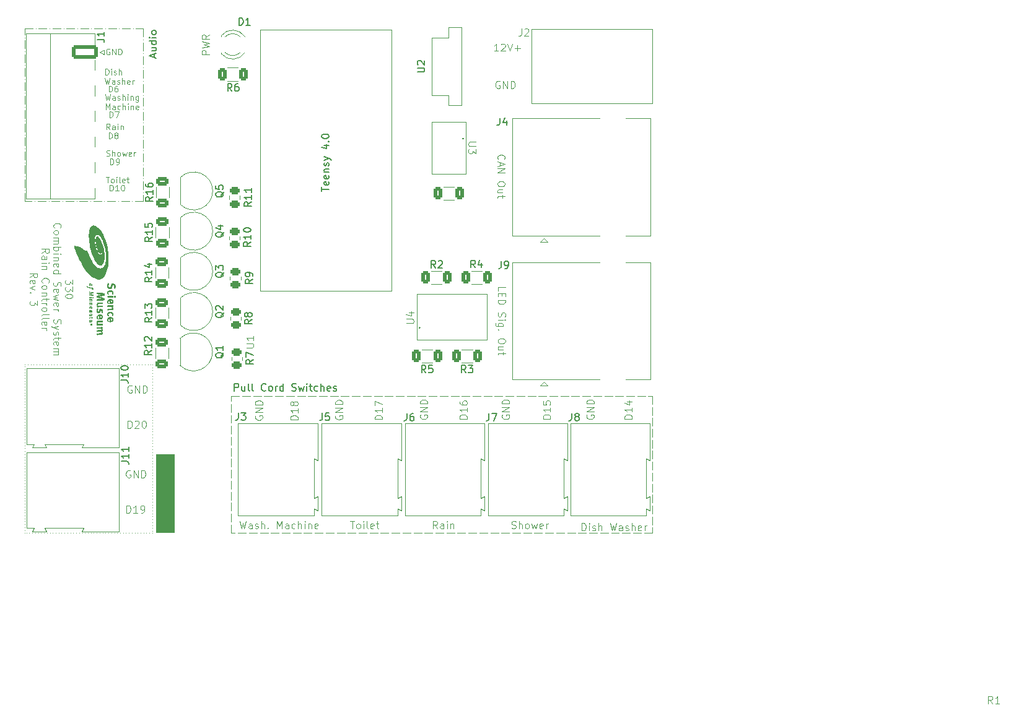
<source format=gto>
G04 #@! TF.GenerationSoftware,KiCad,Pcbnew,8.0.0*
G04 #@! TF.CreationDate,2024-12-24T11:36:35-06:00*
G04 #@! TF.ProjectId,Rain and Switches Control Board,5261696e-2061-46e6-9420-537769746368,rev?*
G04 #@! TF.SameCoordinates,Original*
G04 #@! TF.FileFunction,Legend,Top*
G04 #@! TF.FilePolarity,Positive*
%FSLAX46Y46*%
G04 Gerber Fmt 4.6, Leading zero omitted, Abs format (unit mm)*
G04 Created by KiCad (PCBNEW 8.0.0) date 2024-12-24 11:36:35*
%MOMM*%
%LPD*%
G01*
G04 APERTURE LIST*
G04 Aperture macros list*
%AMRoundRect*
0 Rectangle with rounded corners*
0 $1 Rounding radius*
0 $2 $3 $4 $5 $6 $7 $8 $9 X,Y pos of 4 corners*
0 Add a 4 corners polygon primitive as box body*
4,1,4,$2,$3,$4,$5,$6,$7,$8,$9,$2,$3,0*
0 Add four circle primitives for the rounded corners*
1,1,$1+$1,$2,$3*
1,1,$1+$1,$4,$5*
1,1,$1+$1,$6,$7*
1,1,$1+$1,$8,$9*
0 Add four rect primitives between the rounded corners*
20,1,$1+$1,$2,$3,$4,$5,0*
20,1,$1+$1,$4,$5,$6,$7,0*
20,1,$1+$1,$6,$7,$8,$9,0*
20,1,$1+$1,$8,$9,$2,$3,0*%
G04 Aperture macros list end*
%ADD10C,0.100000*%
%ADD11C,0.200000*%
%ADD12C,0.150000*%
%ADD13C,0.120000*%
%ADD14C,0.000000*%
%ADD15RoundRect,0.250000X-0.312500X-0.625000X0.312500X-0.625000X0.312500X0.625000X-0.312500X0.625000X0*%
%ADD16C,3.200000*%
%ADD17R,1.800000X1.800000*%
%ADD18C,1.800000*%
%ADD19O,3.960000X1.980000*%
%ADD20R,3.960000X1.980000*%
%ADD21RoundRect,0.250000X-0.450000X0.262500X-0.450000X-0.262500X0.450000X-0.262500X0.450000X0.262500X0*%
%ADD22RoundRect,0.250000X0.625000X-0.312500X0.625000X0.312500X-0.625000X0.312500X-0.625000X-0.312500X0*%
%ADD23RoundRect,0.250000X0.312500X0.625000X-0.312500X0.625000X-0.312500X-0.625000X0.312500X-0.625000X0*%
%ADD24O,1.980000X3.960000*%
%ADD25R,1.980000X3.960000*%
%ADD26C,3.250000*%
%ADD27R,1.500000X1.500000*%
%ADD28C,1.500000*%
%ADD29C,3.000000*%
%ADD30C,1.300000*%
%ADD31R,1.300000X1.300000*%
%ADD32O,3.600000X1.800000*%
%ADD33RoundRect,0.250000X-1.550000X0.650000X-1.550000X-0.650000X1.550000X-0.650000X1.550000X0.650000X0*%
%ADD34R,3.000000X1.500000*%
%ADD35O,3.000000X1.500000*%
%ADD36R,0.508000X1.104900*%
%ADD37R,0.609600X1.549400*%
%ADD38C,1.265000*%
G04 APERTURE END LIST*
D10*
X140852265Y-48025695D02*
X140852265Y-47225695D01*
X140852265Y-47225695D02*
X141042741Y-47225695D01*
X141042741Y-47225695D02*
X141157027Y-47263790D01*
X141157027Y-47263790D02*
X141233217Y-47339980D01*
X141233217Y-47339980D02*
X141271312Y-47416171D01*
X141271312Y-47416171D02*
X141309408Y-47568552D01*
X141309408Y-47568552D02*
X141309408Y-47682838D01*
X141309408Y-47682838D02*
X141271312Y-47835219D01*
X141271312Y-47835219D02*
X141233217Y-47911409D01*
X141233217Y-47911409D02*
X141157027Y-47987600D01*
X141157027Y-47987600D02*
X141042741Y-48025695D01*
X141042741Y-48025695D02*
X140852265Y-48025695D01*
X141995122Y-47225695D02*
X141842741Y-47225695D01*
X141842741Y-47225695D02*
X141766550Y-47263790D01*
X141766550Y-47263790D02*
X141728455Y-47301885D01*
X141728455Y-47301885D02*
X141652265Y-47416171D01*
X141652265Y-47416171D02*
X141614169Y-47568552D01*
X141614169Y-47568552D02*
X141614169Y-47873314D01*
X141614169Y-47873314D02*
X141652265Y-47949504D01*
X141652265Y-47949504D02*
X141690360Y-47987600D01*
X141690360Y-47987600D02*
X141766550Y-48025695D01*
X141766550Y-48025695D02*
X141918931Y-48025695D01*
X141918931Y-48025695D02*
X141995122Y-47987600D01*
X141995122Y-47987600D02*
X142033217Y-47949504D01*
X142033217Y-47949504D02*
X142071312Y-47873314D01*
X142071312Y-47873314D02*
X142071312Y-47682838D01*
X142071312Y-47682838D02*
X142033217Y-47606647D01*
X142033217Y-47606647D02*
X141995122Y-47568552D01*
X141995122Y-47568552D02*
X141918931Y-47530457D01*
X141918931Y-47530457D02*
X141766550Y-47530457D01*
X141766550Y-47530457D02*
X141690360Y-47568552D01*
X141690360Y-47568552D02*
X141652265Y-47606647D01*
X141652265Y-47606647D02*
X141614169Y-47682838D01*
X140952265Y-51525695D02*
X140952265Y-50725695D01*
X140952265Y-50725695D02*
X141142741Y-50725695D01*
X141142741Y-50725695D02*
X141257027Y-50763790D01*
X141257027Y-50763790D02*
X141333217Y-50839980D01*
X141333217Y-50839980D02*
X141371312Y-50916171D01*
X141371312Y-50916171D02*
X141409408Y-51068552D01*
X141409408Y-51068552D02*
X141409408Y-51182838D01*
X141409408Y-51182838D02*
X141371312Y-51335219D01*
X141371312Y-51335219D02*
X141333217Y-51411409D01*
X141333217Y-51411409D02*
X141257027Y-51487600D01*
X141257027Y-51487600D02*
X141142741Y-51525695D01*
X141142741Y-51525695D02*
X140952265Y-51525695D01*
X141676074Y-50725695D02*
X142209408Y-50725695D01*
X142209408Y-50725695D02*
X141866550Y-51525695D01*
X140852265Y-54425695D02*
X140852265Y-53625695D01*
X140852265Y-53625695D02*
X141042741Y-53625695D01*
X141042741Y-53625695D02*
X141157027Y-53663790D01*
X141157027Y-53663790D02*
X141233217Y-53739980D01*
X141233217Y-53739980D02*
X141271312Y-53816171D01*
X141271312Y-53816171D02*
X141309408Y-53968552D01*
X141309408Y-53968552D02*
X141309408Y-54082838D01*
X141309408Y-54082838D02*
X141271312Y-54235219D01*
X141271312Y-54235219D02*
X141233217Y-54311409D01*
X141233217Y-54311409D02*
X141157027Y-54387600D01*
X141157027Y-54387600D02*
X141042741Y-54425695D01*
X141042741Y-54425695D02*
X140852265Y-54425695D01*
X141766550Y-53968552D02*
X141690360Y-53930457D01*
X141690360Y-53930457D02*
X141652265Y-53892361D01*
X141652265Y-53892361D02*
X141614169Y-53816171D01*
X141614169Y-53816171D02*
X141614169Y-53778076D01*
X141614169Y-53778076D02*
X141652265Y-53701885D01*
X141652265Y-53701885D02*
X141690360Y-53663790D01*
X141690360Y-53663790D02*
X141766550Y-53625695D01*
X141766550Y-53625695D02*
X141918931Y-53625695D01*
X141918931Y-53625695D02*
X141995122Y-53663790D01*
X141995122Y-53663790D02*
X142033217Y-53701885D01*
X142033217Y-53701885D02*
X142071312Y-53778076D01*
X142071312Y-53778076D02*
X142071312Y-53816171D01*
X142071312Y-53816171D02*
X142033217Y-53892361D01*
X142033217Y-53892361D02*
X141995122Y-53930457D01*
X141995122Y-53930457D02*
X141918931Y-53968552D01*
X141918931Y-53968552D02*
X141766550Y-53968552D01*
X141766550Y-53968552D02*
X141690360Y-54006647D01*
X141690360Y-54006647D02*
X141652265Y-54044742D01*
X141652265Y-54044742D02*
X141614169Y-54120933D01*
X141614169Y-54120933D02*
X141614169Y-54273314D01*
X141614169Y-54273314D02*
X141652265Y-54349504D01*
X141652265Y-54349504D02*
X141690360Y-54387600D01*
X141690360Y-54387600D02*
X141766550Y-54425695D01*
X141766550Y-54425695D02*
X141918931Y-54425695D01*
X141918931Y-54425695D02*
X141995122Y-54387600D01*
X141995122Y-54387600D02*
X142033217Y-54349504D01*
X142033217Y-54349504D02*
X142071312Y-54273314D01*
X142071312Y-54273314D02*
X142071312Y-54120933D01*
X142071312Y-54120933D02*
X142033217Y-54044742D01*
X142033217Y-54044742D02*
X141995122Y-54006647D01*
X141995122Y-54006647D02*
X141918931Y-53968552D01*
X141052265Y-57975695D02*
X141052265Y-57175695D01*
X141052265Y-57175695D02*
X141242741Y-57175695D01*
X141242741Y-57175695D02*
X141357027Y-57213790D01*
X141357027Y-57213790D02*
X141433217Y-57289980D01*
X141433217Y-57289980D02*
X141471312Y-57366171D01*
X141471312Y-57366171D02*
X141509408Y-57518552D01*
X141509408Y-57518552D02*
X141509408Y-57632838D01*
X141509408Y-57632838D02*
X141471312Y-57785219D01*
X141471312Y-57785219D02*
X141433217Y-57861409D01*
X141433217Y-57861409D02*
X141357027Y-57937600D01*
X141357027Y-57937600D02*
X141242741Y-57975695D01*
X141242741Y-57975695D02*
X141052265Y-57975695D01*
X141890360Y-57975695D02*
X142042741Y-57975695D01*
X142042741Y-57975695D02*
X142118931Y-57937600D01*
X142118931Y-57937600D02*
X142157027Y-57899504D01*
X142157027Y-57899504D02*
X142233217Y-57785219D01*
X142233217Y-57785219D02*
X142271312Y-57632838D01*
X142271312Y-57632838D02*
X142271312Y-57328076D01*
X142271312Y-57328076D02*
X142233217Y-57251885D01*
X142233217Y-57251885D02*
X142195122Y-57213790D01*
X142195122Y-57213790D02*
X142118931Y-57175695D01*
X142118931Y-57175695D02*
X141966550Y-57175695D01*
X141966550Y-57175695D02*
X141890360Y-57213790D01*
X141890360Y-57213790D02*
X141852265Y-57251885D01*
X141852265Y-57251885D02*
X141814169Y-57328076D01*
X141814169Y-57328076D02*
X141814169Y-57518552D01*
X141814169Y-57518552D02*
X141852265Y-57594742D01*
X141852265Y-57594742D02*
X141890360Y-57632838D01*
X141890360Y-57632838D02*
X141966550Y-57670933D01*
X141966550Y-57670933D02*
X142118931Y-57670933D01*
X142118931Y-57670933D02*
X142195122Y-57632838D01*
X142195122Y-57632838D02*
X142233217Y-57594742D01*
X142233217Y-57594742D02*
X142271312Y-57518552D01*
X141002265Y-61575695D02*
X141002265Y-60775695D01*
X141002265Y-60775695D02*
X141192741Y-60775695D01*
X141192741Y-60775695D02*
X141307027Y-60813790D01*
X141307027Y-60813790D02*
X141383217Y-60889980D01*
X141383217Y-60889980D02*
X141421312Y-60966171D01*
X141421312Y-60966171D02*
X141459408Y-61118552D01*
X141459408Y-61118552D02*
X141459408Y-61232838D01*
X141459408Y-61232838D02*
X141421312Y-61385219D01*
X141421312Y-61385219D02*
X141383217Y-61461409D01*
X141383217Y-61461409D02*
X141307027Y-61537600D01*
X141307027Y-61537600D02*
X141192741Y-61575695D01*
X141192741Y-61575695D02*
X141002265Y-61575695D01*
X142221312Y-61575695D02*
X141764169Y-61575695D01*
X141992741Y-61575695D02*
X141992741Y-60775695D01*
X141992741Y-60775695D02*
X141916550Y-60889980D01*
X141916550Y-60889980D02*
X141840360Y-60966171D01*
X141840360Y-60966171D02*
X141764169Y-61004266D01*
X142716551Y-60775695D02*
X142792741Y-60775695D01*
X142792741Y-60775695D02*
X142868932Y-60813790D01*
X142868932Y-60813790D02*
X142907027Y-60851885D01*
X142907027Y-60851885D02*
X142945122Y-60928076D01*
X142945122Y-60928076D02*
X142983217Y-61080457D01*
X142983217Y-61080457D02*
X142983217Y-61270933D01*
X142983217Y-61270933D02*
X142945122Y-61423314D01*
X142945122Y-61423314D02*
X142907027Y-61499504D01*
X142907027Y-61499504D02*
X142868932Y-61537600D01*
X142868932Y-61537600D02*
X142792741Y-61575695D01*
X142792741Y-61575695D02*
X142716551Y-61575695D01*
X142716551Y-61575695D02*
X142640360Y-61537600D01*
X142640360Y-61537600D02*
X142602265Y-61499504D01*
X142602265Y-61499504D02*
X142564170Y-61423314D01*
X142564170Y-61423314D02*
X142526074Y-61270933D01*
X142526074Y-61270933D02*
X142526074Y-61080457D01*
X142526074Y-61080457D02*
X142564170Y-60928076D01*
X142564170Y-60928076D02*
X142602265Y-60851885D01*
X142602265Y-60851885D02*
X142640360Y-60813790D01*
X142640360Y-60813790D02*
X142716551Y-60775695D01*
D11*
X183315673Y-80250780D02*
X183363292Y-80298400D01*
X183363292Y-80298400D02*
X183315673Y-80346019D01*
X183315673Y-80346019D02*
X183268054Y-80298400D01*
X183268054Y-80298400D02*
X183315673Y-80250780D01*
X183315673Y-80250780D02*
X183315673Y-80346019D01*
X189265673Y-54350780D02*
X189313292Y-54398400D01*
X189313292Y-54398400D02*
X189265673Y-54446019D01*
X189265673Y-54446019D02*
X189218054Y-54398400D01*
X189218054Y-54398400D02*
X189265673Y-54350780D01*
X189265673Y-54350780D02*
X189265673Y-54446019D01*
D10*
X147296000Y-97628800D02*
X149746000Y-97628800D01*
X149746000Y-108278800D01*
X147296000Y-108278800D01*
X147296000Y-97628800D01*
G36*
X147296000Y-97628800D02*
G01*
X149746000Y-97628800D01*
X149746000Y-108278800D01*
X147296000Y-108278800D01*
X147296000Y-97628800D01*
G37*
X143773693Y-99848838D02*
X143678455Y-99801219D01*
X143678455Y-99801219D02*
X143535598Y-99801219D01*
X143535598Y-99801219D02*
X143392741Y-99848838D01*
X143392741Y-99848838D02*
X143297503Y-99944076D01*
X143297503Y-99944076D02*
X143249884Y-100039314D01*
X143249884Y-100039314D02*
X143202265Y-100229790D01*
X143202265Y-100229790D02*
X143202265Y-100372647D01*
X143202265Y-100372647D02*
X143249884Y-100563123D01*
X143249884Y-100563123D02*
X143297503Y-100658361D01*
X143297503Y-100658361D02*
X143392741Y-100753600D01*
X143392741Y-100753600D02*
X143535598Y-100801219D01*
X143535598Y-100801219D02*
X143630836Y-100801219D01*
X143630836Y-100801219D02*
X143773693Y-100753600D01*
X143773693Y-100753600D02*
X143821312Y-100705980D01*
X143821312Y-100705980D02*
X143821312Y-100372647D01*
X143821312Y-100372647D02*
X143630836Y-100372647D01*
X144249884Y-100801219D02*
X144249884Y-99801219D01*
X144249884Y-99801219D02*
X144821312Y-100801219D01*
X144821312Y-100801219D02*
X144821312Y-99801219D01*
X145297503Y-100801219D02*
X145297503Y-99801219D01*
X145297503Y-99801219D02*
X145535598Y-99801219D01*
X145535598Y-99801219D02*
X145678455Y-99848838D01*
X145678455Y-99848838D02*
X145773693Y-99944076D01*
X145773693Y-99944076D02*
X145821312Y-100039314D01*
X145821312Y-100039314D02*
X145868931Y-100229790D01*
X145868931Y-100229790D02*
X145868931Y-100372647D01*
X145868931Y-100372647D02*
X145821312Y-100563123D01*
X145821312Y-100563123D02*
X145773693Y-100658361D01*
X145773693Y-100658361D02*
X145678455Y-100753600D01*
X145678455Y-100753600D02*
X145535598Y-100801219D01*
X145535598Y-100801219D02*
X145297503Y-100801219D01*
X143249884Y-105621219D02*
X143249884Y-104621219D01*
X143249884Y-104621219D02*
X143487979Y-104621219D01*
X143487979Y-104621219D02*
X143630836Y-104668838D01*
X143630836Y-104668838D02*
X143726074Y-104764076D01*
X143726074Y-104764076D02*
X143773693Y-104859314D01*
X143773693Y-104859314D02*
X143821312Y-105049790D01*
X143821312Y-105049790D02*
X143821312Y-105192647D01*
X143821312Y-105192647D02*
X143773693Y-105383123D01*
X143773693Y-105383123D02*
X143726074Y-105478361D01*
X143726074Y-105478361D02*
X143630836Y-105573600D01*
X143630836Y-105573600D02*
X143487979Y-105621219D01*
X143487979Y-105621219D02*
X143249884Y-105621219D01*
X144773693Y-105621219D02*
X144202265Y-105621219D01*
X144487979Y-105621219D02*
X144487979Y-104621219D01*
X144487979Y-104621219D02*
X144392741Y-104764076D01*
X144392741Y-104764076D02*
X144297503Y-104859314D01*
X144297503Y-104859314D02*
X144202265Y-104906933D01*
X145249884Y-105621219D02*
X145440360Y-105621219D01*
X145440360Y-105621219D02*
X145535598Y-105573600D01*
X145535598Y-105573600D02*
X145583217Y-105525980D01*
X145583217Y-105525980D02*
X145678455Y-105383123D01*
X145678455Y-105383123D02*
X145726074Y-105192647D01*
X145726074Y-105192647D02*
X145726074Y-104811695D01*
X145726074Y-104811695D02*
X145678455Y-104716457D01*
X145678455Y-104716457D02*
X145630836Y-104668838D01*
X145630836Y-104668838D02*
X145535598Y-104621219D01*
X145535598Y-104621219D02*
X145345122Y-104621219D01*
X145345122Y-104621219D02*
X145249884Y-104668838D01*
X145249884Y-104668838D02*
X145202265Y-104716457D01*
X145202265Y-104716457D02*
X145154646Y-104811695D01*
X145154646Y-104811695D02*
X145154646Y-105049790D01*
X145154646Y-105049790D02*
X145202265Y-105145028D01*
X145202265Y-105145028D02*
X145249884Y-105192647D01*
X145249884Y-105192647D02*
X145345122Y-105240266D01*
X145345122Y-105240266D02*
X145535598Y-105240266D01*
X145535598Y-105240266D02*
X145630836Y-105192647D01*
X145630836Y-105192647D02*
X145678455Y-105145028D01*
X145678455Y-105145028D02*
X145726074Y-105049790D01*
X143973693Y-88248838D02*
X143878455Y-88201219D01*
X143878455Y-88201219D02*
X143735598Y-88201219D01*
X143735598Y-88201219D02*
X143592741Y-88248838D01*
X143592741Y-88248838D02*
X143497503Y-88344076D01*
X143497503Y-88344076D02*
X143449884Y-88439314D01*
X143449884Y-88439314D02*
X143402265Y-88629790D01*
X143402265Y-88629790D02*
X143402265Y-88772647D01*
X143402265Y-88772647D02*
X143449884Y-88963123D01*
X143449884Y-88963123D02*
X143497503Y-89058361D01*
X143497503Y-89058361D02*
X143592741Y-89153600D01*
X143592741Y-89153600D02*
X143735598Y-89201219D01*
X143735598Y-89201219D02*
X143830836Y-89201219D01*
X143830836Y-89201219D02*
X143973693Y-89153600D01*
X143973693Y-89153600D02*
X144021312Y-89105980D01*
X144021312Y-89105980D02*
X144021312Y-88772647D01*
X144021312Y-88772647D02*
X143830836Y-88772647D01*
X144449884Y-89201219D02*
X144449884Y-88201219D01*
X144449884Y-88201219D02*
X145021312Y-89201219D01*
X145021312Y-89201219D02*
X145021312Y-88201219D01*
X145497503Y-89201219D02*
X145497503Y-88201219D01*
X145497503Y-88201219D02*
X145735598Y-88201219D01*
X145735598Y-88201219D02*
X145878455Y-88248838D01*
X145878455Y-88248838D02*
X145973693Y-88344076D01*
X145973693Y-88344076D02*
X146021312Y-88439314D01*
X146021312Y-88439314D02*
X146068931Y-88629790D01*
X146068931Y-88629790D02*
X146068931Y-88772647D01*
X146068931Y-88772647D02*
X146021312Y-88963123D01*
X146021312Y-88963123D02*
X145973693Y-89058361D01*
X145973693Y-89058361D02*
X145878455Y-89153600D01*
X145878455Y-89153600D02*
X145735598Y-89201219D01*
X145735598Y-89201219D02*
X145497503Y-89201219D01*
X143449884Y-94021219D02*
X143449884Y-93021219D01*
X143449884Y-93021219D02*
X143687979Y-93021219D01*
X143687979Y-93021219D02*
X143830836Y-93068838D01*
X143830836Y-93068838D02*
X143926074Y-93164076D01*
X143926074Y-93164076D02*
X143973693Y-93259314D01*
X143973693Y-93259314D02*
X144021312Y-93449790D01*
X144021312Y-93449790D02*
X144021312Y-93592647D01*
X144021312Y-93592647D02*
X143973693Y-93783123D01*
X143973693Y-93783123D02*
X143926074Y-93878361D01*
X143926074Y-93878361D02*
X143830836Y-93973600D01*
X143830836Y-93973600D02*
X143687979Y-94021219D01*
X143687979Y-94021219D02*
X143449884Y-94021219D01*
X144402265Y-93116457D02*
X144449884Y-93068838D01*
X144449884Y-93068838D02*
X144545122Y-93021219D01*
X144545122Y-93021219D02*
X144783217Y-93021219D01*
X144783217Y-93021219D02*
X144878455Y-93068838D01*
X144878455Y-93068838D02*
X144926074Y-93116457D01*
X144926074Y-93116457D02*
X144973693Y-93211695D01*
X144973693Y-93211695D02*
X144973693Y-93306933D01*
X144973693Y-93306933D02*
X144926074Y-93449790D01*
X144926074Y-93449790D02*
X144354646Y-94021219D01*
X144354646Y-94021219D02*
X144973693Y-94021219D01*
X145592741Y-93021219D02*
X145687979Y-93021219D01*
X145687979Y-93021219D02*
X145783217Y-93068838D01*
X145783217Y-93068838D02*
X145830836Y-93116457D01*
X145830836Y-93116457D02*
X145878455Y-93211695D01*
X145878455Y-93211695D02*
X145926074Y-93402171D01*
X145926074Y-93402171D02*
X145926074Y-93640266D01*
X145926074Y-93640266D02*
X145878455Y-93830742D01*
X145878455Y-93830742D02*
X145830836Y-93925980D01*
X145830836Y-93925980D02*
X145783217Y-93973600D01*
X145783217Y-93973600D02*
X145687979Y-94021219D01*
X145687979Y-94021219D02*
X145592741Y-94021219D01*
X145592741Y-94021219D02*
X145497503Y-93973600D01*
X145497503Y-93973600D02*
X145449884Y-93925980D01*
X145449884Y-93925980D02*
X145402265Y-93830742D01*
X145402265Y-93830742D02*
X145354646Y-93640266D01*
X145354646Y-93640266D02*
X145354646Y-93402171D01*
X145354646Y-93402171D02*
X145402265Y-93211695D01*
X145402265Y-93211695D02*
X145449884Y-93116457D01*
X145449884Y-93116457D02*
X145497503Y-93068838D01*
X145497503Y-93068838D02*
X145592741Y-93021219D01*
X129371000Y-85326300D02*
X129371000Y-85326300D01*
X129771000Y-85326300D02*
X129771000Y-85326300D01*
X130171000Y-85326300D02*
X130171000Y-85326300D01*
X130571000Y-85326300D02*
X130571000Y-85326300D01*
X130971000Y-85326300D02*
X130971000Y-85326300D01*
X131371000Y-85326300D02*
X131371000Y-85326300D01*
X131771000Y-85326300D02*
X131771000Y-85326300D01*
X132171000Y-85326300D02*
X132171000Y-85326300D01*
X132571000Y-85326300D02*
X132571000Y-85326300D01*
X132971000Y-85326300D02*
X132971000Y-85326300D01*
X133371000Y-85326300D02*
X133371000Y-85326300D01*
X133771000Y-85326300D02*
X133771000Y-85326300D01*
X134171000Y-85326300D02*
X134171000Y-85326300D01*
X134571000Y-85326300D02*
X134571000Y-85326300D01*
X134971000Y-85326300D02*
X134971000Y-85326300D01*
X135371000Y-85326300D02*
X135371000Y-85326300D01*
X135771000Y-85326300D02*
X135771000Y-85326300D01*
X136171000Y-85326300D02*
X136171000Y-85326300D01*
X136571000Y-85326300D02*
X136571000Y-85326300D01*
X136971000Y-85326300D02*
X136971000Y-85326300D01*
X137371000Y-85326300D02*
X137371000Y-85326300D01*
X137771000Y-85326300D02*
X137771000Y-85326300D01*
X138171000Y-85326300D02*
X138171000Y-85326300D01*
X138571000Y-85326300D02*
X138571000Y-85326300D01*
X138971000Y-85326300D02*
X138971000Y-85326300D01*
X139371000Y-85326300D02*
X139371000Y-85326300D01*
X139771000Y-85326300D02*
X139771000Y-85326300D01*
X140171000Y-85326300D02*
X140171000Y-85326300D01*
X140571000Y-85326300D02*
X140571000Y-85326300D01*
X140971000Y-85326300D02*
X140971000Y-85326300D01*
X141371000Y-85326300D02*
X141371000Y-85326300D01*
X141771000Y-85326300D02*
X141771000Y-85326300D01*
X142171000Y-85326300D02*
X142171000Y-85326300D01*
X142571000Y-85326300D02*
X142571000Y-85326300D01*
X142971000Y-85326300D02*
X142971000Y-85326300D01*
X143371000Y-85326300D02*
X143371000Y-85326300D01*
X143771000Y-85326300D02*
X143771000Y-85326300D01*
X144171000Y-85326300D02*
X144171000Y-85326300D01*
X144571000Y-85326300D02*
X144571000Y-85326300D01*
X144971000Y-85326300D02*
X144971000Y-85326300D01*
X145371000Y-85326300D02*
X145371000Y-85326300D01*
X145771000Y-85326300D02*
X145771000Y-85326300D01*
X146171000Y-85326300D02*
X146171000Y-85326300D01*
X146571000Y-85326300D02*
X146571000Y-85326300D01*
X146796000Y-85326300D02*
X146796000Y-85326300D01*
X146796000Y-85726300D02*
X146796000Y-85726300D01*
X146796000Y-86126300D02*
X146796000Y-86126300D01*
X146796000Y-86526300D02*
X146796000Y-86526300D01*
X146796000Y-86926300D02*
X146796000Y-86926300D01*
X146796000Y-87326300D02*
X146796000Y-87326300D01*
X146796000Y-87726300D02*
X146796000Y-87726300D01*
X146796000Y-88126300D02*
X146796000Y-88126300D01*
X146796000Y-88526300D02*
X146796000Y-88526300D01*
X146796000Y-88926300D02*
X146796000Y-88926300D01*
X146796000Y-89326300D02*
X146796000Y-89326300D01*
X146796000Y-89726300D02*
X146796000Y-89726300D01*
X146796000Y-90126300D02*
X146796000Y-90126300D01*
X146796000Y-90526300D02*
X146796000Y-90526300D01*
X146796000Y-90926300D02*
X146796000Y-90926300D01*
X146796000Y-91326300D02*
X146796000Y-91326300D01*
X146796000Y-91726300D02*
X146796000Y-91726300D01*
X146796000Y-92126300D02*
X146796000Y-92126300D01*
X146796000Y-92526300D02*
X146796000Y-92526300D01*
X146796000Y-92926300D02*
X146796000Y-92926300D01*
X146796000Y-93326300D02*
X146796000Y-93326300D01*
X146796000Y-93726300D02*
X146796000Y-93726300D01*
X146796000Y-94126300D02*
X146796000Y-94126300D01*
X146796000Y-94526300D02*
X146796000Y-94526300D01*
X146796000Y-94926300D02*
X146796000Y-94926300D01*
X146796000Y-95326300D02*
X146796000Y-95326300D01*
X146796000Y-95726300D02*
X146796000Y-95726300D01*
X146796000Y-96126300D02*
X146796000Y-96126300D01*
X146796000Y-96526300D02*
X146796000Y-96526300D01*
X146796000Y-96926300D02*
X146796000Y-96926300D01*
X146796000Y-97326300D02*
X146796000Y-97326300D01*
X146796000Y-97726300D02*
X146796000Y-97726300D01*
X146796000Y-98126300D02*
X146796000Y-98126300D01*
X146796000Y-98526300D02*
X146796000Y-98526300D01*
X146796000Y-98926300D02*
X146796000Y-98926300D01*
X146796000Y-99326300D02*
X146796000Y-99326300D01*
X146796000Y-99726300D02*
X146796000Y-99726300D01*
X146796000Y-100126300D02*
X146796000Y-100126300D01*
X146796000Y-100526300D02*
X146796000Y-100526300D01*
X146796000Y-100926300D02*
X146796000Y-100926300D01*
X146796000Y-101326300D02*
X146796000Y-101326300D01*
X146796000Y-101726300D02*
X146796000Y-101726300D01*
X146796000Y-102126300D02*
X146796000Y-102126300D01*
X146796000Y-102526300D02*
X146796000Y-102526300D01*
X146796000Y-102926300D02*
X146796000Y-102926300D01*
X146796000Y-103326300D02*
X146796000Y-103326300D01*
X146796000Y-103726300D02*
X146796000Y-103726300D01*
X146796000Y-104126300D02*
X146796000Y-104126300D01*
X146796000Y-104526300D02*
X146796000Y-104526300D01*
X146796000Y-104926300D02*
X146796000Y-104926300D01*
X146796000Y-105326300D02*
X146796000Y-105326300D01*
X146796000Y-105726300D02*
X146796000Y-105726300D01*
X146796000Y-106126300D02*
X146796000Y-106126300D01*
X146796000Y-106526300D02*
X146796000Y-106526300D01*
X146796000Y-106926300D02*
X146796000Y-106926300D01*
X146796000Y-107326300D02*
X146796000Y-107326300D01*
X146796000Y-107726300D02*
X146796000Y-107726300D01*
X146796000Y-108126300D02*
X146796000Y-108126300D01*
X146796000Y-108401300D02*
X146796000Y-108401300D01*
X146396000Y-108401300D02*
X146396000Y-108401300D01*
X145996000Y-108401300D02*
X145996000Y-108401300D01*
X145596000Y-108401300D02*
X145596000Y-108401300D01*
X145196000Y-108401300D02*
X145196000Y-108401300D01*
X144796000Y-108401300D02*
X144796000Y-108401300D01*
X144396000Y-108401300D02*
X144396000Y-108401300D01*
X143996000Y-108401300D02*
X143996000Y-108401300D01*
X143596000Y-108401300D02*
X143596000Y-108401300D01*
X143196000Y-108401300D02*
X143196000Y-108401300D01*
X142796000Y-108401300D02*
X142796000Y-108401300D01*
X142396000Y-108401300D02*
X142396000Y-108401300D01*
X141996000Y-108401300D02*
X141996000Y-108401300D01*
X141596000Y-108401300D02*
X141596000Y-108401300D01*
X141196000Y-108401300D02*
X141196000Y-108401300D01*
X140796000Y-108401300D02*
X140796000Y-108401300D01*
X140396000Y-108401300D02*
X140396000Y-108401300D01*
X139996000Y-108401300D02*
X139996000Y-108401300D01*
X139596000Y-108401300D02*
X139596000Y-108401300D01*
X139196000Y-108401300D02*
X139196000Y-108401300D01*
X138796000Y-108401300D02*
X138796000Y-108401300D01*
X138396000Y-108401300D02*
X138396000Y-108401300D01*
X137996000Y-108401300D02*
X137996000Y-108401300D01*
X137596000Y-108401300D02*
X137596000Y-108401300D01*
X137196000Y-108401300D02*
X137196000Y-108401300D01*
X136796000Y-108401300D02*
X136796000Y-108401300D01*
X136396000Y-108401300D02*
X136396000Y-108401300D01*
X135996000Y-108401300D02*
X135996000Y-108401300D01*
X135596000Y-108401300D02*
X135596000Y-108401300D01*
X135196000Y-108401300D02*
X135196000Y-108401300D01*
X134796000Y-108401300D02*
X134796000Y-108401300D01*
X134396000Y-108401300D02*
X134396000Y-108401300D01*
X133996000Y-108401300D02*
X133996000Y-108401300D01*
X133596000Y-108401300D02*
X133596000Y-108401300D01*
X133196000Y-108401300D02*
X133196000Y-108401300D01*
X132796000Y-108401300D02*
X132796000Y-108401300D01*
X132396000Y-108401300D02*
X132396000Y-108401300D01*
X131996000Y-108401300D02*
X131996000Y-108401300D01*
X131596000Y-108401300D02*
X131596000Y-108401300D01*
X131196000Y-108401300D02*
X131196000Y-108401300D01*
X130796000Y-108401300D02*
X130796000Y-108401300D01*
X130396000Y-108401300D02*
X130396000Y-108401300D01*
X129996000Y-108401300D02*
X129996000Y-108401300D01*
X129596000Y-108401300D02*
X129596000Y-108401300D01*
X129371000Y-108401300D02*
X129371000Y-108401300D01*
X129371000Y-108001300D02*
X129371000Y-108001300D01*
X129371000Y-107601300D02*
X129371000Y-107601300D01*
X129371000Y-107201300D02*
X129371000Y-107201300D01*
X129371000Y-106801300D02*
X129371000Y-106801300D01*
X129371000Y-106401300D02*
X129371000Y-106401300D01*
X129371000Y-106001300D02*
X129371000Y-106001300D01*
X129371000Y-105601300D02*
X129371000Y-105601300D01*
X129371000Y-105201300D02*
X129371000Y-105201300D01*
X129371000Y-104801300D02*
X129371000Y-104801300D01*
X129371000Y-104401300D02*
X129371000Y-104401300D01*
X129371000Y-104001300D02*
X129371000Y-104001300D01*
X129371000Y-103601300D02*
X129371000Y-103601300D01*
X129371000Y-103201300D02*
X129371000Y-103201300D01*
X129371000Y-102801300D02*
X129371000Y-102801300D01*
X129371000Y-102401300D02*
X129371000Y-102401300D01*
X129371000Y-102001300D02*
X129371000Y-102001300D01*
X129371000Y-101601300D02*
X129371000Y-101601300D01*
X129371000Y-101201300D02*
X129371000Y-101201300D01*
X129371000Y-100801300D02*
X129371000Y-100801300D01*
X129371000Y-100401300D02*
X129371000Y-100401300D01*
X129371000Y-100001300D02*
X129371000Y-100001300D01*
X129371000Y-99601300D02*
X129371000Y-99601300D01*
X129371000Y-99201300D02*
X129371000Y-99201300D01*
X129371000Y-98801300D02*
X129371000Y-98801300D01*
X129371000Y-98401300D02*
X129371000Y-98401300D01*
X129371000Y-98001300D02*
X129371000Y-98001300D01*
X129371000Y-97601300D02*
X129371000Y-97601300D01*
X129371000Y-97201300D02*
X129371000Y-97201300D01*
X129371000Y-96801300D02*
X129371000Y-96801300D01*
X129371000Y-96401300D02*
X129371000Y-96401300D01*
X129371000Y-96001300D02*
X129371000Y-96001300D01*
X129371000Y-95601300D02*
X129371000Y-95601300D01*
X129371000Y-95201300D02*
X129371000Y-95201300D01*
X129371000Y-94801300D02*
X129371000Y-94801300D01*
X129371000Y-94401300D02*
X129371000Y-94401300D01*
X129371000Y-94001300D02*
X129371000Y-94001300D01*
X129371000Y-93601300D02*
X129371000Y-93601300D01*
X129371000Y-93201300D02*
X129371000Y-93201300D01*
X129371000Y-92801300D02*
X129371000Y-92801300D01*
X129371000Y-92401300D02*
X129371000Y-92401300D01*
X129371000Y-92001300D02*
X129371000Y-92001300D01*
X129371000Y-91601300D02*
X129371000Y-91601300D01*
X129371000Y-91201300D02*
X129371000Y-91201300D01*
X129371000Y-90801300D02*
X129371000Y-90801300D01*
X129371000Y-90401300D02*
X129371000Y-90401300D01*
X129371000Y-90001300D02*
X129371000Y-90001300D01*
X129371000Y-89601300D02*
X129371000Y-89601300D01*
X129371000Y-89201300D02*
X129371000Y-89201300D01*
X129371000Y-88801300D02*
X129371000Y-88801300D01*
X129371000Y-88401300D02*
X129371000Y-88401300D01*
X129371000Y-88001300D02*
X129371000Y-88001300D01*
X129371000Y-87601300D02*
X129371000Y-87601300D01*
X129371000Y-87201300D02*
X129371000Y-87201300D01*
X129371000Y-86801300D02*
X129371000Y-86801300D01*
X129371000Y-86401300D02*
X129371000Y-86401300D01*
X129371000Y-86001300D02*
X129371000Y-86001300D01*
X129371000Y-85601300D02*
X129371000Y-85601300D01*
X129358500Y-39378800D02*
X130458500Y-39378800D01*
X130858500Y-39378800D02*
X130858500Y-39378800D01*
X131258500Y-39378800D02*
X132358500Y-39378800D01*
X132758500Y-39378800D02*
X132758500Y-39378800D01*
X133158500Y-39378800D02*
X134258500Y-39378800D01*
X134658500Y-39378800D02*
X134658500Y-39378800D01*
X135058500Y-39378800D02*
X136158500Y-39378800D01*
X136558500Y-39378800D02*
X136558500Y-39378800D01*
X136958500Y-39378800D02*
X138058500Y-39378800D01*
X138458500Y-39378800D02*
X138458500Y-39378800D01*
X138858500Y-39378800D02*
X139958500Y-39378800D01*
X140358500Y-39378800D02*
X140358500Y-39378800D01*
X140758500Y-39378800D02*
X141858500Y-39378800D01*
X142258500Y-39378800D02*
X142258500Y-39378800D01*
X142658500Y-39378800D02*
X143758500Y-39378800D01*
X144158500Y-39378800D02*
X144158500Y-39378800D01*
X144558500Y-39378800D02*
X145533500Y-39378800D01*
X145533500Y-39378800D02*
X145533500Y-40478800D01*
X145533500Y-40878800D02*
X145533500Y-40878800D01*
X145533500Y-41278800D02*
X145533500Y-42378800D01*
X145533500Y-42778800D02*
X145533500Y-42778800D01*
X145533500Y-43178800D02*
X145533500Y-44278800D01*
X145533500Y-44678800D02*
X145533500Y-44678800D01*
X145533500Y-45078800D02*
X145533500Y-46178800D01*
X145533500Y-46578800D02*
X145533500Y-46578800D01*
X145533500Y-46978800D02*
X145533500Y-48078800D01*
X145533500Y-48478800D02*
X145533500Y-48478800D01*
X145533500Y-48878800D02*
X145533500Y-49978800D01*
X145533500Y-50378800D02*
X145533500Y-50378800D01*
X145533500Y-50778800D02*
X145533500Y-51878800D01*
X145533500Y-52278800D02*
X145533500Y-52278800D01*
X145533500Y-52678800D02*
X145533500Y-53778800D01*
X145533500Y-54178800D02*
X145533500Y-54178800D01*
X145533500Y-54578800D02*
X145533500Y-55678800D01*
X145533500Y-56078800D02*
X145533500Y-56078800D01*
X145533500Y-56478800D02*
X145533500Y-57578800D01*
X145533500Y-57978800D02*
X145533500Y-57978800D01*
X145533500Y-58378800D02*
X145533500Y-59478800D01*
X145533500Y-59878800D02*
X145533500Y-59878800D01*
X145533500Y-60278800D02*
X145533500Y-61378800D01*
X145533500Y-61778800D02*
X145533500Y-61778800D01*
X145533500Y-62178800D02*
X145533500Y-63003800D01*
X145533500Y-63003800D02*
X144433500Y-63003800D01*
X144033500Y-63003800D02*
X144033500Y-63003800D01*
X143633500Y-63003800D02*
X142533500Y-63003800D01*
X142133500Y-63003800D02*
X142133500Y-63003800D01*
X141733500Y-63003800D02*
X140633500Y-63003800D01*
X140233500Y-63003800D02*
X140233500Y-63003800D01*
X139833500Y-63003800D02*
X138733500Y-63003800D01*
X138333500Y-63003800D02*
X138333500Y-63003800D01*
X137933500Y-63003800D02*
X136833500Y-63003800D01*
X136433500Y-63003800D02*
X136433500Y-63003800D01*
X136033500Y-63003800D02*
X134933500Y-63003800D01*
X134533500Y-63003800D02*
X134533500Y-63003800D01*
X134133500Y-63003800D02*
X133033500Y-63003800D01*
X132633500Y-63003800D02*
X132633500Y-63003800D01*
X132233500Y-63003800D02*
X131133500Y-63003800D01*
X130733500Y-63003800D02*
X130733500Y-63003800D01*
X130333500Y-63003800D02*
X129358500Y-63003800D01*
X129358500Y-63003800D02*
X129358500Y-61903800D01*
X129358500Y-61503800D02*
X129358500Y-61503800D01*
X129358500Y-61103800D02*
X129358500Y-60003800D01*
X129358500Y-59603800D02*
X129358500Y-59603800D01*
X129358500Y-59203800D02*
X129358500Y-58103800D01*
X129358500Y-57703800D02*
X129358500Y-57703800D01*
X129358500Y-57303800D02*
X129358500Y-56203800D01*
X129358500Y-55803800D02*
X129358500Y-55803800D01*
X129358500Y-55403800D02*
X129358500Y-54303800D01*
X129358500Y-53903800D02*
X129358500Y-53903800D01*
X129358500Y-53503800D02*
X129358500Y-52403800D01*
X129358500Y-52003800D02*
X129358500Y-52003800D01*
X129358500Y-51603800D02*
X129358500Y-50503800D01*
X129358500Y-50103800D02*
X129358500Y-50103800D01*
X129358500Y-49703800D02*
X129358500Y-48603800D01*
X129358500Y-48203800D02*
X129358500Y-48203800D01*
X129358500Y-47803800D02*
X129358500Y-46703800D01*
X129358500Y-46303800D02*
X129358500Y-46303800D01*
X129358500Y-45903800D02*
X129358500Y-44803800D01*
X129358500Y-44403800D02*
X129358500Y-44403800D01*
X129358500Y-44003800D02*
X129358500Y-42903800D01*
X129358500Y-42503800D02*
X129358500Y-42503800D01*
X129358500Y-42103800D02*
X129358500Y-41003800D01*
X129358500Y-40603800D02*
X129358500Y-40603800D01*
X129358500Y-40203800D02*
X129358500Y-39378800D01*
X157573800Y-89642800D02*
X158673800Y-89642800D01*
X159073800Y-89642800D02*
X160173800Y-89642800D01*
X160573800Y-89642800D02*
X161673800Y-89642800D01*
X162073800Y-89642800D02*
X163173800Y-89642800D01*
X163573800Y-89642800D02*
X164673800Y-89642800D01*
X165073800Y-89642800D02*
X166173800Y-89642800D01*
X166573800Y-89642800D02*
X167673800Y-89642800D01*
X168073800Y-89642800D02*
X169173800Y-89642800D01*
X169573800Y-89642800D02*
X170673800Y-89642800D01*
X171073800Y-89642800D02*
X172173800Y-89642800D01*
X172573800Y-89642800D02*
X173673800Y-89642800D01*
X174073800Y-89642800D02*
X175173800Y-89642800D01*
X175573800Y-89642800D02*
X176673800Y-89642800D01*
X177073800Y-89642800D02*
X178173800Y-89642800D01*
X178573800Y-89642800D02*
X179673800Y-89642800D01*
X180073800Y-89642800D02*
X181173800Y-89642800D01*
X181573800Y-89642800D02*
X182673800Y-89642800D01*
X183073800Y-89642800D02*
X184173800Y-89642800D01*
X184573800Y-89642800D02*
X185673800Y-89642800D01*
X186073800Y-89642800D02*
X187173800Y-89642800D01*
X187573800Y-89642800D02*
X188673800Y-89642800D01*
X189073800Y-89642800D02*
X190173800Y-89642800D01*
X190573800Y-89642800D02*
X191673800Y-89642800D01*
X192073800Y-89642800D02*
X193173800Y-89642800D01*
X193573800Y-89642800D02*
X194673800Y-89642800D01*
X195073800Y-89642800D02*
X196173800Y-89642800D01*
X196573800Y-89642800D02*
X197673800Y-89642800D01*
X198073800Y-89642800D02*
X199173800Y-89642800D01*
X199573800Y-89642800D02*
X200673800Y-89642800D01*
X201073800Y-89642800D02*
X202173800Y-89642800D01*
X202573800Y-89642800D02*
X203673800Y-89642800D01*
X204073800Y-89642800D02*
X205173800Y-89642800D01*
X205573800Y-89642800D02*
X206673800Y-89642800D01*
X207073800Y-89642800D02*
X208173800Y-89642800D01*
X208573800Y-89642800D02*
X209673800Y-89642800D01*
X210073800Y-89642800D02*
X211173800Y-89642800D01*
X211573800Y-89642800D02*
X212673800Y-89642800D01*
X213073800Y-89642800D02*
X214173800Y-89642800D01*
X214573800Y-89642800D02*
X215098800Y-89642800D01*
X215098800Y-89642800D02*
X215098800Y-90742800D01*
X215098800Y-91142800D02*
X215098800Y-92242800D01*
X215098800Y-92642800D02*
X215098800Y-93742800D01*
X215098800Y-94142800D02*
X215098800Y-95242800D01*
X215098800Y-95642800D02*
X215098800Y-96742800D01*
X215098800Y-97142800D02*
X215098800Y-98242800D01*
X215098800Y-98642800D02*
X215098800Y-99742800D01*
X215098800Y-100142800D02*
X215098800Y-101242800D01*
X215098800Y-101642800D02*
X215098800Y-102742800D01*
X215098800Y-103142800D02*
X215098800Y-104242800D01*
X215098800Y-104642800D02*
X215098800Y-105742800D01*
X215098800Y-106142800D02*
X215098800Y-107242800D01*
X215098800Y-107642800D02*
X215098800Y-108342800D01*
X215098800Y-108342800D02*
X213998800Y-108342800D01*
X213598800Y-108342800D02*
X212498800Y-108342800D01*
X212098800Y-108342800D02*
X210998800Y-108342800D01*
X210598800Y-108342800D02*
X209498800Y-108342800D01*
X209098800Y-108342800D02*
X207998800Y-108342800D01*
X207598800Y-108342800D02*
X206498800Y-108342800D01*
X206098800Y-108342800D02*
X204998800Y-108342800D01*
X204598800Y-108342800D02*
X203498800Y-108342800D01*
X203098800Y-108342800D02*
X201998800Y-108342800D01*
X201598800Y-108342800D02*
X200498800Y-108342800D01*
X200098800Y-108342800D02*
X198998800Y-108342800D01*
X198598800Y-108342800D02*
X197498800Y-108342800D01*
X197098800Y-108342800D02*
X195998800Y-108342800D01*
X195598800Y-108342800D02*
X194498800Y-108342800D01*
X194098800Y-108342800D02*
X192998800Y-108342800D01*
X192598800Y-108342800D02*
X191498800Y-108342800D01*
X191098800Y-108342800D02*
X189998800Y-108342800D01*
X189598800Y-108342800D02*
X188498800Y-108342800D01*
X188098800Y-108342800D02*
X186998800Y-108342800D01*
X186598800Y-108342800D02*
X185498800Y-108342800D01*
X185098800Y-108342800D02*
X183998800Y-108342800D01*
X183598800Y-108342800D02*
X182498800Y-108342800D01*
X182098800Y-108342800D02*
X180998800Y-108342800D01*
X180598800Y-108342800D02*
X179498800Y-108342800D01*
X179098800Y-108342800D02*
X177998800Y-108342800D01*
X177598800Y-108342800D02*
X176498800Y-108342800D01*
X176098800Y-108342800D02*
X174998800Y-108342800D01*
X174598800Y-108342800D02*
X173498800Y-108342800D01*
X173098800Y-108342800D02*
X171998800Y-108342800D01*
X171598800Y-108342800D02*
X170498800Y-108342800D01*
X170098800Y-108342800D02*
X168998800Y-108342800D01*
X168598800Y-108342800D02*
X167498800Y-108342800D01*
X167098800Y-108342800D02*
X165998800Y-108342800D01*
X165598800Y-108342800D02*
X164498800Y-108342800D01*
X164098800Y-108342800D02*
X162998800Y-108342800D01*
X162598800Y-108342800D02*
X161498800Y-108342800D01*
X161098800Y-108342800D02*
X159998800Y-108342800D01*
X159598800Y-108342800D02*
X158498800Y-108342800D01*
X158098800Y-108342800D02*
X157573800Y-108342800D01*
X157573800Y-108342800D02*
X157573800Y-107242800D01*
X157573800Y-106842800D02*
X157573800Y-105742800D01*
X157573800Y-105342800D02*
X157573800Y-104242800D01*
X157573800Y-103842800D02*
X157573800Y-102742800D01*
X157573800Y-102342800D02*
X157573800Y-101242800D01*
X157573800Y-100842800D02*
X157573800Y-99742800D01*
X157573800Y-99342800D02*
X157573800Y-98242800D01*
X157573800Y-97842800D02*
X157573800Y-96742800D01*
X157573800Y-96342800D02*
X157573800Y-95242800D01*
X157573800Y-94842800D02*
X157573800Y-93742800D01*
X157573800Y-93342800D02*
X157573800Y-92242800D01*
X157573800Y-91842800D02*
X157573800Y-90742800D01*
X157573800Y-90342800D02*
X157573800Y-89642800D01*
X194068819Y-57254112D02*
X194021200Y-57206493D01*
X194021200Y-57206493D02*
X193973580Y-57063636D01*
X193973580Y-57063636D02*
X193973580Y-56968398D01*
X193973580Y-56968398D02*
X194021200Y-56825541D01*
X194021200Y-56825541D02*
X194116438Y-56730303D01*
X194116438Y-56730303D02*
X194211676Y-56682684D01*
X194211676Y-56682684D02*
X194402152Y-56635065D01*
X194402152Y-56635065D02*
X194545009Y-56635065D01*
X194545009Y-56635065D02*
X194735485Y-56682684D01*
X194735485Y-56682684D02*
X194830723Y-56730303D01*
X194830723Y-56730303D02*
X194925961Y-56825541D01*
X194925961Y-56825541D02*
X194973580Y-56968398D01*
X194973580Y-56968398D02*
X194973580Y-57063636D01*
X194973580Y-57063636D02*
X194925961Y-57206493D01*
X194925961Y-57206493D02*
X194878342Y-57254112D01*
X194259295Y-57635065D02*
X194259295Y-58111255D01*
X193973580Y-57539827D02*
X194973580Y-57873160D01*
X194973580Y-57873160D02*
X193973580Y-58206493D01*
X193973580Y-58539827D02*
X194973580Y-58539827D01*
X194973580Y-58539827D02*
X193973580Y-59111255D01*
X193973580Y-59111255D02*
X194973580Y-59111255D01*
X194973580Y-60539827D02*
X194973580Y-60730303D01*
X194973580Y-60730303D02*
X194925961Y-60825541D01*
X194925961Y-60825541D02*
X194830723Y-60920779D01*
X194830723Y-60920779D02*
X194640247Y-60968398D01*
X194640247Y-60968398D02*
X194306914Y-60968398D01*
X194306914Y-60968398D02*
X194116438Y-60920779D01*
X194116438Y-60920779D02*
X194021200Y-60825541D01*
X194021200Y-60825541D02*
X193973580Y-60730303D01*
X193973580Y-60730303D02*
X193973580Y-60539827D01*
X193973580Y-60539827D02*
X194021200Y-60444589D01*
X194021200Y-60444589D02*
X194116438Y-60349351D01*
X194116438Y-60349351D02*
X194306914Y-60301732D01*
X194306914Y-60301732D02*
X194640247Y-60301732D01*
X194640247Y-60301732D02*
X194830723Y-60349351D01*
X194830723Y-60349351D02*
X194925961Y-60444589D01*
X194925961Y-60444589D02*
X194973580Y-60539827D01*
X194640247Y-61825541D02*
X193973580Y-61825541D01*
X194640247Y-61396970D02*
X194116438Y-61396970D01*
X194116438Y-61396970D02*
X194021200Y-61444589D01*
X194021200Y-61444589D02*
X193973580Y-61539827D01*
X193973580Y-61539827D02*
X193973580Y-61682684D01*
X193973580Y-61682684D02*
X194021200Y-61777922D01*
X194021200Y-61777922D02*
X194068819Y-61825541D01*
X194640247Y-62158875D02*
X194640247Y-62539827D01*
X194973580Y-62301732D02*
X194116438Y-62301732D01*
X194116438Y-62301732D02*
X194021200Y-62349351D01*
X194021200Y-62349351D02*
X193973580Y-62444589D01*
X193973580Y-62444589D02*
X193973580Y-62539827D01*
D11*
X147065313Y-43316554D02*
X147065313Y-42840364D01*
X147351028Y-43411792D02*
X146351028Y-43078459D01*
X146351028Y-43078459D02*
X147351028Y-42745126D01*
X146684361Y-41983221D02*
X147351028Y-41983221D01*
X146684361Y-42411792D02*
X147208170Y-42411792D01*
X147208170Y-42411792D02*
X147303409Y-42364173D01*
X147303409Y-42364173D02*
X147351028Y-42268935D01*
X147351028Y-42268935D02*
X147351028Y-42126078D01*
X147351028Y-42126078D02*
X147303409Y-42030840D01*
X147303409Y-42030840D02*
X147255789Y-41983221D01*
X147351028Y-41078459D02*
X146351028Y-41078459D01*
X147303409Y-41078459D02*
X147351028Y-41173697D01*
X147351028Y-41173697D02*
X147351028Y-41364173D01*
X147351028Y-41364173D02*
X147303409Y-41459411D01*
X147303409Y-41459411D02*
X147255789Y-41507030D01*
X147255789Y-41507030D02*
X147160551Y-41554649D01*
X147160551Y-41554649D02*
X146874837Y-41554649D01*
X146874837Y-41554649D02*
X146779599Y-41507030D01*
X146779599Y-41507030D02*
X146731980Y-41459411D01*
X146731980Y-41459411D02*
X146684361Y-41364173D01*
X146684361Y-41364173D02*
X146684361Y-41173697D01*
X146684361Y-41173697D02*
X146731980Y-41078459D01*
X147351028Y-40602268D02*
X146684361Y-40602268D01*
X146351028Y-40602268D02*
X146398647Y-40649887D01*
X146398647Y-40649887D02*
X146446266Y-40602268D01*
X146446266Y-40602268D02*
X146398647Y-40554649D01*
X146398647Y-40554649D02*
X146351028Y-40602268D01*
X146351028Y-40602268D02*
X146446266Y-40602268D01*
X147351028Y-39983221D02*
X147303409Y-40078459D01*
X147303409Y-40078459D02*
X147255789Y-40126078D01*
X147255789Y-40126078D02*
X147160551Y-40173697D01*
X147160551Y-40173697D02*
X146874837Y-40173697D01*
X146874837Y-40173697D02*
X146779599Y-40126078D01*
X146779599Y-40126078D02*
X146731980Y-40078459D01*
X146731980Y-40078459D02*
X146684361Y-39983221D01*
X146684361Y-39983221D02*
X146684361Y-39840364D01*
X146684361Y-39840364D02*
X146731980Y-39745126D01*
X146731980Y-39745126D02*
X146779599Y-39697507D01*
X146779599Y-39697507D02*
X146874837Y-39649888D01*
X146874837Y-39649888D02*
X147160551Y-39649888D01*
X147160551Y-39649888D02*
X147255789Y-39697507D01*
X147255789Y-39697507D02*
X147303409Y-39745126D01*
X147303409Y-39745126D02*
X147351028Y-39840364D01*
X147351028Y-39840364D02*
X147351028Y-39983221D01*
D10*
X140389767Y-45687738D02*
X140389767Y-44887738D01*
X140389767Y-44887738D02*
X140580243Y-44887738D01*
X140580243Y-44887738D02*
X140694529Y-44925833D01*
X140694529Y-44925833D02*
X140770719Y-45002023D01*
X140770719Y-45002023D02*
X140808814Y-45078214D01*
X140808814Y-45078214D02*
X140846910Y-45230595D01*
X140846910Y-45230595D02*
X140846910Y-45344881D01*
X140846910Y-45344881D02*
X140808814Y-45497262D01*
X140808814Y-45497262D02*
X140770719Y-45573452D01*
X140770719Y-45573452D02*
X140694529Y-45649643D01*
X140694529Y-45649643D02*
X140580243Y-45687738D01*
X140580243Y-45687738D02*
X140389767Y-45687738D01*
X141189767Y-45687738D02*
X141189767Y-45154404D01*
X141189767Y-44887738D02*
X141151671Y-44925833D01*
X141151671Y-44925833D02*
X141189767Y-44963928D01*
X141189767Y-44963928D02*
X141227862Y-44925833D01*
X141227862Y-44925833D02*
X141189767Y-44887738D01*
X141189767Y-44887738D02*
X141189767Y-44963928D01*
X141532623Y-45649643D02*
X141608814Y-45687738D01*
X141608814Y-45687738D02*
X141761195Y-45687738D01*
X141761195Y-45687738D02*
X141837385Y-45649643D01*
X141837385Y-45649643D02*
X141875481Y-45573452D01*
X141875481Y-45573452D02*
X141875481Y-45535357D01*
X141875481Y-45535357D02*
X141837385Y-45459166D01*
X141837385Y-45459166D02*
X141761195Y-45421071D01*
X141761195Y-45421071D02*
X141646909Y-45421071D01*
X141646909Y-45421071D02*
X141570719Y-45382976D01*
X141570719Y-45382976D02*
X141532623Y-45306785D01*
X141532623Y-45306785D02*
X141532623Y-45268690D01*
X141532623Y-45268690D02*
X141570719Y-45192500D01*
X141570719Y-45192500D02*
X141646909Y-45154404D01*
X141646909Y-45154404D02*
X141761195Y-45154404D01*
X141761195Y-45154404D02*
X141837385Y-45192500D01*
X142218338Y-45687738D02*
X142218338Y-44887738D01*
X142561195Y-45687738D02*
X142561195Y-45268690D01*
X142561195Y-45268690D02*
X142523100Y-45192500D01*
X142523100Y-45192500D02*
X142446909Y-45154404D01*
X142446909Y-45154404D02*
X142332623Y-45154404D01*
X142332623Y-45154404D02*
X142256433Y-45192500D01*
X142256433Y-45192500D02*
X142218338Y-45230595D01*
X140313576Y-46175693D02*
X140504052Y-46975693D01*
X140504052Y-46975693D02*
X140656433Y-46404264D01*
X140656433Y-46404264D02*
X140808814Y-46975693D01*
X140808814Y-46975693D02*
X140999291Y-46175693D01*
X141646910Y-46975693D02*
X141646910Y-46556645D01*
X141646910Y-46556645D02*
X141608815Y-46480455D01*
X141608815Y-46480455D02*
X141532624Y-46442359D01*
X141532624Y-46442359D02*
X141380243Y-46442359D01*
X141380243Y-46442359D02*
X141304053Y-46480455D01*
X141646910Y-46937598D02*
X141570719Y-46975693D01*
X141570719Y-46975693D02*
X141380243Y-46975693D01*
X141380243Y-46975693D02*
X141304053Y-46937598D01*
X141304053Y-46937598D02*
X141265957Y-46861407D01*
X141265957Y-46861407D02*
X141265957Y-46785217D01*
X141265957Y-46785217D02*
X141304053Y-46709026D01*
X141304053Y-46709026D02*
X141380243Y-46670931D01*
X141380243Y-46670931D02*
X141570719Y-46670931D01*
X141570719Y-46670931D02*
X141646910Y-46632836D01*
X141989767Y-46937598D02*
X142065958Y-46975693D01*
X142065958Y-46975693D02*
X142218339Y-46975693D01*
X142218339Y-46975693D02*
X142294529Y-46937598D01*
X142294529Y-46937598D02*
X142332625Y-46861407D01*
X142332625Y-46861407D02*
X142332625Y-46823312D01*
X142332625Y-46823312D02*
X142294529Y-46747121D01*
X142294529Y-46747121D02*
X142218339Y-46709026D01*
X142218339Y-46709026D02*
X142104053Y-46709026D01*
X142104053Y-46709026D02*
X142027863Y-46670931D01*
X142027863Y-46670931D02*
X141989767Y-46594740D01*
X141989767Y-46594740D02*
X141989767Y-46556645D01*
X141989767Y-46556645D02*
X142027863Y-46480455D01*
X142027863Y-46480455D02*
X142104053Y-46442359D01*
X142104053Y-46442359D02*
X142218339Y-46442359D01*
X142218339Y-46442359D02*
X142294529Y-46480455D01*
X142675482Y-46975693D02*
X142675482Y-46175693D01*
X143018339Y-46975693D02*
X143018339Y-46556645D01*
X143018339Y-46556645D02*
X142980244Y-46480455D01*
X142980244Y-46480455D02*
X142904053Y-46442359D01*
X142904053Y-46442359D02*
X142789767Y-46442359D01*
X142789767Y-46442359D02*
X142713577Y-46480455D01*
X142713577Y-46480455D02*
X142675482Y-46518550D01*
X143704054Y-46937598D02*
X143627863Y-46975693D01*
X143627863Y-46975693D02*
X143475482Y-46975693D01*
X143475482Y-46975693D02*
X143399292Y-46937598D01*
X143399292Y-46937598D02*
X143361196Y-46861407D01*
X143361196Y-46861407D02*
X143361196Y-46556645D01*
X143361196Y-46556645D02*
X143399292Y-46480455D01*
X143399292Y-46480455D02*
X143475482Y-46442359D01*
X143475482Y-46442359D02*
X143627863Y-46442359D01*
X143627863Y-46442359D02*
X143704054Y-46480455D01*
X143704054Y-46480455D02*
X143742149Y-46556645D01*
X143742149Y-46556645D02*
X143742149Y-46632836D01*
X143742149Y-46632836D02*
X143361196Y-46709026D01*
X144085006Y-46975693D02*
X144085006Y-46442359D01*
X144085006Y-46594740D02*
X144123101Y-46518550D01*
X144123101Y-46518550D02*
X144161196Y-46480455D01*
X144161196Y-46480455D02*
X144237387Y-46442359D01*
X144237387Y-46442359D02*
X144313577Y-46442359D01*
X185749112Y-107765219D02*
X185415779Y-107289028D01*
X185177684Y-107765219D02*
X185177684Y-106765219D01*
X185177684Y-106765219D02*
X185558636Y-106765219D01*
X185558636Y-106765219D02*
X185653874Y-106812838D01*
X185653874Y-106812838D02*
X185701493Y-106860457D01*
X185701493Y-106860457D02*
X185749112Y-106955695D01*
X185749112Y-106955695D02*
X185749112Y-107098552D01*
X185749112Y-107098552D02*
X185701493Y-107193790D01*
X185701493Y-107193790D02*
X185653874Y-107241409D01*
X185653874Y-107241409D02*
X185558636Y-107289028D01*
X185558636Y-107289028D02*
X185177684Y-107289028D01*
X186606255Y-107765219D02*
X186606255Y-107241409D01*
X186606255Y-107241409D02*
X186558636Y-107146171D01*
X186558636Y-107146171D02*
X186463398Y-107098552D01*
X186463398Y-107098552D02*
X186272922Y-107098552D01*
X186272922Y-107098552D02*
X186177684Y-107146171D01*
X186606255Y-107717600D02*
X186511017Y-107765219D01*
X186511017Y-107765219D02*
X186272922Y-107765219D01*
X186272922Y-107765219D02*
X186177684Y-107717600D01*
X186177684Y-107717600D02*
X186130065Y-107622361D01*
X186130065Y-107622361D02*
X186130065Y-107527123D01*
X186130065Y-107527123D02*
X186177684Y-107431885D01*
X186177684Y-107431885D02*
X186272922Y-107384266D01*
X186272922Y-107384266D02*
X186511017Y-107384266D01*
X186511017Y-107384266D02*
X186606255Y-107336647D01*
X187082446Y-107765219D02*
X187082446Y-107098552D01*
X187082446Y-106765219D02*
X187034827Y-106812838D01*
X187034827Y-106812838D02*
X187082446Y-106860457D01*
X187082446Y-106860457D02*
X187130065Y-106812838D01*
X187130065Y-106812838D02*
X187082446Y-106765219D01*
X187082446Y-106765219D02*
X187082446Y-106860457D01*
X187558636Y-107098552D02*
X187558636Y-107765219D01*
X187558636Y-107193790D02*
X187606255Y-107146171D01*
X187606255Y-107146171D02*
X187701493Y-107098552D01*
X187701493Y-107098552D02*
X187844350Y-107098552D01*
X187844350Y-107098552D02*
X187939588Y-107146171D01*
X187939588Y-107146171D02*
X187987207Y-107241409D01*
X187987207Y-107241409D02*
X187987207Y-107765219D01*
X194273693Y-46598838D02*
X194178455Y-46551219D01*
X194178455Y-46551219D02*
X194035598Y-46551219D01*
X194035598Y-46551219D02*
X193892741Y-46598838D01*
X193892741Y-46598838D02*
X193797503Y-46694076D01*
X193797503Y-46694076D02*
X193749884Y-46789314D01*
X193749884Y-46789314D02*
X193702265Y-46979790D01*
X193702265Y-46979790D02*
X193702265Y-47122647D01*
X193702265Y-47122647D02*
X193749884Y-47313123D01*
X193749884Y-47313123D02*
X193797503Y-47408361D01*
X193797503Y-47408361D02*
X193892741Y-47503600D01*
X193892741Y-47503600D02*
X194035598Y-47551219D01*
X194035598Y-47551219D02*
X194130836Y-47551219D01*
X194130836Y-47551219D02*
X194273693Y-47503600D01*
X194273693Y-47503600D02*
X194321312Y-47455980D01*
X194321312Y-47455980D02*
X194321312Y-47122647D01*
X194321312Y-47122647D02*
X194130836Y-47122647D01*
X194749884Y-47551219D02*
X194749884Y-46551219D01*
X194749884Y-46551219D02*
X195321312Y-47551219D01*
X195321312Y-47551219D02*
X195321312Y-46551219D01*
X195797503Y-47551219D02*
X195797503Y-46551219D01*
X195797503Y-46551219D02*
X196035598Y-46551219D01*
X196035598Y-46551219D02*
X196178455Y-46598838D01*
X196178455Y-46598838D02*
X196273693Y-46694076D01*
X196273693Y-46694076D02*
X196321312Y-46789314D01*
X196321312Y-46789314D02*
X196368931Y-46979790D01*
X196368931Y-46979790D02*
X196368931Y-47122647D01*
X196368931Y-47122647D02*
X196321312Y-47313123D01*
X196321312Y-47313123D02*
X196273693Y-47408361D01*
X196273693Y-47408361D02*
X196178455Y-47503600D01*
X196178455Y-47503600D02*
X196035598Y-47551219D01*
X196035598Y-47551219D02*
X195797503Y-47551219D01*
X261629333Y-131711219D02*
X261296000Y-131235028D01*
X261057905Y-131711219D02*
X261057905Y-130711219D01*
X261057905Y-130711219D02*
X261438857Y-130711219D01*
X261438857Y-130711219D02*
X261534095Y-130758838D01*
X261534095Y-130758838D02*
X261581714Y-130806457D01*
X261581714Y-130806457D02*
X261629333Y-130901695D01*
X261629333Y-130901695D02*
X261629333Y-131044552D01*
X261629333Y-131044552D02*
X261581714Y-131139790D01*
X261581714Y-131139790D02*
X261534095Y-131187409D01*
X261534095Y-131187409D02*
X261438857Y-131235028D01*
X261438857Y-131235028D02*
X261057905Y-131235028D01*
X262581714Y-131711219D02*
X262010286Y-131711219D01*
X262296000Y-131711219D02*
X262296000Y-130711219D01*
X262296000Y-130711219D02*
X262200762Y-130854076D01*
X262200762Y-130854076D02*
X262105524Y-130949314D01*
X262105524Y-130949314D02*
X262010286Y-130996933D01*
X206188238Y-92237106D02*
X206140619Y-92332344D01*
X206140619Y-92332344D02*
X206140619Y-92475201D01*
X206140619Y-92475201D02*
X206188238Y-92618058D01*
X206188238Y-92618058D02*
X206283476Y-92713296D01*
X206283476Y-92713296D02*
X206378714Y-92760915D01*
X206378714Y-92760915D02*
X206569190Y-92808534D01*
X206569190Y-92808534D02*
X206712047Y-92808534D01*
X206712047Y-92808534D02*
X206902523Y-92760915D01*
X206902523Y-92760915D02*
X206997761Y-92713296D01*
X206997761Y-92713296D02*
X207093000Y-92618058D01*
X207093000Y-92618058D02*
X207140619Y-92475201D01*
X207140619Y-92475201D02*
X207140619Y-92379963D01*
X207140619Y-92379963D02*
X207093000Y-92237106D01*
X207093000Y-92237106D02*
X207045380Y-92189487D01*
X207045380Y-92189487D02*
X206712047Y-92189487D01*
X206712047Y-92189487D02*
X206712047Y-92379963D01*
X207140619Y-91760915D02*
X206140619Y-91760915D01*
X206140619Y-91760915D02*
X207140619Y-91189487D01*
X207140619Y-91189487D02*
X206140619Y-91189487D01*
X207140619Y-90713296D02*
X206140619Y-90713296D01*
X206140619Y-90713296D02*
X206140619Y-90475201D01*
X206140619Y-90475201D02*
X206188238Y-90332344D01*
X206188238Y-90332344D02*
X206283476Y-90237106D01*
X206283476Y-90237106D02*
X206378714Y-90189487D01*
X206378714Y-90189487D02*
X206569190Y-90141868D01*
X206569190Y-90141868D02*
X206712047Y-90141868D01*
X206712047Y-90141868D02*
X206902523Y-90189487D01*
X206902523Y-90189487D02*
X206997761Y-90237106D01*
X206997761Y-90237106D02*
X207093000Y-90332344D01*
X207093000Y-90332344D02*
X207140619Y-90475201D01*
X207140619Y-90475201D02*
X207140619Y-90713296D01*
X140958813Y-42163789D02*
X140882623Y-42125694D01*
X140882623Y-42125694D02*
X140768337Y-42125694D01*
X140768337Y-42125694D02*
X140654051Y-42163789D01*
X140654051Y-42163789D02*
X140577861Y-42239979D01*
X140577861Y-42239979D02*
X140539766Y-42316170D01*
X140539766Y-42316170D02*
X140501670Y-42468551D01*
X140501670Y-42468551D02*
X140501670Y-42582837D01*
X140501670Y-42582837D02*
X140539766Y-42735218D01*
X140539766Y-42735218D02*
X140577861Y-42811408D01*
X140577861Y-42811408D02*
X140654051Y-42887599D01*
X140654051Y-42887599D02*
X140768337Y-42925694D01*
X140768337Y-42925694D02*
X140844528Y-42925694D01*
X140844528Y-42925694D02*
X140958813Y-42887599D01*
X140958813Y-42887599D02*
X140996909Y-42849503D01*
X140996909Y-42849503D02*
X140996909Y-42582837D01*
X140996909Y-42582837D02*
X140844528Y-42582837D01*
X141339766Y-42925694D02*
X141339766Y-42125694D01*
X141339766Y-42125694D02*
X141796909Y-42925694D01*
X141796909Y-42925694D02*
X141796909Y-42125694D01*
X142177861Y-42925694D02*
X142177861Y-42125694D01*
X142177861Y-42125694D02*
X142368337Y-42125694D01*
X142368337Y-42125694D02*
X142482623Y-42163789D01*
X142482623Y-42163789D02*
X142558813Y-42239979D01*
X142558813Y-42239979D02*
X142596908Y-42316170D01*
X142596908Y-42316170D02*
X142635004Y-42468551D01*
X142635004Y-42468551D02*
X142635004Y-42582837D01*
X142635004Y-42582837D02*
X142596908Y-42735218D01*
X142596908Y-42735218D02*
X142558813Y-42811408D01*
X142558813Y-42811408D02*
X142482623Y-42887599D01*
X142482623Y-42887599D02*
X142368337Y-42925694D01*
X142368337Y-42925694D02*
X142177861Y-42925694D01*
X166668019Y-92875715D02*
X165668019Y-92875715D01*
X165668019Y-92875715D02*
X165668019Y-92637620D01*
X165668019Y-92637620D02*
X165715638Y-92494763D01*
X165715638Y-92494763D02*
X165810876Y-92399525D01*
X165810876Y-92399525D02*
X165906114Y-92351906D01*
X165906114Y-92351906D02*
X166096590Y-92304287D01*
X166096590Y-92304287D02*
X166239447Y-92304287D01*
X166239447Y-92304287D02*
X166429923Y-92351906D01*
X166429923Y-92351906D02*
X166525161Y-92399525D01*
X166525161Y-92399525D02*
X166620400Y-92494763D01*
X166620400Y-92494763D02*
X166668019Y-92637620D01*
X166668019Y-92637620D02*
X166668019Y-92875715D01*
X166668019Y-91351906D02*
X166668019Y-91923334D01*
X166668019Y-91637620D02*
X165668019Y-91637620D01*
X165668019Y-91637620D02*
X165810876Y-91732858D01*
X165810876Y-91732858D02*
X165906114Y-91828096D01*
X165906114Y-91828096D02*
X165953733Y-91923334D01*
X166096590Y-90780477D02*
X166048971Y-90875715D01*
X166048971Y-90875715D02*
X166001352Y-90923334D01*
X166001352Y-90923334D02*
X165906114Y-90970953D01*
X165906114Y-90970953D02*
X165858495Y-90970953D01*
X165858495Y-90970953D02*
X165763257Y-90923334D01*
X165763257Y-90923334D02*
X165715638Y-90875715D01*
X165715638Y-90875715D02*
X165668019Y-90780477D01*
X165668019Y-90780477D02*
X165668019Y-90590001D01*
X165668019Y-90590001D02*
X165715638Y-90494763D01*
X165715638Y-90494763D02*
X165763257Y-90447144D01*
X165763257Y-90447144D02*
X165858495Y-90399525D01*
X165858495Y-90399525D02*
X165906114Y-90399525D01*
X165906114Y-90399525D02*
X166001352Y-90447144D01*
X166001352Y-90447144D02*
X166048971Y-90494763D01*
X166048971Y-90494763D02*
X166096590Y-90590001D01*
X166096590Y-90590001D02*
X166096590Y-90780477D01*
X166096590Y-90780477D02*
X166144209Y-90875715D01*
X166144209Y-90875715D02*
X166191828Y-90923334D01*
X166191828Y-90923334D02*
X166287066Y-90970953D01*
X166287066Y-90970953D02*
X166477542Y-90970953D01*
X166477542Y-90970953D02*
X166572780Y-90923334D01*
X166572780Y-90923334D02*
X166620400Y-90875715D01*
X166620400Y-90875715D02*
X166668019Y-90780477D01*
X166668019Y-90780477D02*
X166668019Y-90590001D01*
X166668019Y-90590001D02*
X166620400Y-90494763D01*
X166620400Y-90494763D02*
X166572780Y-90447144D01*
X166572780Y-90447144D02*
X166477542Y-90399525D01*
X166477542Y-90399525D02*
X166287066Y-90399525D01*
X166287066Y-90399525D02*
X166191828Y-90447144D01*
X166191828Y-90447144D02*
X166144209Y-90494763D01*
X166144209Y-90494763D02*
X166096590Y-90590001D01*
X194638238Y-92237106D02*
X194590619Y-92332344D01*
X194590619Y-92332344D02*
X194590619Y-92475201D01*
X194590619Y-92475201D02*
X194638238Y-92618058D01*
X194638238Y-92618058D02*
X194733476Y-92713296D01*
X194733476Y-92713296D02*
X194828714Y-92760915D01*
X194828714Y-92760915D02*
X195019190Y-92808534D01*
X195019190Y-92808534D02*
X195162047Y-92808534D01*
X195162047Y-92808534D02*
X195352523Y-92760915D01*
X195352523Y-92760915D02*
X195447761Y-92713296D01*
X195447761Y-92713296D02*
X195543000Y-92618058D01*
X195543000Y-92618058D02*
X195590619Y-92475201D01*
X195590619Y-92475201D02*
X195590619Y-92379963D01*
X195590619Y-92379963D02*
X195543000Y-92237106D01*
X195543000Y-92237106D02*
X195495380Y-92189487D01*
X195495380Y-92189487D02*
X195162047Y-92189487D01*
X195162047Y-92189487D02*
X195162047Y-92379963D01*
X195590619Y-91760915D02*
X194590619Y-91760915D01*
X194590619Y-91760915D02*
X195590619Y-91189487D01*
X195590619Y-91189487D02*
X194590619Y-91189487D01*
X195590619Y-90713296D02*
X194590619Y-90713296D01*
X194590619Y-90713296D02*
X194590619Y-90475201D01*
X194590619Y-90475201D02*
X194638238Y-90332344D01*
X194638238Y-90332344D02*
X194733476Y-90237106D01*
X194733476Y-90237106D02*
X194828714Y-90189487D01*
X194828714Y-90189487D02*
X195019190Y-90141868D01*
X195019190Y-90141868D02*
X195162047Y-90141868D01*
X195162047Y-90141868D02*
X195352523Y-90189487D01*
X195352523Y-90189487D02*
X195447761Y-90237106D01*
X195447761Y-90237106D02*
X195543000Y-90332344D01*
X195543000Y-90332344D02*
X195590619Y-90475201D01*
X195590619Y-90475201D02*
X195590619Y-90713296D01*
D11*
X169924838Y-61635602D02*
X169924838Y-61064174D01*
X170924838Y-61349888D02*
X169924838Y-61349888D01*
X170877219Y-60349888D02*
X170924838Y-60445126D01*
X170924838Y-60445126D02*
X170924838Y-60635602D01*
X170924838Y-60635602D02*
X170877219Y-60730840D01*
X170877219Y-60730840D02*
X170781980Y-60778459D01*
X170781980Y-60778459D02*
X170401028Y-60778459D01*
X170401028Y-60778459D02*
X170305790Y-60730840D01*
X170305790Y-60730840D02*
X170258171Y-60635602D01*
X170258171Y-60635602D02*
X170258171Y-60445126D01*
X170258171Y-60445126D02*
X170305790Y-60349888D01*
X170305790Y-60349888D02*
X170401028Y-60302269D01*
X170401028Y-60302269D02*
X170496266Y-60302269D01*
X170496266Y-60302269D02*
X170591504Y-60778459D01*
X170877219Y-59492745D02*
X170924838Y-59587983D01*
X170924838Y-59587983D02*
X170924838Y-59778459D01*
X170924838Y-59778459D02*
X170877219Y-59873697D01*
X170877219Y-59873697D02*
X170781980Y-59921316D01*
X170781980Y-59921316D02*
X170401028Y-59921316D01*
X170401028Y-59921316D02*
X170305790Y-59873697D01*
X170305790Y-59873697D02*
X170258171Y-59778459D01*
X170258171Y-59778459D02*
X170258171Y-59587983D01*
X170258171Y-59587983D02*
X170305790Y-59492745D01*
X170305790Y-59492745D02*
X170401028Y-59445126D01*
X170401028Y-59445126D02*
X170496266Y-59445126D01*
X170496266Y-59445126D02*
X170591504Y-59921316D01*
X170258171Y-59016554D02*
X170924838Y-59016554D01*
X170353409Y-59016554D02*
X170305790Y-58968935D01*
X170305790Y-58968935D02*
X170258171Y-58873697D01*
X170258171Y-58873697D02*
X170258171Y-58730840D01*
X170258171Y-58730840D02*
X170305790Y-58635602D01*
X170305790Y-58635602D02*
X170401028Y-58587983D01*
X170401028Y-58587983D02*
X170924838Y-58587983D01*
X170877219Y-58159411D02*
X170924838Y-58064173D01*
X170924838Y-58064173D02*
X170924838Y-57873697D01*
X170924838Y-57873697D02*
X170877219Y-57778459D01*
X170877219Y-57778459D02*
X170781980Y-57730840D01*
X170781980Y-57730840D02*
X170734361Y-57730840D01*
X170734361Y-57730840D02*
X170639123Y-57778459D01*
X170639123Y-57778459D02*
X170591504Y-57873697D01*
X170591504Y-57873697D02*
X170591504Y-58016554D01*
X170591504Y-58016554D02*
X170543885Y-58111792D01*
X170543885Y-58111792D02*
X170448647Y-58159411D01*
X170448647Y-58159411D02*
X170401028Y-58159411D01*
X170401028Y-58159411D02*
X170305790Y-58111792D01*
X170305790Y-58111792D02*
X170258171Y-58016554D01*
X170258171Y-58016554D02*
X170258171Y-57873697D01*
X170258171Y-57873697D02*
X170305790Y-57778459D01*
X170258171Y-57397506D02*
X170924838Y-57159411D01*
X170258171Y-56921316D02*
X170924838Y-57159411D01*
X170924838Y-57159411D02*
X171162933Y-57254649D01*
X171162933Y-57254649D02*
X171210552Y-57302268D01*
X171210552Y-57302268D02*
X171258171Y-57397506D01*
X170258171Y-55349887D02*
X170924838Y-55349887D01*
X169877219Y-55587982D02*
X170591504Y-55826077D01*
X170591504Y-55826077D02*
X170591504Y-55207030D01*
X170829599Y-54826077D02*
X170877219Y-54778458D01*
X170877219Y-54778458D02*
X170924838Y-54826077D01*
X170924838Y-54826077D02*
X170877219Y-54873696D01*
X170877219Y-54873696D02*
X170829599Y-54826077D01*
X170829599Y-54826077D02*
X170924838Y-54826077D01*
X169924838Y-54159411D02*
X169924838Y-54064173D01*
X169924838Y-54064173D02*
X169972457Y-53968935D01*
X169972457Y-53968935D02*
X170020076Y-53921316D01*
X170020076Y-53921316D02*
X170115314Y-53873697D01*
X170115314Y-53873697D02*
X170305790Y-53826078D01*
X170305790Y-53826078D02*
X170543885Y-53826078D01*
X170543885Y-53826078D02*
X170734361Y-53873697D01*
X170734361Y-53873697D02*
X170829599Y-53921316D01*
X170829599Y-53921316D02*
X170877219Y-53968935D01*
X170877219Y-53968935D02*
X170924838Y-54064173D01*
X170924838Y-54064173D02*
X170924838Y-54159411D01*
X170924838Y-54159411D02*
X170877219Y-54254649D01*
X170877219Y-54254649D02*
X170829599Y-54302268D01*
X170829599Y-54302268D02*
X170734361Y-54349887D01*
X170734361Y-54349887D02*
X170543885Y-54397506D01*
X170543885Y-54397506D02*
X170305790Y-54397506D01*
X170305790Y-54397506D02*
X170115314Y-54349887D01*
X170115314Y-54349887D02*
X170020076Y-54302268D01*
X170020076Y-54302268D02*
X169972457Y-54254649D01*
X169972457Y-54254649D02*
X169924838Y-54159411D01*
D10*
X171866038Y-92301106D02*
X171818419Y-92396344D01*
X171818419Y-92396344D02*
X171818419Y-92539201D01*
X171818419Y-92539201D02*
X171866038Y-92682058D01*
X171866038Y-92682058D02*
X171961276Y-92777296D01*
X171961276Y-92777296D02*
X172056514Y-92824915D01*
X172056514Y-92824915D02*
X172246990Y-92872534D01*
X172246990Y-92872534D02*
X172389847Y-92872534D01*
X172389847Y-92872534D02*
X172580323Y-92824915D01*
X172580323Y-92824915D02*
X172675561Y-92777296D01*
X172675561Y-92777296D02*
X172770800Y-92682058D01*
X172770800Y-92682058D02*
X172818419Y-92539201D01*
X172818419Y-92539201D02*
X172818419Y-92443963D01*
X172818419Y-92443963D02*
X172770800Y-92301106D01*
X172770800Y-92301106D02*
X172723180Y-92253487D01*
X172723180Y-92253487D02*
X172389847Y-92253487D01*
X172389847Y-92253487D02*
X172389847Y-92443963D01*
X172818419Y-91824915D02*
X171818419Y-91824915D01*
X171818419Y-91824915D02*
X172818419Y-91253487D01*
X172818419Y-91253487D02*
X171818419Y-91253487D01*
X172818419Y-90777296D02*
X171818419Y-90777296D01*
X171818419Y-90777296D02*
X171818419Y-90539201D01*
X171818419Y-90539201D02*
X171866038Y-90396344D01*
X171866038Y-90396344D02*
X171961276Y-90301106D01*
X171961276Y-90301106D02*
X172056514Y-90253487D01*
X172056514Y-90253487D02*
X172246990Y-90205868D01*
X172246990Y-90205868D02*
X172389847Y-90205868D01*
X172389847Y-90205868D02*
X172580323Y-90253487D01*
X172580323Y-90253487D02*
X172675561Y-90301106D01*
X172675561Y-90301106D02*
X172770800Y-90396344D01*
X172770800Y-90396344D02*
X172818419Y-90539201D01*
X172818419Y-90539201D02*
X172818419Y-90777296D01*
X189790619Y-92760915D02*
X188790619Y-92760915D01*
X188790619Y-92760915D02*
X188790619Y-92522820D01*
X188790619Y-92522820D02*
X188838238Y-92379963D01*
X188838238Y-92379963D02*
X188933476Y-92284725D01*
X188933476Y-92284725D02*
X189028714Y-92237106D01*
X189028714Y-92237106D02*
X189219190Y-92189487D01*
X189219190Y-92189487D02*
X189362047Y-92189487D01*
X189362047Y-92189487D02*
X189552523Y-92237106D01*
X189552523Y-92237106D02*
X189647761Y-92284725D01*
X189647761Y-92284725D02*
X189743000Y-92379963D01*
X189743000Y-92379963D02*
X189790619Y-92522820D01*
X189790619Y-92522820D02*
X189790619Y-92760915D01*
X189790619Y-91237106D02*
X189790619Y-91808534D01*
X189790619Y-91522820D02*
X188790619Y-91522820D01*
X188790619Y-91522820D02*
X188933476Y-91618058D01*
X188933476Y-91618058D02*
X189028714Y-91713296D01*
X189028714Y-91713296D02*
X189076333Y-91808534D01*
X188790619Y-90379963D02*
X188790619Y-90570439D01*
X188790619Y-90570439D02*
X188838238Y-90665677D01*
X188838238Y-90665677D02*
X188885857Y-90713296D01*
X188885857Y-90713296D02*
X189028714Y-90808534D01*
X189028714Y-90808534D02*
X189219190Y-90856153D01*
X189219190Y-90856153D02*
X189600142Y-90856153D01*
X189600142Y-90856153D02*
X189695380Y-90808534D01*
X189695380Y-90808534D02*
X189743000Y-90760915D01*
X189743000Y-90760915D02*
X189790619Y-90665677D01*
X189790619Y-90665677D02*
X189790619Y-90475201D01*
X189790619Y-90475201D02*
X189743000Y-90379963D01*
X189743000Y-90379963D02*
X189695380Y-90332344D01*
X189695380Y-90332344D02*
X189600142Y-90284725D01*
X189600142Y-90284725D02*
X189362047Y-90284725D01*
X189362047Y-90284725D02*
X189266809Y-90332344D01*
X189266809Y-90332344D02*
X189219190Y-90379963D01*
X189219190Y-90379963D02*
X189171571Y-90475201D01*
X189171571Y-90475201D02*
X189171571Y-90665677D01*
X189171571Y-90665677D02*
X189219190Y-90760915D01*
X189219190Y-90760915D02*
X189266809Y-90808534D01*
X189266809Y-90808534D02*
X189362047Y-90856153D01*
X194023580Y-75258874D02*
X194023580Y-74782684D01*
X194023580Y-74782684D02*
X195023580Y-74782684D01*
X194547390Y-75592208D02*
X194547390Y-75925541D01*
X194023580Y-76068398D02*
X194023580Y-75592208D01*
X194023580Y-75592208D02*
X195023580Y-75592208D01*
X195023580Y-75592208D02*
X195023580Y-76068398D01*
X194023580Y-76496970D02*
X195023580Y-76496970D01*
X195023580Y-76496970D02*
X195023580Y-76735065D01*
X195023580Y-76735065D02*
X194975961Y-76877922D01*
X194975961Y-76877922D02*
X194880723Y-76973160D01*
X194880723Y-76973160D02*
X194785485Y-77020779D01*
X194785485Y-77020779D02*
X194595009Y-77068398D01*
X194595009Y-77068398D02*
X194452152Y-77068398D01*
X194452152Y-77068398D02*
X194261676Y-77020779D01*
X194261676Y-77020779D02*
X194166438Y-76973160D01*
X194166438Y-76973160D02*
X194071200Y-76877922D01*
X194071200Y-76877922D02*
X194023580Y-76735065D01*
X194023580Y-76735065D02*
X194023580Y-76496970D01*
X194071200Y-78211256D02*
X194023580Y-78354113D01*
X194023580Y-78354113D02*
X194023580Y-78592208D01*
X194023580Y-78592208D02*
X194071200Y-78687446D01*
X194071200Y-78687446D02*
X194118819Y-78735065D01*
X194118819Y-78735065D02*
X194214057Y-78782684D01*
X194214057Y-78782684D02*
X194309295Y-78782684D01*
X194309295Y-78782684D02*
X194404533Y-78735065D01*
X194404533Y-78735065D02*
X194452152Y-78687446D01*
X194452152Y-78687446D02*
X194499771Y-78592208D01*
X194499771Y-78592208D02*
X194547390Y-78401732D01*
X194547390Y-78401732D02*
X194595009Y-78306494D01*
X194595009Y-78306494D02*
X194642628Y-78258875D01*
X194642628Y-78258875D02*
X194737866Y-78211256D01*
X194737866Y-78211256D02*
X194833104Y-78211256D01*
X194833104Y-78211256D02*
X194928342Y-78258875D01*
X194928342Y-78258875D02*
X194975961Y-78306494D01*
X194975961Y-78306494D02*
X195023580Y-78401732D01*
X195023580Y-78401732D02*
X195023580Y-78639827D01*
X195023580Y-78639827D02*
X194975961Y-78782684D01*
X194023580Y-79211256D02*
X194690247Y-79211256D01*
X195023580Y-79211256D02*
X194975961Y-79163637D01*
X194975961Y-79163637D02*
X194928342Y-79211256D01*
X194928342Y-79211256D02*
X194975961Y-79258875D01*
X194975961Y-79258875D02*
X195023580Y-79211256D01*
X195023580Y-79211256D02*
X194928342Y-79211256D01*
X194690247Y-80116017D02*
X193880723Y-80116017D01*
X193880723Y-80116017D02*
X193785485Y-80068398D01*
X193785485Y-80068398D02*
X193737866Y-80020779D01*
X193737866Y-80020779D02*
X193690247Y-79925541D01*
X193690247Y-79925541D02*
X193690247Y-79782684D01*
X193690247Y-79782684D02*
X193737866Y-79687446D01*
X194071200Y-80116017D02*
X194023580Y-80020779D01*
X194023580Y-80020779D02*
X194023580Y-79830303D01*
X194023580Y-79830303D02*
X194071200Y-79735065D01*
X194071200Y-79735065D02*
X194118819Y-79687446D01*
X194118819Y-79687446D02*
X194214057Y-79639827D01*
X194214057Y-79639827D02*
X194499771Y-79639827D01*
X194499771Y-79639827D02*
X194595009Y-79687446D01*
X194595009Y-79687446D02*
X194642628Y-79735065D01*
X194642628Y-79735065D02*
X194690247Y-79830303D01*
X194690247Y-79830303D02*
X194690247Y-80020779D01*
X194690247Y-80020779D02*
X194642628Y-80116017D01*
X194118819Y-80592208D02*
X194071200Y-80639827D01*
X194071200Y-80639827D02*
X194023580Y-80592208D01*
X194023580Y-80592208D02*
X194071200Y-80544589D01*
X194071200Y-80544589D02*
X194118819Y-80592208D01*
X194118819Y-80592208D02*
X194023580Y-80592208D01*
X195023580Y-82020779D02*
X195023580Y-82211255D01*
X195023580Y-82211255D02*
X194975961Y-82306493D01*
X194975961Y-82306493D02*
X194880723Y-82401731D01*
X194880723Y-82401731D02*
X194690247Y-82449350D01*
X194690247Y-82449350D02*
X194356914Y-82449350D01*
X194356914Y-82449350D02*
X194166438Y-82401731D01*
X194166438Y-82401731D02*
X194071200Y-82306493D01*
X194071200Y-82306493D02*
X194023580Y-82211255D01*
X194023580Y-82211255D02*
X194023580Y-82020779D01*
X194023580Y-82020779D02*
X194071200Y-81925541D01*
X194071200Y-81925541D02*
X194166438Y-81830303D01*
X194166438Y-81830303D02*
X194356914Y-81782684D01*
X194356914Y-81782684D02*
X194690247Y-81782684D01*
X194690247Y-81782684D02*
X194880723Y-81830303D01*
X194880723Y-81830303D02*
X194975961Y-81925541D01*
X194975961Y-81925541D02*
X195023580Y-82020779D01*
X194690247Y-83306493D02*
X194023580Y-83306493D01*
X194690247Y-82877922D02*
X194166438Y-82877922D01*
X194166438Y-82877922D02*
X194071200Y-82925541D01*
X194071200Y-82925541D02*
X194023580Y-83020779D01*
X194023580Y-83020779D02*
X194023580Y-83163636D01*
X194023580Y-83163636D02*
X194071200Y-83258874D01*
X194071200Y-83258874D02*
X194118819Y-83306493D01*
X194690247Y-83639827D02*
X194690247Y-84020779D01*
X195023580Y-83782684D02*
X194166438Y-83782684D01*
X194166438Y-83782684D02*
X194071200Y-83830303D01*
X194071200Y-83830303D02*
X194023580Y-83925541D01*
X194023580Y-83925541D02*
X194023580Y-84020779D01*
X140526669Y-56787600D02*
X140640955Y-56825695D01*
X140640955Y-56825695D02*
X140831431Y-56825695D01*
X140831431Y-56825695D02*
X140907622Y-56787600D01*
X140907622Y-56787600D02*
X140945717Y-56749504D01*
X140945717Y-56749504D02*
X140983812Y-56673314D01*
X140983812Y-56673314D02*
X140983812Y-56597123D01*
X140983812Y-56597123D02*
X140945717Y-56520933D01*
X140945717Y-56520933D02*
X140907622Y-56482838D01*
X140907622Y-56482838D02*
X140831431Y-56444742D01*
X140831431Y-56444742D02*
X140679050Y-56406647D01*
X140679050Y-56406647D02*
X140602860Y-56368552D01*
X140602860Y-56368552D02*
X140564765Y-56330457D01*
X140564765Y-56330457D02*
X140526669Y-56254266D01*
X140526669Y-56254266D02*
X140526669Y-56178076D01*
X140526669Y-56178076D02*
X140564765Y-56101885D01*
X140564765Y-56101885D02*
X140602860Y-56063790D01*
X140602860Y-56063790D02*
X140679050Y-56025695D01*
X140679050Y-56025695D02*
X140869527Y-56025695D01*
X140869527Y-56025695D02*
X140983812Y-56063790D01*
X141326670Y-56825695D02*
X141326670Y-56025695D01*
X141669527Y-56825695D02*
X141669527Y-56406647D01*
X141669527Y-56406647D02*
X141631432Y-56330457D01*
X141631432Y-56330457D02*
X141555241Y-56292361D01*
X141555241Y-56292361D02*
X141440955Y-56292361D01*
X141440955Y-56292361D02*
X141364765Y-56330457D01*
X141364765Y-56330457D02*
X141326670Y-56368552D01*
X142164765Y-56825695D02*
X142088575Y-56787600D01*
X142088575Y-56787600D02*
X142050480Y-56749504D01*
X142050480Y-56749504D02*
X142012384Y-56673314D01*
X142012384Y-56673314D02*
X142012384Y-56444742D01*
X142012384Y-56444742D02*
X142050480Y-56368552D01*
X142050480Y-56368552D02*
X142088575Y-56330457D01*
X142088575Y-56330457D02*
X142164765Y-56292361D01*
X142164765Y-56292361D02*
X142279051Y-56292361D01*
X142279051Y-56292361D02*
X142355242Y-56330457D01*
X142355242Y-56330457D02*
X142393337Y-56368552D01*
X142393337Y-56368552D02*
X142431432Y-56444742D01*
X142431432Y-56444742D02*
X142431432Y-56673314D01*
X142431432Y-56673314D02*
X142393337Y-56749504D01*
X142393337Y-56749504D02*
X142355242Y-56787600D01*
X142355242Y-56787600D02*
X142279051Y-56825695D01*
X142279051Y-56825695D02*
X142164765Y-56825695D01*
X142698099Y-56292361D02*
X142850480Y-56825695D01*
X142850480Y-56825695D02*
X143002861Y-56444742D01*
X143002861Y-56444742D02*
X143155242Y-56825695D01*
X143155242Y-56825695D02*
X143307623Y-56292361D01*
X143917147Y-56787600D02*
X143840956Y-56825695D01*
X143840956Y-56825695D02*
X143688575Y-56825695D01*
X143688575Y-56825695D02*
X143612385Y-56787600D01*
X143612385Y-56787600D02*
X143574289Y-56711409D01*
X143574289Y-56711409D02*
X143574289Y-56406647D01*
X143574289Y-56406647D02*
X143612385Y-56330457D01*
X143612385Y-56330457D02*
X143688575Y-56292361D01*
X143688575Y-56292361D02*
X143840956Y-56292361D01*
X143840956Y-56292361D02*
X143917147Y-56330457D01*
X143917147Y-56330457D02*
X143955242Y-56406647D01*
X143955242Y-56406647D02*
X143955242Y-56482838D01*
X143955242Y-56482838D02*
X143574289Y-56559028D01*
X144298099Y-56825695D02*
X144298099Y-56292361D01*
X144298099Y-56444742D02*
X144336194Y-56368552D01*
X144336194Y-56368552D02*
X144374289Y-56330457D01*
X144374289Y-56330457D02*
X144450480Y-56292361D01*
X144450480Y-56292361D02*
X144526670Y-56292361D01*
X201190619Y-92760915D02*
X200190619Y-92760915D01*
X200190619Y-92760915D02*
X200190619Y-92522820D01*
X200190619Y-92522820D02*
X200238238Y-92379963D01*
X200238238Y-92379963D02*
X200333476Y-92284725D01*
X200333476Y-92284725D02*
X200428714Y-92237106D01*
X200428714Y-92237106D02*
X200619190Y-92189487D01*
X200619190Y-92189487D02*
X200762047Y-92189487D01*
X200762047Y-92189487D02*
X200952523Y-92237106D01*
X200952523Y-92237106D02*
X201047761Y-92284725D01*
X201047761Y-92284725D02*
X201143000Y-92379963D01*
X201143000Y-92379963D02*
X201190619Y-92522820D01*
X201190619Y-92522820D02*
X201190619Y-92760915D01*
X201190619Y-91237106D02*
X201190619Y-91808534D01*
X201190619Y-91522820D02*
X200190619Y-91522820D01*
X200190619Y-91522820D02*
X200333476Y-91618058D01*
X200333476Y-91618058D02*
X200428714Y-91713296D01*
X200428714Y-91713296D02*
X200476333Y-91808534D01*
X200190619Y-90332344D02*
X200190619Y-90808534D01*
X200190619Y-90808534D02*
X200666809Y-90856153D01*
X200666809Y-90856153D02*
X200619190Y-90808534D01*
X200619190Y-90808534D02*
X200571571Y-90713296D01*
X200571571Y-90713296D02*
X200571571Y-90475201D01*
X200571571Y-90475201D02*
X200619190Y-90379963D01*
X200619190Y-90379963D02*
X200666809Y-90332344D01*
X200666809Y-90332344D02*
X200762047Y-90284725D01*
X200762047Y-90284725D02*
X201000142Y-90284725D01*
X201000142Y-90284725D02*
X201095380Y-90332344D01*
X201095380Y-90332344D02*
X201143000Y-90379963D01*
X201143000Y-90379963D02*
X201190619Y-90475201D01*
X201190619Y-90475201D02*
X201190619Y-90713296D01*
X201190619Y-90713296D02*
X201143000Y-90808534D01*
X201143000Y-90808534D02*
X201095380Y-90856153D01*
X140363576Y-48362738D02*
X140554052Y-49162738D01*
X140554052Y-49162738D02*
X140706433Y-48591309D01*
X140706433Y-48591309D02*
X140858814Y-49162738D01*
X140858814Y-49162738D02*
X141049291Y-48362738D01*
X141696910Y-49162738D02*
X141696910Y-48743690D01*
X141696910Y-48743690D02*
X141658815Y-48667500D01*
X141658815Y-48667500D02*
X141582624Y-48629404D01*
X141582624Y-48629404D02*
X141430243Y-48629404D01*
X141430243Y-48629404D02*
X141354053Y-48667500D01*
X141696910Y-49124643D02*
X141620719Y-49162738D01*
X141620719Y-49162738D02*
X141430243Y-49162738D01*
X141430243Y-49162738D02*
X141354053Y-49124643D01*
X141354053Y-49124643D02*
X141315957Y-49048452D01*
X141315957Y-49048452D02*
X141315957Y-48972262D01*
X141315957Y-48972262D02*
X141354053Y-48896071D01*
X141354053Y-48896071D02*
X141430243Y-48857976D01*
X141430243Y-48857976D02*
X141620719Y-48857976D01*
X141620719Y-48857976D02*
X141696910Y-48819881D01*
X142039767Y-49124643D02*
X142115958Y-49162738D01*
X142115958Y-49162738D02*
X142268339Y-49162738D01*
X142268339Y-49162738D02*
X142344529Y-49124643D01*
X142344529Y-49124643D02*
X142382625Y-49048452D01*
X142382625Y-49048452D02*
X142382625Y-49010357D01*
X142382625Y-49010357D02*
X142344529Y-48934166D01*
X142344529Y-48934166D02*
X142268339Y-48896071D01*
X142268339Y-48896071D02*
X142154053Y-48896071D01*
X142154053Y-48896071D02*
X142077863Y-48857976D01*
X142077863Y-48857976D02*
X142039767Y-48781785D01*
X142039767Y-48781785D02*
X142039767Y-48743690D01*
X142039767Y-48743690D02*
X142077863Y-48667500D01*
X142077863Y-48667500D02*
X142154053Y-48629404D01*
X142154053Y-48629404D02*
X142268339Y-48629404D01*
X142268339Y-48629404D02*
X142344529Y-48667500D01*
X142725482Y-49162738D02*
X142725482Y-48362738D01*
X143068339Y-49162738D02*
X143068339Y-48743690D01*
X143068339Y-48743690D02*
X143030244Y-48667500D01*
X143030244Y-48667500D02*
X142954053Y-48629404D01*
X142954053Y-48629404D02*
X142839767Y-48629404D01*
X142839767Y-48629404D02*
X142763577Y-48667500D01*
X142763577Y-48667500D02*
X142725482Y-48705595D01*
X143449292Y-49162738D02*
X143449292Y-48629404D01*
X143449292Y-48362738D02*
X143411196Y-48400833D01*
X143411196Y-48400833D02*
X143449292Y-48438928D01*
X143449292Y-48438928D02*
X143487387Y-48400833D01*
X143487387Y-48400833D02*
X143449292Y-48362738D01*
X143449292Y-48362738D02*
X143449292Y-48438928D01*
X143830244Y-48629404D02*
X143830244Y-49162738D01*
X143830244Y-48705595D02*
X143868339Y-48667500D01*
X143868339Y-48667500D02*
X143944529Y-48629404D01*
X143944529Y-48629404D02*
X144058815Y-48629404D01*
X144058815Y-48629404D02*
X144135006Y-48667500D01*
X144135006Y-48667500D02*
X144173101Y-48743690D01*
X144173101Y-48743690D02*
X144173101Y-49162738D01*
X144896911Y-48629404D02*
X144896911Y-49277023D01*
X144896911Y-49277023D02*
X144858816Y-49353214D01*
X144858816Y-49353214D02*
X144820720Y-49391309D01*
X144820720Y-49391309D02*
X144744530Y-49429404D01*
X144744530Y-49429404D02*
X144630244Y-49429404D01*
X144630244Y-49429404D02*
X144554054Y-49391309D01*
X144896911Y-49124643D02*
X144820720Y-49162738D01*
X144820720Y-49162738D02*
X144668339Y-49162738D01*
X144668339Y-49162738D02*
X144592149Y-49124643D01*
X144592149Y-49124643D02*
X144554054Y-49086547D01*
X144554054Y-49086547D02*
X144515958Y-49010357D01*
X144515958Y-49010357D02*
X144515958Y-48781785D01*
X144515958Y-48781785D02*
X144554054Y-48705595D01*
X144554054Y-48705595D02*
X144592149Y-48667500D01*
X144592149Y-48667500D02*
X144668339Y-48629404D01*
X144668339Y-48629404D02*
X144820720Y-48629404D01*
X144820720Y-48629404D02*
X144896911Y-48667500D01*
X140439767Y-50450693D02*
X140439767Y-49650693D01*
X140439767Y-49650693D02*
X140706433Y-50222121D01*
X140706433Y-50222121D02*
X140973100Y-49650693D01*
X140973100Y-49650693D02*
X140973100Y-50450693D01*
X141696910Y-50450693D02*
X141696910Y-50031645D01*
X141696910Y-50031645D02*
X141658815Y-49955455D01*
X141658815Y-49955455D02*
X141582624Y-49917359D01*
X141582624Y-49917359D02*
X141430243Y-49917359D01*
X141430243Y-49917359D02*
X141354053Y-49955455D01*
X141696910Y-50412598D02*
X141620719Y-50450693D01*
X141620719Y-50450693D02*
X141430243Y-50450693D01*
X141430243Y-50450693D02*
X141354053Y-50412598D01*
X141354053Y-50412598D02*
X141315957Y-50336407D01*
X141315957Y-50336407D02*
X141315957Y-50260217D01*
X141315957Y-50260217D02*
X141354053Y-50184026D01*
X141354053Y-50184026D02*
X141430243Y-50145931D01*
X141430243Y-50145931D02*
X141620719Y-50145931D01*
X141620719Y-50145931D02*
X141696910Y-50107836D01*
X142420720Y-50412598D02*
X142344529Y-50450693D01*
X142344529Y-50450693D02*
X142192148Y-50450693D01*
X142192148Y-50450693D02*
X142115958Y-50412598D01*
X142115958Y-50412598D02*
X142077863Y-50374502D01*
X142077863Y-50374502D02*
X142039767Y-50298312D01*
X142039767Y-50298312D02*
X142039767Y-50069740D01*
X142039767Y-50069740D02*
X142077863Y-49993550D01*
X142077863Y-49993550D02*
X142115958Y-49955455D01*
X142115958Y-49955455D02*
X142192148Y-49917359D01*
X142192148Y-49917359D02*
X142344529Y-49917359D01*
X142344529Y-49917359D02*
X142420720Y-49955455D01*
X142763577Y-50450693D02*
X142763577Y-49650693D01*
X143106434Y-50450693D02*
X143106434Y-50031645D01*
X143106434Y-50031645D02*
X143068339Y-49955455D01*
X143068339Y-49955455D02*
X142992148Y-49917359D01*
X142992148Y-49917359D02*
X142877862Y-49917359D01*
X142877862Y-49917359D02*
X142801672Y-49955455D01*
X142801672Y-49955455D02*
X142763577Y-49993550D01*
X143487387Y-50450693D02*
X143487387Y-49917359D01*
X143487387Y-49650693D02*
X143449291Y-49688788D01*
X143449291Y-49688788D02*
X143487387Y-49726883D01*
X143487387Y-49726883D02*
X143525482Y-49688788D01*
X143525482Y-49688788D02*
X143487387Y-49650693D01*
X143487387Y-49650693D02*
X143487387Y-49726883D01*
X143868339Y-49917359D02*
X143868339Y-50450693D01*
X143868339Y-49993550D02*
X143906434Y-49955455D01*
X143906434Y-49955455D02*
X143982624Y-49917359D01*
X143982624Y-49917359D02*
X144096910Y-49917359D01*
X144096910Y-49917359D02*
X144173101Y-49955455D01*
X144173101Y-49955455D02*
X144211196Y-50031645D01*
X144211196Y-50031645D02*
X144211196Y-50450693D01*
X144896911Y-50412598D02*
X144820720Y-50450693D01*
X144820720Y-50450693D02*
X144668339Y-50450693D01*
X144668339Y-50450693D02*
X144592149Y-50412598D01*
X144592149Y-50412598D02*
X144554053Y-50336407D01*
X144554053Y-50336407D02*
X144554053Y-50031645D01*
X144554053Y-50031645D02*
X144592149Y-49955455D01*
X144592149Y-49955455D02*
X144668339Y-49917359D01*
X144668339Y-49917359D02*
X144820720Y-49917359D01*
X144820720Y-49917359D02*
X144896911Y-49955455D01*
X144896911Y-49955455D02*
X144935006Y-50031645D01*
X144935006Y-50031645D02*
X144935006Y-50107836D01*
X144935006Y-50107836D02*
X144554053Y-50184026D01*
X212340619Y-92760915D02*
X211340619Y-92760915D01*
X211340619Y-92760915D02*
X211340619Y-92522820D01*
X211340619Y-92522820D02*
X211388238Y-92379963D01*
X211388238Y-92379963D02*
X211483476Y-92284725D01*
X211483476Y-92284725D02*
X211578714Y-92237106D01*
X211578714Y-92237106D02*
X211769190Y-92189487D01*
X211769190Y-92189487D02*
X211912047Y-92189487D01*
X211912047Y-92189487D02*
X212102523Y-92237106D01*
X212102523Y-92237106D02*
X212197761Y-92284725D01*
X212197761Y-92284725D02*
X212293000Y-92379963D01*
X212293000Y-92379963D02*
X212340619Y-92522820D01*
X212340619Y-92522820D02*
X212340619Y-92760915D01*
X212340619Y-91237106D02*
X212340619Y-91808534D01*
X212340619Y-91522820D02*
X211340619Y-91522820D01*
X211340619Y-91522820D02*
X211483476Y-91618058D01*
X211483476Y-91618058D02*
X211578714Y-91713296D01*
X211578714Y-91713296D02*
X211626333Y-91808534D01*
X211673952Y-90379963D02*
X212340619Y-90379963D01*
X211293000Y-90618058D02*
X212007285Y-90856153D01*
X212007285Y-90856153D02*
X212007285Y-90237106D01*
X178218419Y-92824915D02*
X177218419Y-92824915D01*
X177218419Y-92824915D02*
X177218419Y-92586820D01*
X177218419Y-92586820D02*
X177266038Y-92443963D01*
X177266038Y-92443963D02*
X177361276Y-92348725D01*
X177361276Y-92348725D02*
X177456514Y-92301106D01*
X177456514Y-92301106D02*
X177646990Y-92253487D01*
X177646990Y-92253487D02*
X177789847Y-92253487D01*
X177789847Y-92253487D02*
X177980323Y-92301106D01*
X177980323Y-92301106D02*
X178075561Y-92348725D01*
X178075561Y-92348725D02*
X178170800Y-92443963D01*
X178170800Y-92443963D02*
X178218419Y-92586820D01*
X178218419Y-92586820D02*
X178218419Y-92824915D01*
X178218419Y-91301106D02*
X178218419Y-91872534D01*
X178218419Y-91586820D02*
X177218419Y-91586820D01*
X177218419Y-91586820D02*
X177361276Y-91682058D01*
X177361276Y-91682058D02*
X177456514Y-91777296D01*
X177456514Y-91777296D02*
X177504133Y-91872534D01*
X177218419Y-90967772D02*
X177218419Y-90301106D01*
X177218419Y-90301106D02*
X178218419Y-90729677D01*
X135903412Y-73743086D02*
X135903412Y-74362133D01*
X135903412Y-74362133D02*
X135522460Y-74028800D01*
X135522460Y-74028800D02*
X135522460Y-74171657D01*
X135522460Y-74171657D02*
X135474841Y-74266895D01*
X135474841Y-74266895D02*
X135427222Y-74314514D01*
X135427222Y-74314514D02*
X135331984Y-74362133D01*
X135331984Y-74362133D02*
X135093889Y-74362133D01*
X135093889Y-74362133D02*
X134998651Y-74314514D01*
X134998651Y-74314514D02*
X134951032Y-74266895D01*
X134951032Y-74266895D02*
X134903412Y-74171657D01*
X134903412Y-74171657D02*
X134903412Y-73885943D01*
X134903412Y-73885943D02*
X134951032Y-73790705D01*
X134951032Y-73790705D02*
X134998651Y-73743086D01*
X135903412Y-74695467D02*
X135903412Y-75314514D01*
X135903412Y-75314514D02*
X135522460Y-74981181D01*
X135522460Y-74981181D02*
X135522460Y-75124038D01*
X135522460Y-75124038D02*
X135474841Y-75219276D01*
X135474841Y-75219276D02*
X135427222Y-75266895D01*
X135427222Y-75266895D02*
X135331984Y-75314514D01*
X135331984Y-75314514D02*
X135093889Y-75314514D01*
X135093889Y-75314514D02*
X134998651Y-75266895D01*
X134998651Y-75266895D02*
X134951032Y-75219276D01*
X134951032Y-75219276D02*
X134903412Y-75124038D01*
X134903412Y-75124038D02*
X134903412Y-74838324D01*
X134903412Y-74838324D02*
X134951032Y-74743086D01*
X134951032Y-74743086D02*
X134998651Y-74695467D01*
X135903412Y-75933562D02*
X135903412Y-76028800D01*
X135903412Y-76028800D02*
X135855793Y-76124038D01*
X135855793Y-76124038D02*
X135808174Y-76171657D01*
X135808174Y-76171657D02*
X135712936Y-76219276D01*
X135712936Y-76219276D02*
X135522460Y-76266895D01*
X135522460Y-76266895D02*
X135284365Y-76266895D01*
X135284365Y-76266895D02*
X135093889Y-76219276D01*
X135093889Y-76219276D02*
X134998651Y-76171657D01*
X134998651Y-76171657D02*
X134951032Y-76124038D01*
X134951032Y-76124038D02*
X134903412Y-76028800D01*
X134903412Y-76028800D02*
X134903412Y-75933562D01*
X134903412Y-75933562D02*
X134951032Y-75838324D01*
X134951032Y-75838324D02*
X134998651Y-75790705D01*
X134998651Y-75790705D02*
X135093889Y-75743086D01*
X135093889Y-75743086D02*
X135284365Y-75695467D01*
X135284365Y-75695467D02*
X135522460Y-75695467D01*
X135522460Y-75695467D02*
X135712936Y-75743086D01*
X135712936Y-75743086D02*
X135808174Y-75790705D01*
X135808174Y-75790705D02*
X135855793Y-75838324D01*
X135855793Y-75838324D02*
X135903412Y-75933562D01*
X133388707Y-66624037D02*
X133341088Y-66576418D01*
X133341088Y-66576418D02*
X133293468Y-66433561D01*
X133293468Y-66433561D02*
X133293468Y-66338323D01*
X133293468Y-66338323D02*
X133341088Y-66195466D01*
X133341088Y-66195466D02*
X133436326Y-66100228D01*
X133436326Y-66100228D02*
X133531564Y-66052609D01*
X133531564Y-66052609D02*
X133722040Y-66004990D01*
X133722040Y-66004990D02*
X133864897Y-66004990D01*
X133864897Y-66004990D02*
X134055373Y-66052609D01*
X134055373Y-66052609D02*
X134150611Y-66100228D01*
X134150611Y-66100228D02*
X134245849Y-66195466D01*
X134245849Y-66195466D02*
X134293468Y-66338323D01*
X134293468Y-66338323D02*
X134293468Y-66433561D01*
X134293468Y-66433561D02*
X134245849Y-66576418D01*
X134245849Y-66576418D02*
X134198230Y-66624037D01*
X133293468Y-67195466D02*
X133341088Y-67100228D01*
X133341088Y-67100228D02*
X133388707Y-67052609D01*
X133388707Y-67052609D02*
X133483945Y-67004990D01*
X133483945Y-67004990D02*
X133769659Y-67004990D01*
X133769659Y-67004990D02*
X133864897Y-67052609D01*
X133864897Y-67052609D02*
X133912516Y-67100228D01*
X133912516Y-67100228D02*
X133960135Y-67195466D01*
X133960135Y-67195466D02*
X133960135Y-67338323D01*
X133960135Y-67338323D02*
X133912516Y-67433561D01*
X133912516Y-67433561D02*
X133864897Y-67481180D01*
X133864897Y-67481180D02*
X133769659Y-67528799D01*
X133769659Y-67528799D02*
X133483945Y-67528799D01*
X133483945Y-67528799D02*
X133388707Y-67481180D01*
X133388707Y-67481180D02*
X133341088Y-67433561D01*
X133341088Y-67433561D02*
X133293468Y-67338323D01*
X133293468Y-67338323D02*
X133293468Y-67195466D01*
X133293468Y-67957371D02*
X133960135Y-67957371D01*
X133864897Y-67957371D02*
X133912516Y-68004990D01*
X133912516Y-68004990D02*
X133960135Y-68100228D01*
X133960135Y-68100228D02*
X133960135Y-68243085D01*
X133960135Y-68243085D02*
X133912516Y-68338323D01*
X133912516Y-68338323D02*
X133817278Y-68385942D01*
X133817278Y-68385942D02*
X133293468Y-68385942D01*
X133817278Y-68385942D02*
X133912516Y-68433561D01*
X133912516Y-68433561D02*
X133960135Y-68528799D01*
X133960135Y-68528799D02*
X133960135Y-68671656D01*
X133960135Y-68671656D02*
X133912516Y-68766895D01*
X133912516Y-68766895D02*
X133817278Y-68814514D01*
X133817278Y-68814514D02*
X133293468Y-68814514D01*
X133293468Y-69290704D02*
X134293468Y-69290704D01*
X133912516Y-69290704D02*
X133960135Y-69385942D01*
X133960135Y-69385942D02*
X133960135Y-69576418D01*
X133960135Y-69576418D02*
X133912516Y-69671656D01*
X133912516Y-69671656D02*
X133864897Y-69719275D01*
X133864897Y-69719275D02*
X133769659Y-69766894D01*
X133769659Y-69766894D02*
X133483945Y-69766894D01*
X133483945Y-69766894D02*
X133388707Y-69719275D01*
X133388707Y-69719275D02*
X133341088Y-69671656D01*
X133341088Y-69671656D02*
X133293468Y-69576418D01*
X133293468Y-69576418D02*
X133293468Y-69385942D01*
X133293468Y-69385942D02*
X133341088Y-69290704D01*
X133293468Y-70195466D02*
X133960135Y-70195466D01*
X134293468Y-70195466D02*
X134245849Y-70147847D01*
X134245849Y-70147847D02*
X134198230Y-70195466D01*
X134198230Y-70195466D02*
X134245849Y-70243085D01*
X134245849Y-70243085D02*
X134293468Y-70195466D01*
X134293468Y-70195466D02*
X134198230Y-70195466D01*
X133960135Y-70671656D02*
X133293468Y-70671656D01*
X133864897Y-70671656D02*
X133912516Y-70719275D01*
X133912516Y-70719275D02*
X133960135Y-70814513D01*
X133960135Y-70814513D02*
X133960135Y-70957370D01*
X133960135Y-70957370D02*
X133912516Y-71052608D01*
X133912516Y-71052608D02*
X133817278Y-71100227D01*
X133817278Y-71100227D02*
X133293468Y-71100227D01*
X133341088Y-71957370D02*
X133293468Y-71862132D01*
X133293468Y-71862132D02*
X133293468Y-71671656D01*
X133293468Y-71671656D02*
X133341088Y-71576418D01*
X133341088Y-71576418D02*
X133436326Y-71528799D01*
X133436326Y-71528799D02*
X133817278Y-71528799D01*
X133817278Y-71528799D02*
X133912516Y-71576418D01*
X133912516Y-71576418D02*
X133960135Y-71671656D01*
X133960135Y-71671656D02*
X133960135Y-71862132D01*
X133960135Y-71862132D02*
X133912516Y-71957370D01*
X133912516Y-71957370D02*
X133817278Y-72004989D01*
X133817278Y-72004989D02*
X133722040Y-72004989D01*
X133722040Y-72004989D02*
X133626802Y-71528799D01*
X133293468Y-72862132D02*
X134293468Y-72862132D01*
X133341088Y-72862132D02*
X133293468Y-72766894D01*
X133293468Y-72766894D02*
X133293468Y-72576418D01*
X133293468Y-72576418D02*
X133341088Y-72481180D01*
X133341088Y-72481180D02*
X133388707Y-72433561D01*
X133388707Y-72433561D02*
X133483945Y-72385942D01*
X133483945Y-72385942D02*
X133769659Y-72385942D01*
X133769659Y-72385942D02*
X133864897Y-72433561D01*
X133864897Y-72433561D02*
X133912516Y-72481180D01*
X133912516Y-72481180D02*
X133960135Y-72576418D01*
X133960135Y-72576418D02*
X133960135Y-72766894D01*
X133960135Y-72766894D02*
X133912516Y-72862132D01*
X133341088Y-74052609D02*
X133293468Y-74195466D01*
X133293468Y-74195466D02*
X133293468Y-74433561D01*
X133293468Y-74433561D02*
X133341088Y-74528799D01*
X133341088Y-74528799D02*
X133388707Y-74576418D01*
X133388707Y-74576418D02*
X133483945Y-74624037D01*
X133483945Y-74624037D02*
X133579183Y-74624037D01*
X133579183Y-74624037D02*
X133674421Y-74576418D01*
X133674421Y-74576418D02*
X133722040Y-74528799D01*
X133722040Y-74528799D02*
X133769659Y-74433561D01*
X133769659Y-74433561D02*
X133817278Y-74243085D01*
X133817278Y-74243085D02*
X133864897Y-74147847D01*
X133864897Y-74147847D02*
X133912516Y-74100228D01*
X133912516Y-74100228D02*
X134007754Y-74052609D01*
X134007754Y-74052609D02*
X134102992Y-74052609D01*
X134102992Y-74052609D02*
X134198230Y-74100228D01*
X134198230Y-74100228D02*
X134245849Y-74147847D01*
X134245849Y-74147847D02*
X134293468Y-74243085D01*
X134293468Y-74243085D02*
X134293468Y-74481180D01*
X134293468Y-74481180D02*
X134245849Y-74624037D01*
X133341088Y-75433561D02*
X133293468Y-75338323D01*
X133293468Y-75338323D02*
X133293468Y-75147847D01*
X133293468Y-75147847D02*
X133341088Y-75052609D01*
X133341088Y-75052609D02*
X133436326Y-75004990D01*
X133436326Y-75004990D02*
X133817278Y-75004990D01*
X133817278Y-75004990D02*
X133912516Y-75052609D01*
X133912516Y-75052609D02*
X133960135Y-75147847D01*
X133960135Y-75147847D02*
X133960135Y-75338323D01*
X133960135Y-75338323D02*
X133912516Y-75433561D01*
X133912516Y-75433561D02*
X133817278Y-75481180D01*
X133817278Y-75481180D02*
X133722040Y-75481180D01*
X133722040Y-75481180D02*
X133626802Y-75004990D01*
X133960135Y-75814514D02*
X133293468Y-76004990D01*
X133293468Y-76004990D02*
X133769659Y-76195466D01*
X133769659Y-76195466D02*
X133293468Y-76385942D01*
X133293468Y-76385942D02*
X133960135Y-76576418D01*
X133341088Y-77338323D02*
X133293468Y-77243085D01*
X133293468Y-77243085D02*
X133293468Y-77052609D01*
X133293468Y-77052609D02*
X133341088Y-76957371D01*
X133341088Y-76957371D02*
X133436326Y-76909752D01*
X133436326Y-76909752D02*
X133817278Y-76909752D01*
X133817278Y-76909752D02*
X133912516Y-76957371D01*
X133912516Y-76957371D02*
X133960135Y-77052609D01*
X133960135Y-77052609D02*
X133960135Y-77243085D01*
X133960135Y-77243085D02*
X133912516Y-77338323D01*
X133912516Y-77338323D02*
X133817278Y-77385942D01*
X133817278Y-77385942D02*
X133722040Y-77385942D01*
X133722040Y-77385942D02*
X133626802Y-76909752D01*
X133293468Y-77814514D02*
X133960135Y-77814514D01*
X133769659Y-77814514D02*
X133864897Y-77862133D01*
X133864897Y-77862133D02*
X133912516Y-77909752D01*
X133912516Y-77909752D02*
X133960135Y-78004990D01*
X133960135Y-78004990D02*
X133960135Y-78100228D01*
X133341088Y-79147848D02*
X133293468Y-79290705D01*
X133293468Y-79290705D02*
X133293468Y-79528800D01*
X133293468Y-79528800D02*
X133341088Y-79624038D01*
X133341088Y-79624038D02*
X133388707Y-79671657D01*
X133388707Y-79671657D02*
X133483945Y-79719276D01*
X133483945Y-79719276D02*
X133579183Y-79719276D01*
X133579183Y-79719276D02*
X133674421Y-79671657D01*
X133674421Y-79671657D02*
X133722040Y-79624038D01*
X133722040Y-79624038D02*
X133769659Y-79528800D01*
X133769659Y-79528800D02*
X133817278Y-79338324D01*
X133817278Y-79338324D02*
X133864897Y-79243086D01*
X133864897Y-79243086D02*
X133912516Y-79195467D01*
X133912516Y-79195467D02*
X134007754Y-79147848D01*
X134007754Y-79147848D02*
X134102992Y-79147848D01*
X134102992Y-79147848D02*
X134198230Y-79195467D01*
X134198230Y-79195467D02*
X134245849Y-79243086D01*
X134245849Y-79243086D02*
X134293468Y-79338324D01*
X134293468Y-79338324D02*
X134293468Y-79576419D01*
X134293468Y-79576419D02*
X134245849Y-79719276D01*
X133960135Y-80052610D02*
X133293468Y-80290705D01*
X133960135Y-80528800D02*
X133293468Y-80290705D01*
X133293468Y-80290705D02*
X133055373Y-80195467D01*
X133055373Y-80195467D02*
X133007754Y-80147848D01*
X133007754Y-80147848D02*
X132960135Y-80052610D01*
X133341088Y-80862134D02*
X133293468Y-80957372D01*
X133293468Y-80957372D02*
X133293468Y-81147848D01*
X133293468Y-81147848D02*
X133341088Y-81243086D01*
X133341088Y-81243086D02*
X133436326Y-81290705D01*
X133436326Y-81290705D02*
X133483945Y-81290705D01*
X133483945Y-81290705D02*
X133579183Y-81243086D01*
X133579183Y-81243086D02*
X133626802Y-81147848D01*
X133626802Y-81147848D02*
X133626802Y-81004991D01*
X133626802Y-81004991D02*
X133674421Y-80909753D01*
X133674421Y-80909753D02*
X133769659Y-80862134D01*
X133769659Y-80862134D02*
X133817278Y-80862134D01*
X133817278Y-80862134D02*
X133912516Y-80909753D01*
X133912516Y-80909753D02*
X133960135Y-81004991D01*
X133960135Y-81004991D02*
X133960135Y-81147848D01*
X133960135Y-81147848D02*
X133912516Y-81243086D01*
X133960135Y-81576420D02*
X133960135Y-81957372D01*
X134293468Y-81719277D02*
X133436326Y-81719277D01*
X133436326Y-81719277D02*
X133341088Y-81766896D01*
X133341088Y-81766896D02*
X133293468Y-81862134D01*
X133293468Y-81862134D02*
X133293468Y-81957372D01*
X133341088Y-82671658D02*
X133293468Y-82576420D01*
X133293468Y-82576420D02*
X133293468Y-82385944D01*
X133293468Y-82385944D02*
X133341088Y-82290706D01*
X133341088Y-82290706D02*
X133436326Y-82243087D01*
X133436326Y-82243087D02*
X133817278Y-82243087D01*
X133817278Y-82243087D02*
X133912516Y-82290706D01*
X133912516Y-82290706D02*
X133960135Y-82385944D01*
X133960135Y-82385944D02*
X133960135Y-82576420D01*
X133960135Y-82576420D02*
X133912516Y-82671658D01*
X133912516Y-82671658D02*
X133817278Y-82719277D01*
X133817278Y-82719277D02*
X133722040Y-82719277D01*
X133722040Y-82719277D02*
X133626802Y-82243087D01*
X133293468Y-83147849D02*
X133960135Y-83147849D01*
X133864897Y-83147849D02*
X133912516Y-83195468D01*
X133912516Y-83195468D02*
X133960135Y-83290706D01*
X133960135Y-83290706D02*
X133960135Y-83433563D01*
X133960135Y-83433563D02*
X133912516Y-83528801D01*
X133912516Y-83528801D02*
X133817278Y-83576420D01*
X133817278Y-83576420D02*
X133293468Y-83576420D01*
X133817278Y-83576420D02*
X133912516Y-83624039D01*
X133912516Y-83624039D02*
X133960135Y-83719277D01*
X133960135Y-83719277D02*
X133960135Y-83862134D01*
X133960135Y-83862134D02*
X133912516Y-83957373D01*
X133912516Y-83957373D02*
X133817278Y-84004992D01*
X133817278Y-84004992D02*
X133293468Y-84004992D01*
X131683524Y-70100227D02*
X132159715Y-69766894D01*
X131683524Y-69528799D02*
X132683524Y-69528799D01*
X132683524Y-69528799D02*
X132683524Y-69909751D01*
X132683524Y-69909751D02*
X132635905Y-70004989D01*
X132635905Y-70004989D02*
X132588286Y-70052608D01*
X132588286Y-70052608D02*
X132493048Y-70100227D01*
X132493048Y-70100227D02*
X132350191Y-70100227D01*
X132350191Y-70100227D02*
X132254953Y-70052608D01*
X132254953Y-70052608D02*
X132207334Y-70004989D01*
X132207334Y-70004989D02*
X132159715Y-69909751D01*
X132159715Y-69909751D02*
X132159715Y-69528799D01*
X131683524Y-70957370D02*
X132207334Y-70957370D01*
X132207334Y-70957370D02*
X132302572Y-70909751D01*
X132302572Y-70909751D02*
X132350191Y-70814513D01*
X132350191Y-70814513D02*
X132350191Y-70624037D01*
X132350191Y-70624037D02*
X132302572Y-70528799D01*
X131731144Y-70957370D02*
X131683524Y-70862132D01*
X131683524Y-70862132D02*
X131683524Y-70624037D01*
X131683524Y-70624037D02*
X131731144Y-70528799D01*
X131731144Y-70528799D02*
X131826382Y-70481180D01*
X131826382Y-70481180D02*
X131921620Y-70481180D01*
X131921620Y-70481180D02*
X132016858Y-70528799D01*
X132016858Y-70528799D02*
X132064477Y-70624037D01*
X132064477Y-70624037D02*
X132064477Y-70862132D01*
X132064477Y-70862132D02*
X132112096Y-70957370D01*
X131683524Y-71433561D02*
X132350191Y-71433561D01*
X132683524Y-71433561D02*
X132635905Y-71385942D01*
X132635905Y-71385942D02*
X132588286Y-71433561D01*
X132588286Y-71433561D02*
X132635905Y-71481180D01*
X132635905Y-71481180D02*
X132683524Y-71433561D01*
X132683524Y-71433561D02*
X132588286Y-71433561D01*
X132350191Y-71909751D02*
X131683524Y-71909751D01*
X132254953Y-71909751D02*
X132302572Y-71957370D01*
X132302572Y-71957370D02*
X132350191Y-72052608D01*
X132350191Y-72052608D02*
X132350191Y-72195465D01*
X132350191Y-72195465D02*
X132302572Y-72290703D01*
X132302572Y-72290703D02*
X132207334Y-72338322D01*
X132207334Y-72338322D02*
X131683524Y-72338322D01*
X131778763Y-74147846D02*
X131731144Y-74100227D01*
X131731144Y-74100227D02*
X131683524Y-73957370D01*
X131683524Y-73957370D02*
X131683524Y-73862132D01*
X131683524Y-73862132D02*
X131731144Y-73719275D01*
X131731144Y-73719275D02*
X131826382Y-73624037D01*
X131826382Y-73624037D02*
X131921620Y-73576418D01*
X131921620Y-73576418D02*
X132112096Y-73528799D01*
X132112096Y-73528799D02*
X132254953Y-73528799D01*
X132254953Y-73528799D02*
X132445429Y-73576418D01*
X132445429Y-73576418D02*
X132540667Y-73624037D01*
X132540667Y-73624037D02*
X132635905Y-73719275D01*
X132635905Y-73719275D02*
X132683524Y-73862132D01*
X132683524Y-73862132D02*
X132683524Y-73957370D01*
X132683524Y-73957370D02*
X132635905Y-74100227D01*
X132635905Y-74100227D02*
X132588286Y-74147846D01*
X131683524Y-74719275D02*
X131731144Y-74624037D01*
X131731144Y-74624037D02*
X131778763Y-74576418D01*
X131778763Y-74576418D02*
X131874001Y-74528799D01*
X131874001Y-74528799D02*
X132159715Y-74528799D01*
X132159715Y-74528799D02*
X132254953Y-74576418D01*
X132254953Y-74576418D02*
X132302572Y-74624037D01*
X132302572Y-74624037D02*
X132350191Y-74719275D01*
X132350191Y-74719275D02*
X132350191Y-74862132D01*
X132350191Y-74862132D02*
X132302572Y-74957370D01*
X132302572Y-74957370D02*
X132254953Y-75004989D01*
X132254953Y-75004989D02*
X132159715Y-75052608D01*
X132159715Y-75052608D02*
X131874001Y-75052608D01*
X131874001Y-75052608D02*
X131778763Y-75004989D01*
X131778763Y-75004989D02*
X131731144Y-74957370D01*
X131731144Y-74957370D02*
X131683524Y-74862132D01*
X131683524Y-74862132D02*
X131683524Y-74719275D01*
X132350191Y-75481180D02*
X131683524Y-75481180D01*
X132254953Y-75481180D02*
X132302572Y-75528799D01*
X132302572Y-75528799D02*
X132350191Y-75624037D01*
X132350191Y-75624037D02*
X132350191Y-75766894D01*
X132350191Y-75766894D02*
X132302572Y-75862132D01*
X132302572Y-75862132D02*
X132207334Y-75909751D01*
X132207334Y-75909751D02*
X131683524Y-75909751D01*
X132350191Y-76243085D02*
X132350191Y-76624037D01*
X132683524Y-76385942D02*
X131826382Y-76385942D01*
X131826382Y-76385942D02*
X131731144Y-76433561D01*
X131731144Y-76433561D02*
X131683524Y-76528799D01*
X131683524Y-76528799D02*
X131683524Y-76624037D01*
X131683524Y-76957371D02*
X132350191Y-76957371D01*
X132159715Y-76957371D02*
X132254953Y-77004990D01*
X132254953Y-77004990D02*
X132302572Y-77052609D01*
X132302572Y-77052609D02*
X132350191Y-77147847D01*
X132350191Y-77147847D02*
X132350191Y-77243085D01*
X131683524Y-77719276D02*
X131731144Y-77624038D01*
X131731144Y-77624038D02*
X131778763Y-77576419D01*
X131778763Y-77576419D02*
X131874001Y-77528800D01*
X131874001Y-77528800D02*
X132159715Y-77528800D01*
X132159715Y-77528800D02*
X132254953Y-77576419D01*
X132254953Y-77576419D02*
X132302572Y-77624038D01*
X132302572Y-77624038D02*
X132350191Y-77719276D01*
X132350191Y-77719276D02*
X132350191Y-77862133D01*
X132350191Y-77862133D02*
X132302572Y-77957371D01*
X132302572Y-77957371D02*
X132254953Y-78004990D01*
X132254953Y-78004990D02*
X132159715Y-78052609D01*
X132159715Y-78052609D02*
X131874001Y-78052609D01*
X131874001Y-78052609D02*
X131778763Y-78004990D01*
X131778763Y-78004990D02*
X131731144Y-77957371D01*
X131731144Y-77957371D02*
X131683524Y-77862133D01*
X131683524Y-77862133D02*
X131683524Y-77719276D01*
X131683524Y-78624038D02*
X131731144Y-78528800D01*
X131731144Y-78528800D02*
X131826382Y-78481181D01*
X131826382Y-78481181D02*
X132683524Y-78481181D01*
X131683524Y-79147848D02*
X131731144Y-79052610D01*
X131731144Y-79052610D02*
X131826382Y-79004991D01*
X131826382Y-79004991D02*
X132683524Y-79004991D01*
X131731144Y-79909753D02*
X131683524Y-79814515D01*
X131683524Y-79814515D02*
X131683524Y-79624039D01*
X131683524Y-79624039D02*
X131731144Y-79528801D01*
X131731144Y-79528801D02*
X131826382Y-79481182D01*
X131826382Y-79481182D02*
X132207334Y-79481182D01*
X132207334Y-79481182D02*
X132302572Y-79528801D01*
X132302572Y-79528801D02*
X132350191Y-79624039D01*
X132350191Y-79624039D02*
X132350191Y-79814515D01*
X132350191Y-79814515D02*
X132302572Y-79909753D01*
X132302572Y-79909753D02*
X132207334Y-79957372D01*
X132207334Y-79957372D02*
X132112096Y-79957372D01*
X132112096Y-79957372D02*
X132016858Y-79481182D01*
X131683524Y-80385944D02*
X132350191Y-80385944D01*
X132159715Y-80385944D02*
X132254953Y-80433563D01*
X132254953Y-80433563D02*
X132302572Y-80481182D01*
X132302572Y-80481182D02*
X132350191Y-80576420D01*
X132350191Y-80576420D02*
X132350191Y-80671658D01*
X130073580Y-73433561D02*
X130549771Y-73100228D01*
X130073580Y-72862133D02*
X131073580Y-72862133D01*
X131073580Y-72862133D02*
X131073580Y-73243085D01*
X131073580Y-73243085D02*
X131025961Y-73338323D01*
X131025961Y-73338323D02*
X130978342Y-73385942D01*
X130978342Y-73385942D02*
X130883104Y-73433561D01*
X130883104Y-73433561D02*
X130740247Y-73433561D01*
X130740247Y-73433561D02*
X130645009Y-73385942D01*
X130645009Y-73385942D02*
X130597390Y-73338323D01*
X130597390Y-73338323D02*
X130549771Y-73243085D01*
X130549771Y-73243085D02*
X130549771Y-72862133D01*
X130121200Y-74243085D02*
X130073580Y-74147847D01*
X130073580Y-74147847D02*
X130073580Y-73957371D01*
X130073580Y-73957371D02*
X130121200Y-73862133D01*
X130121200Y-73862133D02*
X130216438Y-73814514D01*
X130216438Y-73814514D02*
X130597390Y-73814514D01*
X130597390Y-73814514D02*
X130692628Y-73862133D01*
X130692628Y-73862133D02*
X130740247Y-73957371D01*
X130740247Y-73957371D02*
X130740247Y-74147847D01*
X130740247Y-74147847D02*
X130692628Y-74243085D01*
X130692628Y-74243085D02*
X130597390Y-74290704D01*
X130597390Y-74290704D02*
X130502152Y-74290704D01*
X130502152Y-74290704D02*
X130406914Y-73814514D01*
X130740247Y-74624038D02*
X130073580Y-74862133D01*
X130073580Y-74862133D02*
X130740247Y-75100228D01*
X130168819Y-75481181D02*
X130121200Y-75528800D01*
X130121200Y-75528800D02*
X130073580Y-75481181D01*
X130073580Y-75481181D02*
X130121200Y-75433562D01*
X130121200Y-75433562D02*
X130168819Y-75481181D01*
X130168819Y-75481181D02*
X130073580Y-75481181D01*
X131073580Y-76624038D02*
X131073580Y-77243085D01*
X131073580Y-77243085D02*
X130692628Y-76909752D01*
X130692628Y-76909752D02*
X130692628Y-77052609D01*
X130692628Y-77052609D02*
X130645009Y-77147847D01*
X130645009Y-77147847D02*
X130597390Y-77195466D01*
X130597390Y-77195466D02*
X130502152Y-77243085D01*
X130502152Y-77243085D02*
X130264057Y-77243085D01*
X130264057Y-77243085D02*
X130168819Y-77195466D01*
X130168819Y-77195466D02*
X130121200Y-77147847D01*
X130121200Y-77147847D02*
X130073580Y-77052609D01*
X130073580Y-77052609D02*
X130073580Y-76766895D01*
X130073580Y-76766895D02*
X130121200Y-76671657D01*
X130121200Y-76671657D02*
X130168819Y-76624038D01*
D11*
X158018473Y-88960019D02*
X158018473Y-87960019D01*
X158018473Y-87960019D02*
X158399425Y-87960019D01*
X158399425Y-87960019D02*
X158494663Y-88007638D01*
X158494663Y-88007638D02*
X158542282Y-88055257D01*
X158542282Y-88055257D02*
X158589901Y-88150495D01*
X158589901Y-88150495D02*
X158589901Y-88293352D01*
X158589901Y-88293352D02*
X158542282Y-88388590D01*
X158542282Y-88388590D02*
X158494663Y-88436209D01*
X158494663Y-88436209D02*
X158399425Y-88483828D01*
X158399425Y-88483828D02*
X158018473Y-88483828D01*
X159447044Y-88293352D02*
X159447044Y-88960019D01*
X159018473Y-88293352D02*
X159018473Y-88817161D01*
X159018473Y-88817161D02*
X159066092Y-88912400D01*
X159066092Y-88912400D02*
X159161330Y-88960019D01*
X159161330Y-88960019D02*
X159304187Y-88960019D01*
X159304187Y-88960019D02*
X159399425Y-88912400D01*
X159399425Y-88912400D02*
X159447044Y-88864780D01*
X160066092Y-88960019D02*
X159970854Y-88912400D01*
X159970854Y-88912400D02*
X159923235Y-88817161D01*
X159923235Y-88817161D02*
X159923235Y-87960019D01*
X160589902Y-88960019D02*
X160494664Y-88912400D01*
X160494664Y-88912400D02*
X160447045Y-88817161D01*
X160447045Y-88817161D02*
X160447045Y-87960019D01*
X162304188Y-88864780D02*
X162256569Y-88912400D01*
X162256569Y-88912400D02*
X162113712Y-88960019D01*
X162113712Y-88960019D02*
X162018474Y-88960019D01*
X162018474Y-88960019D02*
X161875617Y-88912400D01*
X161875617Y-88912400D02*
X161780379Y-88817161D01*
X161780379Y-88817161D02*
X161732760Y-88721923D01*
X161732760Y-88721923D02*
X161685141Y-88531447D01*
X161685141Y-88531447D02*
X161685141Y-88388590D01*
X161685141Y-88388590D02*
X161732760Y-88198114D01*
X161732760Y-88198114D02*
X161780379Y-88102876D01*
X161780379Y-88102876D02*
X161875617Y-88007638D01*
X161875617Y-88007638D02*
X162018474Y-87960019D01*
X162018474Y-87960019D02*
X162113712Y-87960019D01*
X162113712Y-87960019D02*
X162256569Y-88007638D01*
X162256569Y-88007638D02*
X162304188Y-88055257D01*
X162875617Y-88960019D02*
X162780379Y-88912400D01*
X162780379Y-88912400D02*
X162732760Y-88864780D01*
X162732760Y-88864780D02*
X162685141Y-88769542D01*
X162685141Y-88769542D02*
X162685141Y-88483828D01*
X162685141Y-88483828D02*
X162732760Y-88388590D01*
X162732760Y-88388590D02*
X162780379Y-88340971D01*
X162780379Y-88340971D02*
X162875617Y-88293352D01*
X162875617Y-88293352D02*
X163018474Y-88293352D01*
X163018474Y-88293352D02*
X163113712Y-88340971D01*
X163113712Y-88340971D02*
X163161331Y-88388590D01*
X163161331Y-88388590D02*
X163208950Y-88483828D01*
X163208950Y-88483828D02*
X163208950Y-88769542D01*
X163208950Y-88769542D02*
X163161331Y-88864780D01*
X163161331Y-88864780D02*
X163113712Y-88912400D01*
X163113712Y-88912400D02*
X163018474Y-88960019D01*
X163018474Y-88960019D02*
X162875617Y-88960019D01*
X163637522Y-88960019D02*
X163637522Y-88293352D01*
X163637522Y-88483828D02*
X163685141Y-88388590D01*
X163685141Y-88388590D02*
X163732760Y-88340971D01*
X163732760Y-88340971D02*
X163827998Y-88293352D01*
X163827998Y-88293352D02*
X163923236Y-88293352D01*
X164685141Y-88960019D02*
X164685141Y-87960019D01*
X164685141Y-88912400D02*
X164589903Y-88960019D01*
X164589903Y-88960019D02*
X164399427Y-88960019D01*
X164399427Y-88960019D02*
X164304189Y-88912400D01*
X164304189Y-88912400D02*
X164256570Y-88864780D01*
X164256570Y-88864780D02*
X164208951Y-88769542D01*
X164208951Y-88769542D02*
X164208951Y-88483828D01*
X164208951Y-88483828D02*
X164256570Y-88388590D01*
X164256570Y-88388590D02*
X164304189Y-88340971D01*
X164304189Y-88340971D02*
X164399427Y-88293352D01*
X164399427Y-88293352D02*
X164589903Y-88293352D01*
X164589903Y-88293352D02*
X164685141Y-88340971D01*
X165875618Y-88912400D02*
X166018475Y-88960019D01*
X166018475Y-88960019D02*
X166256570Y-88960019D01*
X166256570Y-88960019D02*
X166351808Y-88912400D01*
X166351808Y-88912400D02*
X166399427Y-88864780D01*
X166399427Y-88864780D02*
X166447046Y-88769542D01*
X166447046Y-88769542D02*
X166447046Y-88674304D01*
X166447046Y-88674304D02*
X166399427Y-88579066D01*
X166399427Y-88579066D02*
X166351808Y-88531447D01*
X166351808Y-88531447D02*
X166256570Y-88483828D01*
X166256570Y-88483828D02*
X166066094Y-88436209D01*
X166066094Y-88436209D02*
X165970856Y-88388590D01*
X165970856Y-88388590D02*
X165923237Y-88340971D01*
X165923237Y-88340971D02*
X165875618Y-88245733D01*
X165875618Y-88245733D02*
X165875618Y-88150495D01*
X165875618Y-88150495D02*
X165923237Y-88055257D01*
X165923237Y-88055257D02*
X165970856Y-88007638D01*
X165970856Y-88007638D02*
X166066094Y-87960019D01*
X166066094Y-87960019D02*
X166304189Y-87960019D01*
X166304189Y-87960019D02*
X166447046Y-88007638D01*
X166780380Y-88293352D02*
X166970856Y-88960019D01*
X166970856Y-88960019D02*
X167161332Y-88483828D01*
X167161332Y-88483828D02*
X167351808Y-88960019D01*
X167351808Y-88960019D02*
X167542284Y-88293352D01*
X167923237Y-88960019D02*
X167923237Y-88293352D01*
X167923237Y-87960019D02*
X167875618Y-88007638D01*
X167875618Y-88007638D02*
X167923237Y-88055257D01*
X167923237Y-88055257D02*
X167970856Y-88007638D01*
X167970856Y-88007638D02*
X167923237Y-87960019D01*
X167923237Y-87960019D02*
X167923237Y-88055257D01*
X168256570Y-88293352D02*
X168637522Y-88293352D01*
X168399427Y-87960019D02*
X168399427Y-88817161D01*
X168399427Y-88817161D02*
X168447046Y-88912400D01*
X168447046Y-88912400D02*
X168542284Y-88960019D01*
X168542284Y-88960019D02*
X168637522Y-88960019D01*
X169399427Y-88912400D02*
X169304189Y-88960019D01*
X169304189Y-88960019D02*
X169113713Y-88960019D01*
X169113713Y-88960019D02*
X169018475Y-88912400D01*
X169018475Y-88912400D02*
X168970856Y-88864780D01*
X168970856Y-88864780D02*
X168923237Y-88769542D01*
X168923237Y-88769542D02*
X168923237Y-88483828D01*
X168923237Y-88483828D02*
X168970856Y-88388590D01*
X168970856Y-88388590D02*
X169018475Y-88340971D01*
X169018475Y-88340971D02*
X169113713Y-88293352D01*
X169113713Y-88293352D02*
X169304189Y-88293352D01*
X169304189Y-88293352D02*
X169399427Y-88340971D01*
X169827999Y-88960019D02*
X169827999Y-87960019D01*
X170256570Y-88960019D02*
X170256570Y-88436209D01*
X170256570Y-88436209D02*
X170208951Y-88340971D01*
X170208951Y-88340971D02*
X170113713Y-88293352D01*
X170113713Y-88293352D02*
X169970856Y-88293352D01*
X169970856Y-88293352D02*
X169875618Y-88340971D01*
X169875618Y-88340971D02*
X169827999Y-88388590D01*
X171113713Y-88912400D02*
X171018475Y-88960019D01*
X171018475Y-88960019D02*
X170827999Y-88960019D01*
X170827999Y-88960019D02*
X170732761Y-88912400D01*
X170732761Y-88912400D02*
X170685142Y-88817161D01*
X170685142Y-88817161D02*
X170685142Y-88436209D01*
X170685142Y-88436209D02*
X170732761Y-88340971D01*
X170732761Y-88340971D02*
X170827999Y-88293352D01*
X170827999Y-88293352D02*
X171018475Y-88293352D01*
X171018475Y-88293352D02*
X171113713Y-88340971D01*
X171113713Y-88340971D02*
X171161332Y-88436209D01*
X171161332Y-88436209D02*
X171161332Y-88531447D01*
X171161332Y-88531447D02*
X170685142Y-88626685D01*
X171542285Y-88912400D02*
X171637523Y-88960019D01*
X171637523Y-88960019D02*
X171827999Y-88960019D01*
X171827999Y-88960019D02*
X171923237Y-88912400D01*
X171923237Y-88912400D02*
X171970856Y-88817161D01*
X171970856Y-88817161D02*
X171970856Y-88769542D01*
X171970856Y-88769542D02*
X171923237Y-88674304D01*
X171923237Y-88674304D02*
X171827999Y-88626685D01*
X171827999Y-88626685D02*
X171685142Y-88626685D01*
X171685142Y-88626685D02*
X171589904Y-88579066D01*
X171589904Y-88579066D02*
X171542285Y-88483828D01*
X171542285Y-88483828D02*
X171542285Y-88436209D01*
X171542285Y-88436209D02*
X171589904Y-88340971D01*
X171589904Y-88340971D02*
X171685142Y-88293352D01*
X171685142Y-88293352D02*
X171827999Y-88293352D01*
X171827999Y-88293352D02*
X171923237Y-88340971D01*
D10*
X158732446Y-106765219D02*
X158970541Y-107765219D01*
X158970541Y-107765219D02*
X159161017Y-107050933D01*
X159161017Y-107050933D02*
X159351493Y-107765219D01*
X159351493Y-107765219D02*
X159589589Y-106765219D01*
X160399112Y-107765219D02*
X160399112Y-107241409D01*
X160399112Y-107241409D02*
X160351493Y-107146171D01*
X160351493Y-107146171D02*
X160256255Y-107098552D01*
X160256255Y-107098552D02*
X160065779Y-107098552D01*
X160065779Y-107098552D02*
X159970541Y-107146171D01*
X160399112Y-107717600D02*
X160303874Y-107765219D01*
X160303874Y-107765219D02*
X160065779Y-107765219D01*
X160065779Y-107765219D02*
X159970541Y-107717600D01*
X159970541Y-107717600D02*
X159922922Y-107622361D01*
X159922922Y-107622361D02*
X159922922Y-107527123D01*
X159922922Y-107527123D02*
X159970541Y-107431885D01*
X159970541Y-107431885D02*
X160065779Y-107384266D01*
X160065779Y-107384266D02*
X160303874Y-107384266D01*
X160303874Y-107384266D02*
X160399112Y-107336647D01*
X160827684Y-107717600D02*
X160922922Y-107765219D01*
X160922922Y-107765219D02*
X161113398Y-107765219D01*
X161113398Y-107765219D02*
X161208636Y-107717600D01*
X161208636Y-107717600D02*
X161256255Y-107622361D01*
X161256255Y-107622361D02*
X161256255Y-107574742D01*
X161256255Y-107574742D02*
X161208636Y-107479504D01*
X161208636Y-107479504D02*
X161113398Y-107431885D01*
X161113398Y-107431885D02*
X160970541Y-107431885D01*
X160970541Y-107431885D02*
X160875303Y-107384266D01*
X160875303Y-107384266D02*
X160827684Y-107289028D01*
X160827684Y-107289028D02*
X160827684Y-107241409D01*
X160827684Y-107241409D02*
X160875303Y-107146171D01*
X160875303Y-107146171D02*
X160970541Y-107098552D01*
X160970541Y-107098552D02*
X161113398Y-107098552D01*
X161113398Y-107098552D02*
X161208636Y-107146171D01*
X161684827Y-107765219D02*
X161684827Y-106765219D01*
X162113398Y-107765219D02*
X162113398Y-107241409D01*
X162113398Y-107241409D02*
X162065779Y-107146171D01*
X162065779Y-107146171D02*
X161970541Y-107098552D01*
X161970541Y-107098552D02*
X161827684Y-107098552D01*
X161827684Y-107098552D02*
X161732446Y-107146171D01*
X161732446Y-107146171D02*
X161684827Y-107193790D01*
X162589589Y-107669980D02*
X162637208Y-107717600D01*
X162637208Y-107717600D02*
X162589589Y-107765219D01*
X162589589Y-107765219D02*
X162541970Y-107717600D01*
X162541970Y-107717600D02*
X162589589Y-107669980D01*
X162589589Y-107669980D02*
X162589589Y-107765219D01*
X163827684Y-107765219D02*
X163827684Y-106765219D01*
X163827684Y-106765219D02*
X164161017Y-107479504D01*
X164161017Y-107479504D02*
X164494350Y-106765219D01*
X164494350Y-106765219D02*
X164494350Y-107765219D01*
X165399112Y-107765219D02*
X165399112Y-107241409D01*
X165399112Y-107241409D02*
X165351493Y-107146171D01*
X165351493Y-107146171D02*
X165256255Y-107098552D01*
X165256255Y-107098552D02*
X165065779Y-107098552D01*
X165065779Y-107098552D02*
X164970541Y-107146171D01*
X165399112Y-107717600D02*
X165303874Y-107765219D01*
X165303874Y-107765219D02*
X165065779Y-107765219D01*
X165065779Y-107765219D02*
X164970541Y-107717600D01*
X164970541Y-107717600D02*
X164922922Y-107622361D01*
X164922922Y-107622361D02*
X164922922Y-107527123D01*
X164922922Y-107527123D02*
X164970541Y-107431885D01*
X164970541Y-107431885D02*
X165065779Y-107384266D01*
X165065779Y-107384266D02*
X165303874Y-107384266D01*
X165303874Y-107384266D02*
X165399112Y-107336647D01*
X166303874Y-107717600D02*
X166208636Y-107765219D01*
X166208636Y-107765219D02*
X166018160Y-107765219D01*
X166018160Y-107765219D02*
X165922922Y-107717600D01*
X165922922Y-107717600D02*
X165875303Y-107669980D01*
X165875303Y-107669980D02*
X165827684Y-107574742D01*
X165827684Y-107574742D02*
X165827684Y-107289028D01*
X165827684Y-107289028D02*
X165875303Y-107193790D01*
X165875303Y-107193790D02*
X165922922Y-107146171D01*
X165922922Y-107146171D02*
X166018160Y-107098552D01*
X166018160Y-107098552D02*
X166208636Y-107098552D01*
X166208636Y-107098552D02*
X166303874Y-107146171D01*
X166732446Y-107765219D02*
X166732446Y-106765219D01*
X167161017Y-107765219D02*
X167161017Y-107241409D01*
X167161017Y-107241409D02*
X167113398Y-107146171D01*
X167113398Y-107146171D02*
X167018160Y-107098552D01*
X167018160Y-107098552D02*
X166875303Y-107098552D01*
X166875303Y-107098552D02*
X166780065Y-107146171D01*
X166780065Y-107146171D02*
X166732446Y-107193790D01*
X167637208Y-107765219D02*
X167637208Y-107098552D01*
X167637208Y-106765219D02*
X167589589Y-106812838D01*
X167589589Y-106812838D02*
X167637208Y-106860457D01*
X167637208Y-106860457D02*
X167684827Y-106812838D01*
X167684827Y-106812838D02*
X167637208Y-106765219D01*
X167637208Y-106765219D02*
X167637208Y-106860457D01*
X168113398Y-107098552D02*
X168113398Y-107765219D01*
X168113398Y-107193790D02*
X168161017Y-107146171D01*
X168161017Y-107146171D02*
X168256255Y-107098552D01*
X168256255Y-107098552D02*
X168399112Y-107098552D01*
X168399112Y-107098552D02*
X168494350Y-107146171D01*
X168494350Y-107146171D02*
X168541969Y-107241409D01*
X168541969Y-107241409D02*
X168541969Y-107765219D01*
X169399112Y-107717600D02*
X169303874Y-107765219D01*
X169303874Y-107765219D02*
X169113398Y-107765219D01*
X169113398Y-107765219D02*
X169018160Y-107717600D01*
X169018160Y-107717600D02*
X168970541Y-107622361D01*
X168970541Y-107622361D02*
X168970541Y-107241409D01*
X168970541Y-107241409D02*
X169018160Y-107146171D01*
X169018160Y-107146171D02*
X169113398Y-107098552D01*
X169113398Y-107098552D02*
X169303874Y-107098552D01*
X169303874Y-107098552D02*
X169399112Y-107146171D01*
X169399112Y-107146171D02*
X169446731Y-107241409D01*
X169446731Y-107241409D02*
X169446731Y-107336647D01*
X169446731Y-107336647D02*
X168970541Y-107431885D01*
X160895638Y-92351906D02*
X160848019Y-92447144D01*
X160848019Y-92447144D02*
X160848019Y-92590001D01*
X160848019Y-92590001D02*
X160895638Y-92732858D01*
X160895638Y-92732858D02*
X160990876Y-92828096D01*
X160990876Y-92828096D02*
X161086114Y-92875715D01*
X161086114Y-92875715D02*
X161276590Y-92923334D01*
X161276590Y-92923334D02*
X161419447Y-92923334D01*
X161419447Y-92923334D02*
X161609923Y-92875715D01*
X161609923Y-92875715D02*
X161705161Y-92828096D01*
X161705161Y-92828096D02*
X161800400Y-92732858D01*
X161800400Y-92732858D02*
X161848019Y-92590001D01*
X161848019Y-92590001D02*
X161848019Y-92494763D01*
X161848019Y-92494763D02*
X161800400Y-92351906D01*
X161800400Y-92351906D02*
X161752780Y-92304287D01*
X161752780Y-92304287D02*
X161419447Y-92304287D01*
X161419447Y-92304287D02*
X161419447Y-92494763D01*
X161848019Y-91875715D02*
X160848019Y-91875715D01*
X160848019Y-91875715D02*
X161848019Y-91304287D01*
X161848019Y-91304287D02*
X160848019Y-91304287D01*
X161848019Y-90828096D02*
X160848019Y-90828096D01*
X160848019Y-90828096D02*
X160848019Y-90590001D01*
X160848019Y-90590001D02*
X160895638Y-90447144D01*
X160895638Y-90447144D02*
X160990876Y-90351906D01*
X160990876Y-90351906D02*
X161086114Y-90304287D01*
X161086114Y-90304287D02*
X161276590Y-90256668D01*
X161276590Y-90256668D02*
X161419447Y-90256668D01*
X161419447Y-90256668D02*
X161609923Y-90304287D01*
X161609923Y-90304287D02*
X161705161Y-90351906D01*
X161705161Y-90351906D02*
X161800400Y-90447144D01*
X161800400Y-90447144D02*
X161848019Y-90590001D01*
X161848019Y-90590001D02*
X161848019Y-90828096D01*
X183438238Y-92237106D02*
X183390619Y-92332344D01*
X183390619Y-92332344D02*
X183390619Y-92475201D01*
X183390619Y-92475201D02*
X183438238Y-92618058D01*
X183438238Y-92618058D02*
X183533476Y-92713296D01*
X183533476Y-92713296D02*
X183628714Y-92760915D01*
X183628714Y-92760915D02*
X183819190Y-92808534D01*
X183819190Y-92808534D02*
X183962047Y-92808534D01*
X183962047Y-92808534D02*
X184152523Y-92760915D01*
X184152523Y-92760915D02*
X184247761Y-92713296D01*
X184247761Y-92713296D02*
X184343000Y-92618058D01*
X184343000Y-92618058D02*
X184390619Y-92475201D01*
X184390619Y-92475201D02*
X184390619Y-92379963D01*
X184390619Y-92379963D02*
X184343000Y-92237106D01*
X184343000Y-92237106D02*
X184295380Y-92189487D01*
X184295380Y-92189487D02*
X183962047Y-92189487D01*
X183962047Y-92189487D02*
X183962047Y-92379963D01*
X184390619Y-91760915D02*
X183390619Y-91760915D01*
X183390619Y-91760915D02*
X184390619Y-91189487D01*
X184390619Y-91189487D02*
X183390619Y-91189487D01*
X184390619Y-90713296D02*
X183390619Y-90713296D01*
X183390619Y-90713296D02*
X183390619Y-90475201D01*
X183390619Y-90475201D02*
X183438238Y-90332344D01*
X183438238Y-90332344D02*
X183533476Y-90237106D01*
X183533476Y-90237106D02*
X183628714Y-90189487D01*
X183628714Y-90189487D02*
X183819190Y-90141868D01*
X183819190Y-90141868D02*
X183962047Y-90141868D01*
X183962047Y-90141868D02*
X184152523Y-90189487D01*
X184152523Y-90189487D02*
X184247761Y-90237106D01*
X184247761Y-90237106D02*
X184343000Y-90332344D01*
X184343000Y-90332344D02*
X184390619Y-90475201D01*
X184390619Y-90475201D02*
X184390619Y-90713296D01*
X195902265Y-107717600D02*
X196045122Y-107765219D01*
X196045122Y-107765219D02*
X196283217Y-107765219D01*
X196283217Y-107765219D02*
X196378455Y-107717600D01*
X196378455Y-107717600D02*
X196426074Y-107669980D01*
X196426074Y-107669980D02*
X196473693Y-107574742D01*
X196473693Y-107574742D02*
X196473693Y-107479504D01*
X196473693Y-107479504D02*
X196426074Y-107384266D01*
X196426074Y-107384266D02*
X196378455Y-107336647D01*
X196378455Y-107336647D02*
X196283217Y-107289028D01*
X196283217Y-107289028D02*
X196092741Y-107241409D01*
X196092741Y-107241409D02*
X195997503Y-107193790D01*
X195997503Y-107193790D02*
X195949884Y-107146171D01*
X195949884Y-107146171D02*
X195902265Y-107050933D01*
X195902265Y-107050933D02*
X195902265Y-106955695D01*
X195902265Y-106955695D02*
X195949884Y-106860457D01*
X195949884Y-106860457D02*
X195997503Y-106812838D01*
X195997503Y-106812838D02*
X196092741Y-106765219D01*
X196092741Y-106765219D02*
X196330836Y-106765219D01*
X196330836Y-106765219D02*
X196473693Y-106812838D01*
X196902265Y-107765219D02*
X196902265Y-106765219D01*
X197330836Y-107765219D02*
X197330836Y-107241409D01*
X197330836Y-107241409D02*
X197283217Y-107146171D01*
X197283217Y-107146171D02*
X197187979Y-107098552D01*
X197187979Y-107098552D02*
X197045122Y-107098552D01*
X197045122Y-107098552D02*
X196949884Y-107146171D01*
X196949884Y-107146171D02*
X196902265Y-107193790D01*
X197949884Y-107765219D02*
X197854646Y-107717600D01*
X197854646Y-107717600D02*
X197807027Y-107669980D01*
X197807027Y-107669980D02*
X197759408Y-107574742D01*
X197759408Y-107574742D02*
X197759408Y-107289028D01*
X197759408Y-107289028D02*
X197807027Y-107193790D01*
X197807027Y-107193790D02*
X197854646Y-107146171D01*
X197854646Y-107146171D02*
X197949884Y-107098552D01*
X197949884Y-107098552D02*
X198092741Y-107098552D01*
X198092741Y-107098552D02*
X198187979Y-107146171D01*
X198187979Y-107146171D02*
X198235598Y-107193790D01*
X198235598Y-107193790D02*
X198283217Y-107289028D01*
X198283217Y-107289028D02*
X198283217Y-107574742D01*
X198283217Y-107574742D02*
X198235598Y-107669980D01*
X198235598Y-107669980D02*
X198187979Y-107717600D01*
X198187979Y-107717600D02*
X198092741Y-107765219D01*
X198092741Y-107765219D02*
X197949884Y-107765219D01*
X198616551Y-107098552D02*
X198807027Y-107765219D01*
X198807027Y-107765219D02*
X198997503Y-107289028D01*
X198997503Y-107289028D02*
X199187979Y-107765219D01*
X199187979Y-107765219D02*
X199378455Y-107098552D01*
X200140360Y-107717600D02*
X200045122Y-107765219D01*
X200045122Y-107765219D02*
X199854646Y-107765219D01*
X199854646Y-107765219D02*
X199759408Y-107717600D01*
X199759408Y-107717600D02*
X199711789Y-107622361D01*
X199711789Y-107622361D02*
X199711789Y-107241409D01*
X199711789Y-107241409D02*
X199759408Y-107146171D01*
X199759408Y-107146171D02*
X199854646Y-107098552D01*
X199854646Y-107098552D02*
X200045122Y-107098552D01*
X200045122Y-107098552D02*
X200140360Y-107146171D01*
X200140360Y-107146171D02*
X200187979Y-107241409D01*
X200187979Y-107241409D02*
X200187979Y-107336647D01*
X200187979Y-107336647D02*
X199711789Y-107431885D01*
X200616551Y-107765219D02*
X200616551Y-107098552D01*
X200616551Y-107289028D02*
X200664170Y-107193790D01*
X200664170Y-107193790D02*
X200711789Y-107146171D01*
X200711789Y-107146171D02*
X200807027Y-107098552D01*
X200807027Y-107098552D02*
X200902265Y-107098552D01*
X140450480Y-59675694D02*
X140907623Y-59675694D01*
X140679051Y-60475694D02*
X140679051Y-59675694D01*
X141288575Y-60475694D02*
X141212385Y-60437599D01*
X141212385Y-60437599D02*
X141174290Y-60399503D01*
X141174290Y-60399503D02*
X141136194Y-60323313D01*
X141136194Y-60323313D02*
X141136194Y-60094741D01*
X141136194Y-60094741D02*
X141174290Y-60018551D01*
X141174290Y-60018551D02*
X141212385Y-59980456D01*
X141212385Y-59980456D02*
X141288575Y-59942360D01*
X141288575Y-59942360D02*
X141402861Y-59942360D01*
X141402861Y-59942360D02*
X141479052Y-59980456D01*
X141479052Y-59980456D02*
X141517147Y-60018551D01*
X141517147Y-60018551D02*
X141555242Y-60094741D01*
X141555242Y-60094741D02*
X141555242Y-60323313D01*
X141555242Y-60323313D02*
X141517147Y-60399503D01*
X141517147Y-60399503D02*
X141479052Y-60437599D01*
X141479052Y-60437599D02*
X141402861Y-60475694D01*
X141402861Y-60475694D02*
X141288575Y-60475694D01*
X141898100Y-60475694D02*
X141898100Y-59942360D01*
X141898100Y-59675694D02*
X141860004Y-59713789D01*
X141860004Y-59713789D02*
X141898100Y-59751884D01*
X141898100Y-59751884D02*
X141936195Y-59713789D01*
X141936195Y-59713789D02*
X141898100Y-59675694D01*
X141898100Y-59675694D02*
X141898100Y-59751884D01*
X142393337Y-60475694D02*
X142317147Y-60437599D01*
X142317147Y-60437599D02*
X142279052Y-60361408D01*
X142279052Y-60361408D02*
X142279052Y-59675694D01*
X143002862Y-60437599D02*
X142926671Y-60475694D01*
X142926671Y-60475694D02*
X142774290Y-60475694D01*
X142774290Y-60475694D02*
X142698100Y-60437599D01*
X142698100Y-60437599D02*
X142660004Y-60361408D01*
X142660004Y-60361408D02*
X142660004Y-60056646D01*
X142660004Y-60056646D02*
X142698100Y-59980456D01*
X142698100Y-59980456D02*
X142774290Y-59942360D01*
X142774290Y-59942360D02*
X142926671Y-59942360D01*
X142926671Y-59942360D02*
X143002862Y-59980456D01*
X143002862Y-59980456D02*
X143040957Y-60056646D01*
X143040957Y-60056646D02*
X143040957Y-60132837D01*
X143040957Y-60132837D02*
X142660004Y-60209027D01*
X143269528Y-59942360D02*
X143574290Y-59942360D01*
X143383814Y-59675694D02*
X143383814Y-60361408D01*
X143383814Y-60361408D02*
X143421909Y-60437599D01*
X143421909Y-60437599D02*
X143498099Y-60475694D01*
X143498099Y-60475694D02*
X143574290Y-60475694D01*
X140996908Y-53200695D02*
X140730241Y-52819742D01*
X140539765Y-53200695D02*
X140539765Y-52400695D01*
X140539765Y-52400695D02*
X140844527Y-52400695D01*
X140844527Y-52400695D02*
X140920717Y-52438790D01*
X140920717Y-52438790D02*
X140958812Y-52476885D01*
X140958812Y-52476885D02*
X140996908Y-52553076D01*
X140996908Y-52553076D02*
X140996908Y-52667361D01*
X140996908Y-52667361D02*
X140958812Y-52743552D01*
X140958812Y-52743552D02*
X140920717Y-52781647D01*
X140920717Y-52781647D02*
X140844527Y-52819742D01*
X140844527Y-52819742D02*
X140539765Y-52819742D01*
X141682622Y-53200695D02*
X141682622Y-52781647D01*
X141682622Y-52781647D02*
X141644527Y-52705457D01*
X141644527Y-52705457D02*
X141568336Y-52667361D01*
X141568336Y-52667361D02*
X141415955Y-52667361D01*
X141415955Y-52667361D02*
X141339765Y-52705457D01*
X141682622Y-53162600D02*
X141606431Y-53200695D01*
X141606431Y-53200695D02*
X141415955Y-53200695D01*
X141415955Y-53200695D02*
X141339765Y-53162600D01*
X141339765Y-53162600D02*
X141301669Y-53086409D01*
X141301669Y-53086409D02*
X141301669Y-53010219D01*
X141301669Y-53010219D02*
X141339765Y-52934028D01*
X141339765Y-52934028D02*
X141415955Y-52895933D01*
X141415955Y-52895933D02*
X141606431Y-52895933D01*
X141606431Y-52895933D02*
X141682622Y-52857838D01*
X142063575Y-53200695D02*
X142063575Y-52667361D01*
X142063575Y-52400695D02*
X142025479Y-52438790D01*
X142025479Y-52438790D02*
X142063575Y-52476885D01*
X142063575Y-52476885D02*
X142101670Y-52438790D01*
X142101670Y-52438790D02*
X142063575Y-52400695D01*
X142063575Y-52400695D02*
X142063575Y-52476885D01*
X142444527Y-52667361D02*
X142444527Y-53200695D01*
X142444527Y-52743552D02*
X142482622Y-52705457D01*
X142482622Y-52705457D02*
X142558812Y-52667361D01*
X142558812Y-52667361D02*
X142673098Y-52667361D01*
X142673098Y-52667361D02*
X142749289Y-52705457D01*
X142749289Y-52705457D02*
X142787384Y-52781647D01*
X142787384Y-52781647D02*
X142787384Y-53200695D01*
X173834827Y-106765219D02*
X174406255Y-106765219D01*
X174120541Y-107765219D02*
X174120541Y-106765219D01*
X174882446Y-107765219D02*
X174787208Y-107717600D01*
X174787208Y-107717600D02*
X174739589Y-107669980D01*
X174739589Y-107669980D02*
X174691970Y-107574742D01*
X174691970Y-107574742D02*
X174691970Y-107289028D01*
X174691970Y-107289028D02*
X174739589Y-107193790D01*
X174739589Y-107193790D02*
X174787208Y-107146171D01*
X174787208Y-107146171D02*
X174882446Y-107098552D01*
X174882446Y-107098552D02*
X175025303Y-107098552D01*
X175025303Y-107098552D02*
X175120541Y-107146171D01*
X175120541Y-107146171D02*
X175168160Y-107193790D01*
X175168160Y-107193790D02*
X175215779Y-107289028D01*
X175215779Y-107289028D02*
X175215779Y-107574742D01*
X175215779Y-107574742D02*
X175168160Y-107669980D01*
X175168160Y-107669980D02*
X175120541Y-107717600D01*
X175120541Y-107717600D02*
X175025303Y-107765219D01*
X175025303Y-107765219D02*
X174882446Y-107765219D01*
X175644351Y-107765219D02*
X175644351Y-107098552D01*
X175644351Y-106765219D02*
X175596732Y-106812838D01*
X175596732Y-106812838D02*
X175644351Y-106860457D01*
X175644351Y-106860457D02*
X175691970Y-106812838D01*
X175691970Y-106812838D02*
X175644351Y-106765219D01*
X175644351Y-106765219D02*
X175644351Y-106860457D01*
X176263398Y-107765219D02*
X176168160Y-107717600D01*
X176168160Y-107717600D02*
X176120541Y-107622361D01*
X176120541Y-107622361D02*
X176120541Y-106765219D01*
X177025303Y-107717600D02*
X176930065Y-107765219D01*
X176930065Y-107765219D02*
X176739589Y-107765219D01*
X176739589Y-107765219D02*
X176644351Y-107717600D01*
X176644351Y-107717600D02*
X176596732Y-107622361D01*
X176596732Y-107622361D02*
X176596732Y-107241409D01*
X176596732Y-107241409D02*
X176644351Y-107146171D01*
X176644351Y-107146171D02*
X176739589Y-107098552D01*
X176739589Y-107098552D02*
X176930065Y-107098552D01*
X176930065Y-107098552D02*
X177025303Y-107146171D01*
X177025303Y-107146171D02*
X177072922Y-107241409D01*
X177072922Y-107241409D02*
X177072922Y-107336647D01*
X177072922Y-107336647D02*
X176596732Y-107431885D01*
X177358637Y-107098552D02*
X177739589Y-107098552D01*
X177501494Y-106765219D02*
X177501494Y-107622361D01*
X177501494Y-107622361D02*
X177549113Y-107717600D01*
X177549113Y-107717600D02*
X177644351Y-107765219D01*
X177644351Y-107765219D02*
X177739589Y-107765219D01*
X154568419Y-42924915D02*
X153568419Y-42924915D01*
X153568419Y-42924915D02*
X153568419Y-42543963D01*
X153568419Y-42543963D02*
X153616038Y-42448725D01*
X153616038Y-42448725D02*
X153663657Y-42401106D01*
X153663657Y-42401106D02*
X153758895Y-42353487D01*
X153758895Y-42353487D02*
X153901752Y-42353487D01*
X153901752Y-42353487D02*
X153996990Y-42401106D01*
X153996990Y-42401106D02*
X154044609Y-42448725D01*
X154044609Y-42448725D02*
X154092228Y-42543963D01*
X154092228Y-42543963D02*
X154092228Y-42924915D01*
X153568419Y-42020153D02*
X154568419Y-41782058D01*
X154568419Y-41782058D02*
X153854133Y-41591582D01*
X153854133Y-41591582D02*
X154568419Y-41401106D01*
X154568419Y-41401106D02*
X153568419Y-41163011D01*
X154568419Y-40210630D02*
X154092228Y-40543963D01*
X154568419Y-40782058D02*
X153568419Y-40782058D01*
X153568419Y-40782058D02*
X153568419Y-40401106D01*
X153568419Y-40401106D02*
X153616038Y-40305868D01*
X153616038Y-40305868D02*
X153663657Y-40258249D01*
X153663657Y-40258249D02*
X153758895Y-40210630D01*
X153758895Y-40210630D02*
X153901752Y-40210630D01*
X153901752Y-40210630D02*
X153996990Y-40258249D01*
X153996990Y-40258249D02*
X154044609Y-40305868D01*
X154044609Y-40305868D02*
X154092228Y-40401106D01*
X154092228Y-40401106D02*
X154092228Y-40782058D01*
X194073693Y-42451219D02*
X193502265Y-42451219D01*
X193787979Y-42451219D02*
X193787979Y-41451219D01*
X193787979Y-41451219D02*
X193692741Y-41594076D01*
X193692741Y-41594076D02*
X193597503Y-41689314D01*
X193597503Y-41689314D02*
X193502265Y-41736933D01*
X194454646Y-41546457D02*
X194502265Y-41498838D01*
X194502265Y-41498838D02*
X194597503Y-41451219D01*
X194597503Y-41451219D02*
X194835598Y-41451219D01*
X194835598Y-41451219D02*
X194930836Y-41498838D01*
X194930836Y-41498838D02*
X194978455Y-41546457D01*
X194978455Y-41546457D02*
X195026074Y-41641695D01*
X195026074Y-41641695D02*
X195026074Y-41736933D01*
X195026074Y-41736933D02*
X194978455Y-41879790D01*
X194978455Y-41879790D02*
X194407027Y-42451219D01*
X194407027Y-42451219D02*
X195026074Y-42451219D01*
X195311789Y-41451219D02*
X195645122Y-42451219D01*
X195645122Y-42451219D02*
X195978455Y-41451219D01*
X196311789Y-42070266D02*
X197073694Y-42070266D01*
X196692741Y-42451219D02*
X196692741Y-41689314D01*
X205500284Y-108050419D02*
X205500284Y-107050419D01*
X205500284Y-107050419D02*
X205738379Y-107050419D01*
X205738379Y-107050419D02*
X205881236Y-107098038D01*
X205881236Y-107098038D02*
X205976474Y-107193276D01*
X205976474Y-107193276D02*
X206024093Y-107288514D01*
X206024093Y-107288514D02*
X206071712Y-107478990D01*
X206071712Y-107478990D02*
X206071712Y-107621847D01*
X206071712Y-107621847D02*
X206024093Y-107812323D01*
X206024093Y-107812323D02*
X205976474Y-107907561D01*
X205976474Y-107907561D02*
X205881236Y-108002800D01*
X205881236Y-108002800D02*
X205738379Y-108050419D01*
X205738379Y-108050419D02*
X205500284Y-108050419D01*
X206500284Y-108050419D02*
X206500284Y-107383752D01*
X206500284Y-107050419D02*
X206452665Y-107098038D01*
X206452665Y-107098038D02*
X206500284Y-107145657D01*
X206500284Y-107145657D02*
X206547903Y-107098038D01*
X206547903Y-107098038D02*
X206500284Y-107050419D01*
X206500284Y-107050419D02*
X206500284Y-107145657D01*
X206928855Y-108002800D02*
X207024093Y-108050419D01*
X207024093Y-108050419D02*
X207214569Y-108050419D01*
X207214569Y-108050419D02*
X207309807Y-108002800D01*
X207309807Y-108002800D02*
X207357426Y-107907561D01*
X207357426Y-107907561D02*
X207357426Y-107859942D01*
X207357426Y-107859942D02*
X207309807Y-107764704D01*
X207309807Y-107764704D02*
X207214569Y-107717085D01*
X207214569Y-107717085D02*
X207071712Y-107717085D01*
X207071712Y-107717085D02*
X206976474Y-107669466D01*
X206976474Y-107669466D02*
X206928855Y-107574228D01*
X206928855Y-107574228D02*
X206928855Y-107526609D01*
X206928855Y-107526609D02*
X206976474Y-107431371D01*
X206976474Y-107431371D02*
X207071712Y-107383752D01*
X207071712Y-107383752D02*
X207214569Y-107383752D01*
X207214569Y-107383752D02*
X207309807Y-107431371D01*
X207785998Y-108050419D02*
X207785998Y-107050419D01*
X208214569Y-108050419D02*
X208214569Y-107526609D01*
X208214569Y-107526609D02*
X208166950Y-107431371D01*
X208166950Y-107431371D02*
X208071712Y-107383752D01*
X208071712Y-107383752D02*
X207928855Y-107383752D01*
X207928855Y-107383752D02*
X207833617Y-107431371D01*
X207833617Y-107431371D02*
X207785998Y-107478990D01*
X209357427Y-107050419D02*
X209595522Y-108050419D01*
X209595522Y-108050419D02*
X209785998Y-107336133D01*
X209785998Y-107336133D02*
X209976474Y-108050419D01*
X209976474Y-108050419D02*
X210214570Y-107050419D01*
X211024093Y-108050419D02*
X211024093Y-107526609D01*
X211024093Y-107526609D02*
X210976474Y-107431371D01*
X210976474Y-107431371D02*
X210881236Y-107383752D01*
X210881236Y-107383752D02*
X210690760Y-107383752D01*
X210690760Y-107383752D02*
X210595522Y-107431371D01*
X211024093Y-108002800D02*
X210928855Y-108050419D01*
X210928855Y-108050419D02*
X210690760Y-108050419D01*
X210690760Y-108050419D02*
X210595522Y-108002800D01*
X210595522Y-108002800D02*
X210547903Y-107907561D01*
X210547903Y-107907561D02*
X210547903Y-107812323D01*
X210547903Y-107812323D02*
X210595522Y-107717085D01*
X210595522Y-107717085D02*
X210690760Y-107669466D01*
X210690760Y-107669466D02*
X210928855Y-107669466D01*
X210928855Y-107669466D02*
X211024093Y-107621847D01*
X211452665Y-108002800D02*
X211547903Y-108050419D01*
X211547903Y-108050419D02*
X211738379Y-108050419D01*
X211738379Y-108050419D02*
X211833617Y-108002800D01*
X211833617Y-108002800D02*
X211881236Y-107907561D01*
X211881236Y-107907561D02*
X211881236Y-107859942D01*
X211881236Y-107859942D02*
X211833617Y-107764704D01*
X211833617Y-107764704D02*
X211738379Y-107717085D01*
X211738379Y-107717085D02*
X211595522Y-107717085D01*
X211595522Y-107717085D02*
X211500284Y-107669466D01*
X211500284Y-107669466D02*
X211452665Y-107574228D01*
X211452665Y-107574228D02*
X211452665Y-107526609D01*
X211452665Y-107526609D02*
X211500284Y-107431371D01*
X211500284Y-107431371D02*
X211595522Y-107383752D01*
X211595522Y-107383752D02*
X211738379Y-107383752D01*
X211738379Y-107383752D02*
X211833617Y-107431371D01*
X212309808Y-108050419D02*
X212309808Y-107050419D01*
X212738379Y-108050419D02*
X212738379Y-107526609D01*
X212738379Y-107526609D02*
X212690760Y-107431371D01*
X212690760Y-107431371D02*
X212595522Y-107383752D01*
X212595522Y-107383752D02*
X212452665Y-107383752D01*
X212452665Y-107383752D02*
X212357427Y-107431371D01*
X212357427Y-107431371D02*
X212309808Y-107478990D01*
X213595522Y-108002800D02*
X213500284Y-108050419D01*
X213500284Y-108050419D02*
X213309808Y-108050419D01*
X213309808Y-108050419D02*
X213214570Y-108002800D01*
X213214570Y-108002800D02*
X213166951Y-107907561D01*
X213166951Y-107907561D02*
X213166951Y-107526609D01*
X213166951Y-107526609D02*
X213214570Y-107431371D01*
X213214570Y-107431371D02*
X213309808Y-107383752D01*
X213309808Y-107383752D02*
X213500284Y-107383752D01*
X213500284Y-107383752D02*
X213595522Y-107431371D01*
X213595522Y-107431371D02*
X213643141Y-107526609D01*
X213643141Y-107526609D02*
X213643141Y-107621847D01*
X213643141Y-107621847D02*
X213166951Y-107717085D01*
X214071713Y-108050419D02*
X214071713Y-107383752D01*
X214071713Y-107574228D02*
X214119332Y-107478990D01*
X214119332Y-107478990D02*
X214166951Y-107431371D01*
X214166951Y-107431371D02*
X214262189Y-107383752D01*
X214262189Y-107383752D02*
X214357427Y-107383752D01*
D12*
X183010819Y-45330704D02*
X183820342Y-45330704D01*
X183820342Y-45330704D02*
X183915580Y-45283085D01*
X183915580Y-45283085D02*
X183963200Y-45235466D01*
X183963200Y-45235466D02*
X184010819Y-45140228D01*
X184010819Y-45140228D02*
X184010819Y-44949752D01*
X184010819Y-44949752D02*
X183963200Y-44854514D01*
X183963200Y-44854514D02*
X183915580Y-44806895D01*
X183915580Y-44806895D02*
X183820342Y-44759276D01*
X183820342Y-44759276D02*
X183010819Y-44759276D01*
X183106057Y-44330704D02*
X183058438Y-44283085D01*
X183058438Y-44283085D02*
X183010819Y-44187847D01*
X183010819Y-44187847D02*
X183010819Y-43949752D01*
X183010819Y-43949752D02*
X183058438Y-43854514D01*
X183058438Y-43854514D02*
X183106057Y-43806895D01*
X183106057Y-43806895D02*
X183201295Y-43759276D01*
X183201295Y-43759276D02*
X183296533Y-43759276D01*
X183296533Y-43759276D02*
X183439390Y-43806895D01*
X183439390Y-43806895D02*
X184010819Y-44378323D01*
X184010819Y-44378323D02*
X184010819Y-43759276D01*
X142550819Y-98588323D02*
X143265104Y-98588323D01*
X143265104Y-98588323D02*
X143407961Y-98635942D01*
X143407961Y-98635942D02*
X143503200Y-98731180D01*
X143503200Y-98731180D02*
X143550819Y-98874037D01*
X143550819Y-98874037D02*
X143550819Y-98969275D01*
X143550819Y-97588323D02*
X143550819Y-98159751D01*
X143550819Y-97874037D02*
X142550819Y-97874037D01*
X142550819Y-97874037D02*
X142693676Y-97969275D01*
X142693676Y-97969275D02*
X142788914Y-98064513D01*
X142788914Y-98064513D02*
X142836533Y-98159751D01*
X143550819Y-96635942D02*
X143550819Y-97207370D01*
X143550819Y-96921656D02*
X142550819Y-96921656D01*
X142550819Y-96921656D02*
X142693676Y-97016894D01*
X142693676Y-97016894D02*
X142788914Y-97112132D01*
X142788914Y-97112132D02*
X142836533Y-97207370D01*
X142500819Y-87488323D02*
X143215104Y-87488323D01*
X143215104Y-87488323D02*
X143357961Y-87535942D01*
X143357961Y-87535942D02*
X143453200Y-87631180D01*
X143453200Y-87631180D02*
X143500819Y-87774037D01*
X143500819Y-87774037D02*
X143500819Y-87869275D01*
X143500819Y-86488323D02*
X143500819Y-87059751D01*
X143500819Y-86774037D02*
X142500819Y-86774037D01*
X142500819Y-86774037D02*
X142643676Y-86869275D01*
X142643676Y-86869275D02*
X142738914Y-86964513D01*
X142738914Y-86964513D02*
X142786533Y-87059751D01*
X142500819Y-85869275D02*
X142500819Y-85774037D01*
X142500819Y-85774037D02*
X142548438Y-85678799D01*
X142548438Y-85678799D02*
X142596057Y-85631180D01*
X142596057Y-85631180D02*
X142691295Y-85583561D01*
X142691295Y-85583561D02*
X142881771Y-85535942D01*
X142881771Y-85535942D02*
X143119866Y-85535942D01*
X143119866Y-85535942D02*
X143310342Y-85583561D01*
X143310342Y-85583561D02*
X143405580Y-85631180D01*
X143405580Y-85631180D02*
X143453200Y-85678799D01*
X143453200Y-85678799D02*
X143500819Y-85774037D01*
X143500819Y-85774037D02*
X143500819Y-85869275D01*
X143500819Y-85869275D02*
X143453200Y-85964513D01*
X143453200Y-85964513D02*
X143405580Y-86012132D01*
X143405580Y-86012132D02*
X143310342Y-86059751D01*
X143310342Y-86059751D02*
X143119866Y-86107370D01*
X143119866Y-86107370D02*
X142881771Y-86107370D01*
X142881771Y-86107370D02*
X142691295Y-86059751D01*
X142691295Y-86059751D02*
X142596057Y-86012132D01*
X142596057Y-86012132D02*
X142548438Y-85964513D01*
X142548438Y-85964513D02*
X142500819Y-85869275D01*
X160500819Y-73682966D02*
X160024628Y-74016299D01*
X160500819Y-74254394D02*
X159500819Y-74254394D01*
X159500819Y-74254394D02*
X159500819Y-73873442D01*
X159500819Y-73873442D02*
X159548438Y-73778204D01*
X159548438Y-73778204D02*
X159596057Y-73730585D01*
X159596057Y-73730585D02*
X159691295Y-73682966D01*
X159691295Y-73682966D02*
X159834152Y-73682966D01*
X159834152Y-73682966D02*
X159929390Y-73730585D01*
X159929390Y-73730585D02*
X159977009Y-73778204D01*
X159977009Y-73778204D02*
X160024628Y-73873442D01*
X160024628Y-73873442D02*
X160024628Y-74254394D01*
X160500819Y-73206775D02*
X160500819Y-73016299D01*
X160500819Y-73016299D02*
X160453200Y-72921061D01*
X160453200Y-72921061D02*
X160405580Y-72873442D01*
X160405580Y-72873442D02*
X160262723Y-72778204D01*
X160262723Y-72778204D02*
X160072247Y-72730585D01*
X160072247Y-72730585D02*
X159691295Y-72730585D01*
X159691295Y-72730585D02*
X159596057Y-72778204D01*
X159596057Y-72778204D02*
X159548438Y-72825823D01*
X159548438Y-72825823D02*
X159500819Y-72921061D01*
X159500819Y-72921061D02*
X159500819Y-73111537D01*
X159500819Y-73111537D02*
X159548438Y-73206775D01*
X159548438Y-73206775D02*
X159596057Y-73254394D01*
X159596057Y-73254394D02*
X159691295Y-73302013D01*
X159691295Y-73302013D02*
X159929390Y-73302013D01*
X159929390Y-73302013D02*
X160024628Y-73254394D01*
X160024628Y-73254394D02*
X160072247Y-73206775D01*
X160072247Y-73206775D02*
X160119866Y-73111537D01*
X160119866Y-73111537D02*
X160119866Y-72921061D01*
X160119866Y-72921061D02*
X160072247Y-72825823D01*
X160072247Y-72825823D02*
X160024628Y-72778204D01*
X160024628Y-72778204D02*
X159929390Y-72730585D01*
X146750819Y-73409157D02*
X146274628Y-73742490D01*
X146750819Y-73980585D02*
X145750819Y-73980585D01*
X145750819Y-73980585D02*
X145750819Y-73599633D01*
X145750819Y-73599633D02*
X145798438Y-73504395D01*
X145798438Y-73504395D02*
X145846057Y-73456776D01*
X145846057Y-73456776D02*
X145941295Y-73409157D01*
X145941295Y-73409157D02*
X146084152Y-73409157D01*
X146084152Y-73409157D02*
X146179390Y-73456776D01*
X146179390Y-73456776D02*
X146227009Y-73504395D01*
X146227009Y-73504395D02*
X146274628Y-73599633D01*
X146274628Y-73599633D02*
X146274628Y-73980585D01*
X146750819Y-72456776D02*
X146750819Y-73028204D01*
X146750819Y-72742490D02*
X145750819Y-72742490D01*
X145750819Y-72742490D02*
X145893676Y-72837728D01*
X145893676Y-72837728D02*
X145988914Y-72932966D01*
X145988914Y-72932966D02*
X146036533Y-73028204D01*
X146084152Y-71599633D02*
X146750819Y-71599633D01*
X145703200Y-71837728D02*
X146417485Y-72075823D01*
X146417485Y-72075823D02*
X146417485Y-71456776D01*
X184166833Y-86453619D02*
X183833500Y-85977428D01*
X183595405Y-86453619D02*
X183595405Y-85453619D01*
X183595405Y-85453619D02*
X183976357Y-85453619D01*
X183976357Y-85453619D02*
X184071595Y-85501238D01*
X184071595Y-85501238D02*
X184119214Y-85548857D01*
X184119214Y-85548857D02*
X184166833Y-85644095D01*
X184166833Y-85644095D02*
X184166833Y-85786952D01*
X184166833Y-85786952D02*
X184119214Y-85882190D01*
X184119214Y-85882190D02*
X184071595Y-85929809D01*
X184071595Y-85929809D02*
X183976357Y-85977428D01*
X183976357Y-85977428D02*
X183595405Y-85977428D01*
X185071595Y-85453619D02*
X184595405Y-85453619D01*
X184595405Y-85453619D02*
X184547786Y-85929809D01*
X184547786Y-85929809D02*
X184595405Y-85882190D01*
X184595405Y-85882190D02*
X184690643Y-85834571D01*
X184690643Y-85834571D02*
X184928738Y-85834571D01*
X184928738Y-85834571D02*
X185023976Y-85882190D01*
X185023976Y-85882190D02*
X185071595Y-85929809D01*
X185071595Y-85929809D02*
X185119214Y-86025047D01*
X185119214Y-86025047D02*
X185119214Y-86263142D01*
X185119214Y-86263142D02*
X185071595Y-86358380D01*
X185071595Y-86358380D02*
X185023976Y-86406000D01*
X185023976Y-86406000D02*
X184928738Y-86453619D01*
X184928738Y-86453619D02*
X184690643Y-86453619D01*
X184690643Y-86453619D02*
X184595405Y-86406000D01*
X184595405Y-86406000D02*
X184547786Y-86358380D01*
X157666833Y-47933619D02*
X157333500Y-47457428D01*
X157095405Y-47933619D02*
X157095405Y-46933619D01*
X157095405Y-46933619D02*
X157476357Y-46933619D01*
X157476357Y-46933619D02*
X157571595Y-46981238D01*
X157571595Y-46981238D02*
X157619214Y-47028857D01*
X157619214Y-47028857D02*
X157666833Y-47124095D01*
X157666833Y-47124095D02*
X157666833Y-47266952D01*
X157666833Y-47266952D02*
X157619214Y-47362190D01*
X157619214Y-47362190D02*
X157571595Y-47409809D01*
X157571595Y-47409809D02*
X157476357Y-47457428D01*
X157476357Y-47457428D02*
X157095405Y-47457428D01*
X158523976Y-46933619D02*
X158333500Y-46933619D01*
X158333500Y-46933619D02*
X158238262Y-46981238D01*
X158238262Y-46981238D02*
X158190643Y-47028857D01*
X158190643Y-47028857D02*
X158095405Y-47171714D01*
X158095405Y-47171714D02*
X158047786Y-47362190D01*
X158047786Y-47362190D02*
X158047786Y-47743142D01*
X158047786Y-47743142D02*
X158095405Y-47838380D01*
X158095405Y-47838380D02*
X158143024Y-47886000D01*
X158143024Y-47886000D02*
X158238262Y-47933619D01*
X158238262Y-47933619D02*
X158428738Y-47933619D01*
X158428738Y-47933619D02*
X158523976Y-47886000D01*
X158523976Y-47886000D02*
X158571595Y-47838380D01*
X158571595Y-47838380D02*
X158619214Y-47743142D01*
X158619214Y-47743142D02*
X158619214Y-47505047D01*
X158619214Y-47505047D02*
X158571595Y-47409809D01*
X158571595Y-47409809D02*
X158523976Y-47362190D01*
X158523976Y-47362190D02*
X158428738Y-47314571D01*
X158428738Y-47314571D02*
X158238262Y-47314571D01*
X158238262Y-47314571D02*
X158143024Y-47362190D01*
X158143024Y-47362190D02*
X158095405Y-47409809D01*
X158095405Y-47409809D02*
X158047786Y-47505047D01*
X190929333Y-72083619D02*
X190596000Y-71607428D01*
X190357905Y-72083619D02*
X190357905Y-71083619D01*
X190357905Y-71083619D02*
X190738857Y-71083619D01*
X190738857Y-71083619D02*
X190834095Y-71131238D01*
X190834095Y-71131238D02*
X190881714Y-71178857D01*
X190881714Y-71178857D02*
X190929333Y-71274095D01*
X190929333Y-71274095D02*
X190929333Y-71416952D01*
X190929333Y-71416952D02*
X190881714Y-71512190D01*
X190881714Y-71512190D02*
X190834095Y-71559809D01*
X190834095Y-71559809D02*
X190738857Y-71607428D01*
X190738857Y-71607428D02*
X190357905Y-71607428D01*
X191786476Y-71416952D02*
X191786476Y-72083619D01*
X191548381Y-71036000D02*
X191310286Y-71750285D01*
X191310286Y-71750285D02*
X191929333Y-71750285D01*
X181562666Y-92033619D02*
X181562666Y-92747904D01*
X181562666Y-92747904D02*
X181515047Y-92890761D01*
X181515047Y-92890761D02*
X181419809Y-92986000D01*
X181419809Y-92986000D02*
X181276952Y-93033619D01*
X181276952Y-93033619D02*
X181181714Y-93033619D01*
X182467428Y-92033619D02*
X182276952Y-92033619D01*
X182276952Y-92033619D02*
X182181714Y-92081238D01*
X182181714Y-92081238D02*
X182134095Y-92128857D01*
X182134095Y-92128857D02*
X182038857Y-92271714D01*
X182038857Y-92271714D02*
X181991238Y-92462190D01*
X181991238Y-92462190D02*
X181991238Y-92843142D01*
X181991238Y-92843142D02*
X182038857Y-92938380D01*
X182038857Y-92938380D02*
X182086476Y-92986000D01*
X182086476Y-92986000D02*
X182181714Y-93033619D01*
X182181714Y-93033619D02*
X182372190Y-93033619D01*
X182372190Y-93033619D02*
X182467428Y-92986000D01*
X182467428Y-92986000D02*
X182515047Y-92938380D01*
X182515047Y-92938380D02*
X182562666Y-92843142D01*
X182562666Y-92843142D02*
X182562666Y-92605047D01*
X182562666Y-92605047D02*
X182515047Y-92509809D01*
X182515047Y-92509809D02*
X182467428Y-92462190D01*
X182467428Y-92462190D02*
X182372190Y-92414571D01*
X182372190Y-92414571D02*
X182181714Y-92414571D01*
X182181714Y-92414571D02*
X182086476Y-92462190D01*
X182086476Y-92462190D02*
X182038857Y-92509809D01*
X182038857Y-92509809D02*
X181991238Y-92605047D01*
X194484866Y-71186619D02*
X194484866Y-71900904D01*
X194484866Y-71900904D02*
X194437247Y-72043761D01*
X194437247Y-72043761D02*
X194342009Y-72139000D01*
X194342009Y-72139000D02*
X194199152Y-72186619D01*
X194199152Y-72186619D02*
X194103914Y-72186619D01*
X195008676Y-72186619D02*
X195199152Y-72186619D01*
X195199152Y-72186619D02*
X195294390Y-72139000D01*
X195294390Y-72139000D02*
X195342009Y-72091380D01*
X195342009Y-72091380D02*
X195437247Y-71948523D01*
X195437247Y-71948523D02*
X195484866Y-71758047D01*
X195484866Y-71758047D02*
X195484866Y-71377095D01*
X195484866Y-71377095D02*
X195437247Y-71281857D01*
X195437247Y-71281857D02*
X195389628Y-71234238D01*
X195389628Y-71234238D02*
X195294390Y-71186619D01*
X195294390Y-71186619D02*
X195103914Y-71186619D01*
X195103914Y-71186619D02*
X195008676Y-71234238D01*
X195008676Y-71234238D02*
X194961057Y-71281857D01*
X194961057Y-71281857D02*
X194913438Y-71377095D01*
X194913438Y-71377095D02*
X194913438Y-71615190D01*
X194913438Y-71615190D02*
X194961057Y-71710428D01*
X194961057Y-71710428D02*
X195008676Y-71758047D01*
X195008676Y-71758047D02*
X195103914Y-71805666D01*
X195103914Y-71805666D02*
X195294390Y-71805666D01*
X195294390Y-71805666D02*
X195389628Y-71758047D01*
X195389628Y-71758047D02*
X195437247Y-71710428D01*
X195437247Y-71710428D02*
X195484866Y-71615190D01*
X158644705Y-38907219D02*
X158644705Y-37907219D01*
X158644705Y-37907219D02*
X158882800Y-37907219D01*
X158882800Y-37907219D02*
X159025657Y-37954838D01*
X159025657Y-37954838D02*
X159120895Y-38050076D01*
X159120895Y-38050076D02*
X159168514Y-38145314D01*
X159168514Y-38145314D02*
X159216133Y-38335790D01*
X159216133Y-38335790D02*
X159216133Y-38478647D01*
X159216133Y-38478647D02*
X159168514Y-38669123D01*
X159168514Y-38669123D02*
X159120895Y-38764361D01*
X159120895Y-38764361D02*
X159025657Y-38859600D01*
X159025657Y-38859600D02*
X158882800Y-38907219D01*
X158882800Y-38907219D02*
X158644705Y-38907219D01*
X160168514Y-38907219D02*
X159597086Y-38907219D01*
X159882800Y-38907219D02*
X159882800Y-37907219D01*
X159882800Y-37907219D02*
X159787562Y-38050076D01*
X159787562Y-38050076D02*
X159692324Y-38145314D01*
X159692324Y-38145314D02*
X159597086Y-38192933D01*
X146850819Y-62409157D02*
X146374628Y-62742490D01*
X146850819Y-62980585D02*
X145850819Y-62980585D01*
X145850819Y-62980585D02*
X145850819Y-62599633D01*
X145850819Y-62599633D02*
X145898438Y-62504395D01*
X145898438Y-62504395D02*
X145946057Y-62456776D01*
X145946057Y-62456776D02*
X146041295Y-62409157D01*
X146041295Y-62409157D02*
X146184152Y-62409157D01*
X146184152Y-62409157D02*
X146279390Y-62456776D01*
X146279390Y-62456776D02*
X146327009Y-62504395D01*
X146327009Y-62504395D02*
X146374628Y-62599633D01*
X146374628Y-62599633D02*
X146374628Y-62980585D01*
X146850819Y-61456776D02*
X146850819Y-62028204D01*
X146850819Y-61742490D02*
X145850819Y-61742490D01*
X145850819Y-61742490D02*
X145993676Y-61837728D01*
X145993676Y-61837728D02*
X146088914Y-61932966D01*
X146088914Y-61932966D02*
X146136533Y-62028204D01*
X145850819Y-60599633D02*
X145850819Y-60790109D01*
X145850819Y-60790109D02*
X145898438Y-60885347D01*
X145898438Y-60885347D02*
X145946057Y-60932966D01*
X145946057Y-60932966D02*
X146088914Y-61028204D01*
X146088914Y-61028204D02*
X146279390Y-61075823D01*
X146279390Y-61075823D02*
X146660342Y-61075823D01*
X146660342Y-61075823D02*
X146755580Y-61028204D01*
X146755580Y-61028204D02*
X146803200Y-60980585D01*
X146803200Y-60980585D02*
X146850819Y-60885347D01*
X146850819Y-60885347D02*
X146850819Y-60694871D01*
X146850819Y-60694871D02*
X146803200Y-60599633D01*
X146803200Y-60599633D02*
X146755580Y-60552014D01*
X146755580Y-60552014D02*
X146660342Y-60504395D01*
X146660342Y-60504395D02*
X146422247Y-60504395D01*
X146422247Y-60504395D02*
X146327009Y-60552014D01*
X146327009Y-60552014D02*
X146279390Y-60599633D01*
X146279390Y-60599633D02*
X146231771Y-60694871D01*
X146231771Y-60694871D02*
X146231771Y-60885347D01*
X146231771Y-60885347D02*
X146279390Y-60980585D01*
X146279390Y-60980585D02*
X146327009Y-61028204D01*
X146327009Y-61028204D02*
X146422247Y-61075823D01*
X189641833Y-86453619D02*
X189308500Y-85977428D01*
X189070405Y-86453619D02*
X189070405Y-85453619D01*
X189070405Y-85453619D02*
X189451357Y-85453619D01*
X189451357Y-85453619D02*
X189546595Y-85501238D01*
X189546595Y-85501238D02*
X189594214Y-85548857D01*
X189594214Y-85548857D02*
X189641833Y-85644095D01*
X189641833Y-85644095D02*
X189641833Y-85786952D01*
X189641833Y-85786952D02*
X189594214Y-85882190D01*
X189594214Y-85882190D02*
X189546595Y-85929809D01*
X189546595Y-85929809D02*
X189451357Y-85977428D01*
X189451357Y-85977428D02*
X189070405Y-85977428D01*
X189975167Y-85453619D02*
X190594214Y-85453619D01*
X190594214Y-85453619D02*
X190260881Y-85834571D01*
X190260881Y-85834571D02*
X190403738Y-85834571D01*
X190403738Y-85834571D02*
X190498976Y-85882190D01*
X190498976Y-85882190D02*
X190546595Y-85929809D01*
X190546595Y-85929809D02*
X190594214Y-86025047D01*
X190594214Y-86025047D02*
X190594214Y-86263142D01*
X190594214Y-86263142D02*
X190546595Y-86358380D01*
X190546595Y-86358380D02*
X190498976Y-86406000D01*
X190498976Y-86406000D02*
X190403738Y-86453619D01*
X190403738Y-86453619D02*
X190118024Y-86453619D01*
X190118024Y-86453619D02*
X190022786Y-86406000D01*
X190022786Y-86406000D02*
X189975167Y-86358380D01*
X160600819Y-84682966D02*
X160124628Y-85016299D01*
X160600819Y-85254394D02*
X159600819Y-85254394D01*
X159600819Y-85254394D02*
X159600819Y-84873442D01*
X159600819Y-84873442D02*
X159648438Y-84778204D01*
X159648438Y-84778204D02*
X159696057Y-84730585D01*
X159696057Y-84730585D02*
X159791295Y-84682966D01*
X159791295Y-84682966D02*
X159934152Y-84682966D01*
X159934152Y-84682966D02*
X160029390Y-84730585D01*
X160029390Y-84730585D02*
X160077009Y-84778204D01*
X160077009Y-84778204D02*
X160124628Y-84873442D01*
X160124628Y-84873442D02*
X160124628Y-85254394D01*
X159600819Y-84349632D02*
X159600819Y-83682966D01*
X159600819Y-83682966D02*
X160600819Y-84111537D01*
X160250819Y-68559157D02*
X159774628Y-68892490D01*
X160250819Y-69130585D02*
X159250819Y-69130585D01*
X159250819Y-69130585D02*
X159250819Y-68749633D01*
X159250819Y-68749633D02*
X159298438Y-68654395D01*
X159298438Y-68654395D02*
X159346057Y-68606776D01*
X159346057Y-68606776D02*
X159441295Y-68559157D01*
X159441295Y-68559157D02*
X159584152Y-68559157D01*
X159584152Y-68559157D02*
X159679390Y-68606776D01*
X159679390Y-68606776D02*
X159727009Y-68654395D01*
X159727009Y-68654395D02*
X159774628Y-68749633D01*
X159774628Y-68749633D02*
X159774628Y-69130585D01*
X160250819Y-67606776D02*
X160250819Y-68178204D01*
X160250819Y-67892490D02*
X159250819Y-67892490D01*
X159250819Y-67892490D02*
X159393676Y-67987728D01*
X159393676Y-67987728D02*
X159488914Y-68082966D01*
X159488914Y-68082966D02*
X159536533Y-68178204D01*
X159250819Y-66987728D02*
X159250819Y-66892490D01*
X159250819Y-66892490D02*
X159298438Y-66797252D01*
X159298438Y-66797252D02*
X159346057Y-66749633D01*
X159346057Y-66749633D02*
X159441295Y-66702014D01*
X159441295Y-66702014D02*
X159631771Y-66654395D01*
X159631771Y-66654395D02*
X159869866Y-66654395D01*
X159869866Y-66654395D02*
X160060342Y-66702014D01*
X160060342Y-66702014D02*
X160155580Y-66749633D01*
X160155580Y-66749633D02*
X160203200Y-66797252D01*
X160203200Y-66797252D02*
X160250819Y-66892490D01*
X160250819Y-66892490D02*
X160250819Y-66987728D01*
X160250819Y-66987728D02*
X160203200Y-67082966D01*
X160203200Y-67082966D02*
X160155580Y-67130585D01*
X160155580Y-67130585D02*
X160060342Y-67178204D01*
X160060342Y-67178204D02*
X159869866Y-67225823D01*
X159869866Y-67225823D02*
X159631771Y-67225823D01*
X159631771Y-67225823D02*
X159441295Y-67178204D01*
X159441295Y-67178204D02*
X159346057Y-67130585D01*
X159346057Y-67130585D02*
X159298438Y-67082966D01*
X159298438Y-67082966D02*
X159250819Y-66987728D01*
X156556057Y-67191538D02*
X156508438Y-67286776D01*
X156508438Y-67286776D02*
X156413200Y-67382014D01*
X156413200Y-67382014D02*
X156270342Y-67524871D01*
X156270342Y-67524871D02*
X156222723Y-67620109D01*
X156222723Y-67620109D02*
X156222723Y-67715347D01*
X156460819Y-67667728D02*
X156413200Y-67762966D01*
X156413200Y-67762966D02*
X156317961Y-67858204D01*
X156317961Y-67858204D02*
X156127485Y-67905823D01*
X156127485Y-67905823D02*
X155794152Y-67905823D01*
X155794152Y-67905823D02*
X155603676Y-67858204D01*
X155603676Y-67858204D02*
X155508438Y-67762966D01*
X155508438Y-67762966D02*
X155460819Y-67667728D01*
X155460819Y-67667728D02*
X155460819Y-67477252D01*
X155460819Y-67477252D02*
X155508438Y-67382014D01*
X155508438Y-67382014D02*
X155603676Y-67286776D01*
X155603676Y-67286776D02*
X155794152Y-67239157D01*
X155794152Y-67239157D02*
X156127485Y-67239157D01*
X156127485Y-67239157D02*
X156317961Y-67286776D01*
X156317961Y-67286776D02*
X156413200Y-67382014D01*
X156413200Y-67382014D02*
X156460819Y-67477252D01*
X156460819Y-67477252D02*
X156460819Y-67667728D01*
X155794152Y-66382014D02*
X156460819Y-66382014D01*
X155413200Y-66620109D02*
X156127485Y-66858204D01*
X156127485Y-66858204D02*
X156127485Y-66239157D01*
X156556057Y-61691538D02*
X156508438Y-61786776D01*
X156508438Y-61786776D02*
X156413200Y-61882014D01*
X156413200Y-61882014D02*
X156270342Y-62024871D01*
X156270342Y-62024871D02*
X156222723Y-62120109D01*
X156222723Y-62120109D02*
X156222723Y-62215347D01*
X156460819Y-62167728D02*
X156413200Y-62262966D01*
X156413200Y-62262966D02*
X156317961Y-62358204D01*
X156317961Y-62358204D02*
X156127485Y-62405823D01*
X156127485Y-62405823D02*
X155794152Y-62405823D01*
X155794152Y-62405823D02*
X155603676Y-62358204D01*
X155603676Y-62358204D02*
X155508438Y-62262966D01*
X155508438Y-62262966D02*
X155460819Y-62167728D01*
X155460819Y-62167728D02*
X155460819Y-61977252D01*
X155460819Y-61977252D02*
X155508438Y-61882014D01*
X155508438Y-61882014D02*
X155603676Y-61786776D01*
X155603676Y-61786776D02*
X155794152Y-61739157D01*
X155794152Y-61739157D02*
X156127485Y-61739157D01*
X156127485Y-61739157D02*
X156317961Y-61786776D01*
X156317961Y-61786776D02*
X156413200Y-61882014D01*
X156413200Y-61882014D02*
X156460819Y-61977252D01*
X156460819Y-61977252D02*
X156460819Y-62167728D01*
X155460819Y-60834395D02*
X155460819Y-61310585D01*
X155460819Y-61310585D02*
X155937009Y-61358204D01*
X155937009Y-61358204D02*
X155889390Y-61310585D01*
X155889390Y-61310585D02*
X155841771Y-61215347D01*
X155841771Y-61215347D02*
X155841771Y-60977252D01*
X155841771Y-60977252D02*
X155889390Y-60882014D01*
X155889390Y-60882014D02*
X155937009Y-60834395D01*
X155937009Y-60834395D02*
X156032247Y-60786776D01*
X156032247Y-60786776D02*
X156270342Y-60786776D01*
X156270342Y-60786776D02*
X156365580Y-60834395D01*
X156365580Y-60834395D02*
X156413200Y-60882014D01*
X156413200Y-60882014D02*
X156460819Y-60977252D01*
X156460819Y-60977252D02*
X156460819Y-61215347D01*
X156460819Y-61215347D02*
X156413200Y-61310585D01*
X156413200Y-61310585D02*
X156365580Y-61358204D01*
X139237011Y-40854133D02*
X139951296Y-40854133D01*
X139951296Y-40854133D02*
X140094153Y-40901752D01*
X140094153Y-40901752D02*
X140189392Y-40996990D01*
X140189392Y-40996990D02*
X140237011Y-41139847D01*
X140237011Y-41139847D02*
X140237011Y-41235085D01*
X140237011Y-39854133D02*
X140237011Y-40425561D01*
X140237011Y-40139847D02*
X139237011Y-40139847D01*
X139237011Y-40139847D02*
X139379868Y-40235085D01*
X139379868Y-40235085D02*
X139475106Y-40330323D01*
X139475106Y-40330323D02*
X139522725Y-40425561D01*
D10*
X197229866Y-39394219D02*
X197229866Y-40108504D01*
X197229866Y-40108504D02*
X197182247Y-40251361D01*
X197182247Y-40251361D02*
X197087009Y-40346600D01*
X197087009Y-40346600D02*
X196944152Y-40394219D01*
X196944152Y-40394219D02*
X196848914Y-40394219D01*
X197658438Y-39489457D02*
X197706057Y-39441838D01*
X197706057Y-39441838D02*
X197801295Y-39394219D01*
X197801295Y-39394219D02*
X198039390Y-39394219D01*
X198039390Y-39394219D02*
X198134628Y-39441838D01*
X198134628Y-39441838D02*
X198182247Y-39489457D01*
X198182247Y-39489457D02*
X198229866Y-39584695D01*
X198229866Y-39584695D02*
X198229866Y-39679933D01*
X198229866Y-39679933D02*
X198182247Y-39822790D01*
X198182247Y-39822790D02*
X197610819Y-40394219D01*
X197610819Y-40394219D02*
X198229866Y-40394219D01*
D12*
X185509333Y-72123619D02*
X185176000Y-71647428D01*
X184937905Y-72123619D02*
X184937905Y-71123619D01*
X184937905Y-71123619D02*
X185318857Y-71123619D01*
X185318857Y-71123619D02*
X185414095Y-71171238D01*
X185414095Y-71171238D02*
X185461714Y-71218857D01*
X185461714Y-71218857D02*
X185509333Y-71314095D01*
X185509333Y-71314095D02*
X185509333Y-71456952D01*
X185509333Y-71456952D02*
X185461714Y-71552190D01*
X185461714Y-71552190D02*
X185414095Y-71599809D01*
X185414095Y-71599809D02*
X185318857Y-71647428D01*
X185318857Y-71647428D02*
X184937905Y-71647428D01*
X185890286Y-71218857D02*
X185937905Y-71171238D01*
X185937905Y-71171238D02*
X186033143Y-71123619D01*
X186033143Y-71123619D02*
X186271238Y-71123619D01*
X186271238Y-71123619D02*
X186366476Y-71171238D01*
X186366476Y-71171238D02*
X186414095Y-71218857D01*
X186414095Y-71218857D02*
X186461714Y-71314095D01*
X186461714Y-71314095D02*
X186461714Y-71409333D01*
X186461714Y-71409333D02*
X186414095Y-71552190D01*
X186414095Y-71552190D02*
X185842667Y-72123619D01*
X185842667Y-72123619D02*
X186461714Y-72123619D01*
X158562666Y-91933619D02*
X158562666Y-92647904D01*
X158562666Y-92647904D02*
X158515047Y-92790761D01*
X158515047Y-92790761D02*
X158419809Y-92886000D01*
X158419809Y-92886000D02*
X158276952Y-92933619D01*
X158276952Y-92933619D02*
X158181714Y-92933619D01*
X158943619Y-91933619D02*
X159562666Y-91933619D01*
X159562666Y-91933619D02*
X159229333Y-92314571D01*
X159229333Y-92314571D02*
X159372190Y-92314571D01*
X159372190Y-92314571D02*
X159467428Y-92362190D01*
X159467428Y-92362190D02*
X159515047Y-92409809D01*
X159515047Y-92409809D02*
X159562666Y-92505047D01*
X159562666Y-92505047D02*
X159562666Y-92743142D01*
X159562666Y-92743142D02*
X159515047Y-92838380D01*
X159515047Y-92838380D02*
X159467428Y-92886000D01*
X159467428Y-92886000D02*
X159372190Y-92933619D01*
X159372190Y-92933619D02*
X159086476Y-92933619D01*
X159086476Y-92933619D02*
X158991238Y-92886000D01*
X158991238Y-92886000D02*
X158943619Y-92838380D01*
X156556057Y-78191538D02*
X156508438Y-78286776D01*
X156508438Y-78286776D02*
X156413200Y-78382014D01*
X156413200Y-78382014D02*
X156270342Y-78524871D01*
X156270342Y-78524871D02*
X156222723Y-78620109D01*
X156222723Y-78620109D02*
X156222723Y-78715347D01*
X156460819Y-78667728D02*
X156413200Y-78762966D01*
X156413200Y-78762966D02*
X156317961Y-78858204D01*
X156317961Y-78858204D02*
X156127485Y-78905823D01*
X156127485Y-78905823D02*
X155794152Y-78905823D01*
X155794152Y-78905823D02*
X155603676Y-78858204D01*
X155603676Y-78858204D02*
X155508438Y-78762966D01*
X155508438Y-78762966D02*
X155460819Y-78667728D01*
X155460819Y-78667728D02*
X155460819Y-78477252D01*
X155460819Y-78477252D02*
X155508438Y-78382014D01*
X155508438Y-78382014D02*
X155603676Y-78286776D01*
X155603676Y-78286776D02*
X155794152Y-78239157D01*
X155794152Y-78239157D02*
X156127485Y-78239157D01*
X156127485Y-78239157D02*
X156317961Y-78286776D01*
X156317961Y-78286776D02*
X156413200Y-78382014D01*
X156413200Y-78382014D02*
X156460819Y-78477252D01*
X156460819Y-78477252D02*
X156460819Y-78667728D01*
X155556057Y-77858204D02*
X155508438Y-77810585D01*
X155508438Y-77810585D02*
X155460819Y-77715347D01*
X155460819Y-77715347D02*
X155460819Y-77477252D01*
X155460819Y-77477252D02*
X155508438Y-77382014D01*
X155508438Y-77382014D02*
X155556057Y-77334395D01*
X155556057Y-77334395D02*
X155651295Y-77286776D01*
X155651295Y-77286776D02*
X155746533Y-77286776D01*
X155746533Y-77286776D02*
X155889390Y-77334395D01*
X155889390Y-77334395D02*
X156460819Y-77905823D01*
X156460819Y-77905823D02*
X156460819Y-77286776D01*
X146750819Y-78909157D02*
X146274628Y-79242490D01*
X146750819Y-79480585D02*
X145750819Y-79480585D01*
X145750819Y-79480585D02*
X145750819Y-79099633D01*
X145750819Y-79099633D02*
X145798438Y-79004395D01*
X145798438Y-79004395D02*
X145846057Y-78956776D01*
X145846057Y-78956776D02*
X145941295Y-78909157D01*
X145941295Y-78909157D02*
X146084152Y-78909157D01*
X146084152Y-78909157D02*
X146179390Y-78956776D01*
X146179390Y-78956776D02*
X146227009Y-79004395D01*
X146227009Y-79004395D02*
X146274628Y-79099633D01*
X146274628Y-79099633D02*
X146274628Y-79480585D01*
X146750819Y-77956776D02*
X146750819Y-78528204D01*
X146750819Y-78242490D02*
X145750819Y-78242490D01*
X145750819Y-78242490D02*
X145893676Y-78337728D01*
X145893676Y-78337728D02*
X145988914Y-78432966D01*
X145988914Y-78432966D02*
X146036533Y-78528204D01*
X145750819Y-77623442D02*
X145750819Y-77004395D01*
X145750819Y-77004395D02*
X146131771Y-77337728D01*
X146131771Y-77337728D02*
X146131771Y-77194871D01*
X146131771Y-77194871D02*
X146179390Y-77099633D01*
X146179390Y-77099633D02*
X146227009Y-77052014D01*
X146227009Y-77052014D02*
X146322247Y-77004395D01*
X146322247Y-77004395D02*
X146560342Y-77004395D01*
X146560342Y-77004395D02*
X146655580Y-77052014D01*
X146655580Y-77052014D02*
X146703200Y-77099633D01*
X146703200Y-77099633D02*
X146750819Y-77194871D01*
X146750819Y-77194871D02*
X146750819Y-77480585D01*
X146750819Y-77480585D02*
X146703200Y-77575823D01*
X146703200Y-77575823D02*
X146655580Y-77623442D01*
D10*
X181503019Y-79682304D02*
X182312542Y-79682304D01*
X182312542Y-79682304D02*
X182407780Y-79634685D01*
X182407780Y-79634685D02*
X182455400Y-79587066D01*
X182455400Y-79587066D02*
X182503019Y-79491828D01*
X182503019Y-79491828D02*
X182503019Y-79301352D01*
X182503019Y-79301352D02*
X182455400Y-79206114D01*
X182455400Y-79206114D02*
X182407780Y-79158495D01*
X182407780Y-79158495D02*
X182312542Y-79110876D01*
X182312542Y-79110876D02*
X181503019Y-79110876D01*
X181836352Y-78206114D02*
X182503019Y-78206114D01*
X181455400Y-78444209D02*
X182169685Y-78682304D01*
X182169685Y-78682304D02*
X182169685Y-78063257D01*
D12*
X146800819Y-67909157D02*
X146324628Y-68242490D01*
X146800819Y-68480585D02*
X145800819Y-68480585D01*
X145800819Y-68480585D02*
X145800819Y-68099633D01*
X145800819Y-68099633D02*
X145848438Y-68004395D01*
X145848438Y-68004395D02*
X145896057Y-67956776D01*
X145896057Y-67956776D02*
X145991295Y-67909157D01*
X145991295Y-67909157D02*
X146134152Y-67909157D01*
X146134152Y-67909157D02*
X146229390Y-67956776D01*
X146229390Y-67956776D02*
X146277009Y-68004395D01*
X146277009Y-68004395D02*
X146324628Y-68099633D01*
X146324628Y-68099633D02*
X146324628Y-68480585D01*
X146800819Y-66956776D02*
X146800819Y-67528204D01*
X146800819Y-67242490D02*
X145800819Y-67242490D01*
X145800819Y-67242490D02*
X145943676Y-67337728D01*
X145943676Y-67337728D02*
X146038914Y-67432966D01*
X146038914Y-67432966D02*
X146086533Y-67528204D01*
X145800819Y-66052014D02*
X145800819Y-66528204D01*
X145800819Y-66528204D02*
X146277009Y-66575823D01*
X146277009Y-66575823D02*
X146229390Y-66528204D01*
X146229390Y-66528204D02*
X146181771Y-66432966D01*
X146181771Y-66432966D02*
X146181771Y-66194871D01*
X146181771Y-66194871D02*
X146229390Y-66099633D01*
X146229390Y-66099633D02*
X146277009Y-66052014D01*
X146277009Y-66052014D02*
X146372247Y-66004395D01*
X146372247Y-66004395D02*
X146610342Y-66004395D01*
X146610342Y-66004395D02*
X146705580Y-66052014D01*
X146705580Y-66052014D02*
X146753200Y-66099633D01*
X146753200Y-66099633D02*
X146800819Y-66194871D01*
X146800819Y-66194871D02*
X146800819Y-66432966D01*
X146800819Y-66432966D02*
X146753200Y-66528204D01*
X146753200Y-66528204D02*
X146705580Y-66575823D01*
D10*
X190985980Y-54903695D02*
X190176457Y-54903695D01*
X190176457Y-54903695D02*
X190081219Y-54951314D01*
X190081219Y-54951314D02*
X190033600Y-54998933D01*
X190033600Y-54998933D02*
X189985980Y-55094171D01*
X189985980Y-55094171D02*
X189985980Y-55284647D01*
X189985980Y-55284647D02*
X190033600Y-55379885D01*
X190033600Y-55379885D02*
X190081219Y-55427504D01*
X190081219Y-55427504D02*
X190176457Y-55475123D01*
X190176457Y-55475123D02*
X190985980Y-55475123D01*
X190985980Y-55856076D02*
X190985980Y-56475123D01*
X190985980Y-56475123D02*
X190605028Y-56141790D01*
X190605028Y-56141790D02*
X190605028Y-56284647D01*
X190605028Y-56284647D02*
X190557409Y-56379885D01*
X190557409Y-56379885D02*
X190509790Y-56427504D01*
X190509790Y-56427504D02*
X190414552Y-56475123D01*
X190414552Y-56475123D02*
X190176457Y-56475123D01*
X190176457Y-56475123D02*
X190081219Y-56427504D01*
X190081219Y-56427504D02*
X190033600Y-56379885D01*
X190033600Y-56379885D02*
X189985980Y-56284647D01*
X189985980Y-56284647D02*
X189985980Y-55998933D01*
X189985980Y-55998933D02*
X190033600Y-55903695D01*
X190033600Y-55903695D02*
X190081219Y-55856076D01*
D12*
X156556057Y-72691538D02*
X156508438Y-72786776D01*
X156508438Y-72786776D02*
X156413200Y-72882014D01*
X156413200Y-72882014D02*
X156270342Y-73024871D01*
X156270342Y-73024871D02*
X156222723Y-73120109D01*
X156222723Y-73120109D02*
X156222723Y-73215347D01*
X156460819Y-73167728D02*
X156413200Y-73262966D01*
X156413200Y-73262966D02*
X156317961Y-73358204D01*
X156317961Y-73358204D02*
X156127485Y-73405823D01*
X156127485Y-73405823D02*
X155794152Y-73405823D01*
X155794152Y-73405823D02*
X155603676Y-73358204D01*
X155603676Y-73358204D02*
X155508438Y-73262966D01*
X155508438Y-73262966D02*
X155460819Y-73167728D01*
X155460819Y-73167728D02*
X155460819Y-72977252D01*
X155460819Y-72977252D02*
X155508438Y-72882014D01*
X155508438Y-72882014D02*
X155603676Y-72786776D01*
X155603676Y-72786776D02*
X155794152Y-72739157D01*
X155794152Y-72739157D02*
X156127485Y-72739157D01*
X156127485Y-72739157D02*
X156317961Y-72786776D01*
X156317961Y-72786776D02*
X156413200Y-72882014D01*
X156413200Y-72882014D02*
X156460819Y-72977252D01*
X156460819Y-72977252D02*
X156460819Y-73167728D01*
X155460819Y-72405823D02*
X155460819Y-71786776D01*
X155460819Y-71786776D02*
X155841771Y-72120109D01*
X155841771Y-72120109D02*
X155841771Y-71977252D01*
X155841771Y-71977252D02*
X155889390Y-71882014D01*
X155889390Y-71882014D02*
X155937009Y-71834395D01*
X155937009Y-71834395D02*
X156032247Y-71786776D01*
X156032247Y-71786776D02*
X156270342Y-71786776D01*
X156270342Y-71786776D02*
X156365580Y-71834395D01*
X156365580Y-71834395D02*
X156413200Y-71882014D01*
X156413200Y-71882014D02*
X156460819Y-71977252D01*
X156460819Y-71977252D02*
X156460819Y-72262966D01*
X156460819Y-72262966D02*
X156413200Y-72358204D01*
X156413200Y-72358204D02*
X156365580Y-72405823D01*
X156536057Y-83711538D02*
X156488438Y-83806776D01*
X156488438Y-83806776D02*
X156393200Y-83902014D01*
X156393200Y-83902014D02*
X156250342Y-84044871D01*
X156250342Y-84044871D02*
X156202723Y-84140109D01*
X156202723Y-84140109D02*
X156202723Y-84235347D01*
X156440819Y-84187728D02*
X156393200Y-84282966D01*
X156393200Y-84282966D02*
X156297961Y-84378204D01*
X156297961Y-84378204D02*
X156107485Y-84425823D01*
X156107485Y-84425823D02*
X155774152Y-84425823D01*
X155774152Y-84425823D02*
X155583676Y-84378204D01*
X155583676Y-84378204D02*
X155488438Y-84282966D01*
X155488438Y-84282966D02*
X155440819Y-84187728D01*
X155440819Y-84187728D02*
X155440819Y-83997252D01*
X155440819Y-83997252D02*
X155488438Y-83902014D01*
X155488438Y-83902014D02*
X155583676Y-83806776D01*
X155583676Y-83806776D02*
X155774152Y-83759157D01*
X155774152Y-83759157D02*
X156107485Y-83759157D01*
X156107485Y-83759157D02*
X156297961Y-83806776D01*
X156297961Y-83806776D02*
X156393200Y-83902014D01*
X156393200Y-83902014D02*
X156440819Y-83997252D01*
X156440819Y-83997252D02*
X156440819Y-84187728D01*
X156440819Y-82806776D02*
X156440819Y-83378204D01*
X156440819Y-83092490D02*
X155440819Y-83092490D01*
X155440819Y-83092490D02*
X155583676Y-83187728D01*
X155583676Y-83187728D02*
X155678914Y-83282966D01*
X155678914Y-83282966D02*
X155726533Y-83378204D01*
X194294866Y-51611619D02*
X194294866Y-52325904D01*
X194294866Y-52325904D02*
X194247247Y-52468761D01*
X194247247Y-52468761D02*
X194152009Y-52564000D01*
X194152009Y-52564000D02*
X194009152Y-52611619D01*
X194009152Y-52611619D02*
X193913914Y-52611619D01*
X195199628Y-51944952D02*
X195199628Y-52611619D01*
X194961533Y-51564000D02*
X194723438Y-52278285D01*
X194723438Y-52278285D02*
X195342485Y-52278285D01*
X160350819Y-63109157D02*
X159874628Y-63442490D01*
X160350819Y-63680585D02*
X159350819Y-63680585D01*
X159350819Y-63680585D02*
X159350819Y-63299633D01*
X159350819Y-63299633D02*
X159398438Y-63204395D01*
X159398438Y-63204395D02*
X159446057Y-63156776D01*
X159446057Y-63156776D02*
X159541295Y-63109157D01*
X159541295Y-63109157D02*
X159684152Y-63109157D01*
X159684152Y-63109157D02*
X159779390Y-63156776D01*
X159779390Y-63156776D02*
X159827009Y-63204395D01*
X159827009Y-63204395D02*
X159874628Y-63299633D01*
X159874628Y-63299633D02*
X159874628Y-63680585D01*
X160350819Y-62156776D02*
X160350819Y-62728204D01*
X160350819Y-62442490D02*
X159350819Y-62442490D01*
X159350819Y-62442490D02*
X159493676Y-62537728D01*
X159493676Y-62537728D02*
X159588914Y-62632966D01*
X159588914Y-62632966D02*
X159636533Y-62728204D01*
X160350819Y-61204395D02*
X160350819Y-61775823D01*
X160350819Y-61490109D02*
X159350819Y-61490109D01*
X159350819Y-61490109D02*
X159493676Y-61585347D01*
X159493676Y-61585347D02*
X159588914Y-61680585D01*
X159588914Y-61680585D02*
X159636533Y-61775823D01*
X160400819Y-79182966D02*
X159924628Y-79516299D01*
X160400819Y-79754394D02*
X159400819Y-79754394D01*
X159400819Y-79754394D02*
X159400819Y-79373442D01*
X159400819Y-79373442D02*
X159448438Y-79278204D01*
X159448438Y-79278204D02*
X159496057Y-79230585D01*
X159496057Y-79230585D02*
X159591295Y-79182966D01*
X159591295Y-79182966D02*
X159734152Y-79182966D01*
X159734152Y-79182966D02*
X159829390Y-79230585D01*
X159829390Y-79230585D02*
X159877009Y-79278204D01*
X159877009Y-79278204D02*
X159924628Y-79373442D01*
X159924628Y-79373442D02*
X159924628Y-79754394D01*
X159829390Y-78611537D02*
X159781771Y-78706775D01*
X159781771Y-78706775D02*
X159734152Y-78754394D01*
X159734152Y-78754394D02*
X159638914Y-78802013D01*
X159638914Y-78802013D02*
X159591295Y-78802013D01*
X159591295Y-78802013D02*
X159496057Y-78754394D01*
X159496057Y-78754394D02*
X159448438Y-78706775D01*
X159448438Y-78706775D02*
X159400819Y-78611537D01*
X159400819Y-78611537D02*
X159400819Y-78421061D01*
X159400819Y-78421061D02*
X159448438Y-78325823D01*
X159448438Y-78325823D02*
X159496057Y-78278204D01*
X159496057Y-78278204D02*
X159591295Y-78230585D01*
X159591295Y-78230585D02*
X159638914Y-78230585D01*
X159638914Y-78230585D02*
X159734152Y-78278204D01*
X159734152Y-78278204D02*
X159781771Y-78325823D01*
X159781771Y-78325823D02*
X159829390Y-78421061D01*
X159829390Y-78421061D02*
X159829390Y-78611537D01*
X159829390Y-78611537D02*
X159877009Y-78706775D01*
X159877009Y-78706775D02*
X159924628Y-78754394D01*
X159924628Y-78754394D02*
X160019866Y-78802013D01*
X160019866Y-78802013D02*
X160210342Y-78802013D01*
X160210342Y-78802013D02*
X160305580Y-78754394D01*
X160305580Y-78754394D02*
X160353200Y-78706775D01*
X160353200Y-78706775D02*
X160400819Y-78611537D01*
X160400819Y-78611537D02*
X160400819Y-78421061D01*
X160400819Y-78421061D02*
X160353200Y-78325823D01*
X160353200Y-78325823D02*
X160305580Y-78278204D01*
X160305580Y-78278204D02*
X160210342Y-78230585D01*
X160210342Y-78230585D02*
X160019866Y-78230585D01*
X160019866Y-78230585D02*
X159924628Y-78278204D01*
X159924628Y-78278204D02*
X159877009Y-78325823D01*
X159877009Y-78325823D02*
X159829390Y-78421061D01*
D10*
X159638419Y-83018204D02*
X160447942Y-83018204D01*
X160447942Y-83018204D02*
X160543180Y-82970585D01*
X160543180Y-82970585D02*
X160590800Y-82922966D01*
X160590800Y-82922966D02*
X160638419Y-82827728D01*
X160638419Y-82827728D02*
X160638419Y-82637252D01*
X160638419Y-82637252D02*
X160590800Y-82542014D01*
X160590800Y-82542014D02*
X160543180Y-82494395D01*
X160543180Y-82494395D02*
X160447942Y-82446776D01*
X160447942Y-82446776D02*
X159638419Y-82446776D01*
X160638419Y-81446776D02*
X160638419Y-82018204D01*
X160638419Y-81732490D02*
X159638419Y-81732490D01*
X159638419Y-81732490D02*
X159781276Y-81827728D01*
X159781276Y-81827728D02*
X159876514Y-81922966D01*
X159876514Y-81922966D02*
X159924133Y-82018204D01*
D12*
X204112666Y-92033619D02*
X204112666Y-92747904D01*
X204112666Y-92747904D02*
X204065047Y-92890761D01*
X204065047Y-92890761D02*
X203969809Y-92986000D01*
X203969809Y-92986000D02*
X203826952Y-93033619D01*
X203826952Y-93033619D02*
X203731714Y-93033619D01*
X204731714Y-92462190D02*
X204636476Y-92414571D01*
X204636476Y-92414571D02*
X204588857Y-92366952D01*
X204588857Y-92366952D02*
X204541238Y-92271714D01*
X204541238Y-92271714D02*
X204541238Y-92224095D01*
X204541238Y-92224095D02*
X204588857Y-92128857D01*
X204588857Y-92128857D02*
X204636476Y-92081238D01*
X204636476Y-92081238D02*
X204731714Y-92033619D01*
X204731714Y-92033619D02*
X204922190Y-92033619D01*
X204922190Y-92033619D02*
X205017428Y-92081238D01*
X205017428Y-92081238D02*
X205065047Y-92128857D01*
X205065047Y-92128857D02*
X205112666Y-92224095D01*
X205112666Y-92224095D02*
X205112666Y-92271714D01*
X205112666Y-92271714D02*
X205065047Y-92366952D01*
X205065047Y-92366952D02*
X205017428Y-92414571D01*
X205017428Y-92414571D02*
X204922190Y-92462190D01*
X204922190Y-92462190D02*
X204731714Y-92462190D01*
X204731714Y-92462190D02*
X204636476Y-92509809D01*
X204636476Y-92509809D02*
X204588857Y-92557428D01*
X204588857Y-92557428D02*
X204541238Y-92652666D01*
X204541238Y-92652666D02*
X204541238Y-92843142D01*
X204541238Y-92843142D02*
X204588857Y-92938380D01*
X204588857Y-92938380D02*
X204636476Y-92986000D01*
X204636476Y-92986000D02*
X204731714Y-93033619D01*
X204731714Y-93033619D02*
X204922190Y-93033619D01*
X204922190Y-93033619D02*
X205017428Y-92986000D01*
X205017428Y-92986000D02*
X205065047Y-92938380D01*
X205065047Y-92938380D02*
X205112666Y-92843142D01*
X205112666Y-92843142D02*
X205112666Y-92652666D01*
X205112666Y-92652666D02*
X205065047Y-92557428D01*
X205065047Y-92557428D02*
X205017428Y-92509809D01*
X205017428Y-92509809D02*
X204922190Y-92462190D01*
X192812666Y-92033619D02*
X192812666Y-92747904D01*
X192812666Y-92747904D02*
X192765047Y-92890761D01*
X192765047Y-92890761D02*
X192669809Y-92986000D01*
X192669809Y-92986000D02*
X192526952Y-93033619D01*
X192526952Y-93033619D02*
X192431714Y-93033619D01*
X193193619Y-92033619D02*
X193860285Y-92033619D01*
X193860285Y-92033619D02*
X193431714Y-93033619D01*
X170012666Y-91983619D02*
X170012666Y-92697904D01*
X170012666Y-92697904D02*
X169965047Y-92840761D01*
X169965047Y-92840761D02*
X169869809Y-92936000D01*
X169869809Y-92936000D02*
X169726952Y-92983619D01*
X169726952Y-92983619D02*
X169631714Y-92983619D01*
X170965047Y-91983619D02*
X170488857Y-91983619D01*
X170488857Y-91983619D02*
X170441238Y-92459809D01*
X170441238Y-92459809D02*
X170488857Y-92412190D01*
X170488857Y-92412190D02*
X170584095Y-92364571D01*
X170584095Y-92364571D02*
X170822190Y-92364571D01*
X170822190Y-92364571D02*
X170917428Y-92412190D01*
X170917428Y-92412190D02*
X170965047Y-92459809D01*
X170965047Y-92459809D02*
X171012666Y-92555047D01*
X171012666Y-92555047D02*
X171012666Y-92793142D01*
X171012666Y-92793142D02*
X170965047Y-92888380D01*
X170965047Y-92888380D02*
X170917428Y-92936000D01*
X170917428Y-92936000D02*
X170822190Y-92983619D01*
X170822190Y-92983619D02*
X170584095Y-92983619D01*
X170584095Y-92983619D02*
X170488857Y-92936000D01*
X170488857Y-92936000D02*
X170441238Y-92888380D01*
X146700819Y-83421657D02*
X146224628Y-83754990D01*
X146700819Y-83993085D02*
X145700819Y-83993085D01*
X145700819Y-83993085D02*
X145700819Y-83612133D01*
X145700819Y-83612133D02*
X145748438Y-83516895D01*
X145748438Y-83516895D02*
X145796057Y-83469276D01*
X145796057Y-83469276D02*
X145891295Y-83421657D01*
X145891295Y-83421657D02*
X146034152Y-83421657D01*
X146034152Y-83421657D02*
X146129390Y-83469276D01*
X146129390Y-83469276D02*
X146177009Y-83516895D01*
X146177009Y-83516895D02*
X146224628Y-83612133D01*
X146224628Y-83612133D02*
X146224628Y-83993085D01*
X146700819Y-82469276D02*
X146700819Y-83040704D01*
X146700819Y-82754990D02*
X145700819Y-82754990D01*
X145700819Y-82754990D02*
X145843676Y-82850228D01*
X145843676Y-82850228D02*
X145938914Y-82945466D01*
X145938914Y-82945466D02*
X145986533Y-83040704D01*
X145796057Y-82088323D02*
X145748438Y-82040704D01*
X145748438Y-82040704D02*
X145700819Y-81945466D01*
X145700819Y-81945466D02*
X145700819Y-81707371D01*
X145700819Y-81707371D02*
X145748438Y-81612133D01*
X145748438Y-81612133D02*
X145796057Y-81564514D01*
X145796057Y-81564514D02*
X145891295Y-81516895D01*
X145891295Y-81516895D02*
X145986533Y-81516895D01*
X145986533Y-81516895D02*
X146129390Y-81564514D01*
X146129390Y-81564514D02*
X146700819Y-82135942D01*
X146700819Y-82135942D02*
X146700819Y-81516895D01*
D13*
X186568936Y-61018800D02*
X188023064Y-61018800D01*
X186568936Y-62838800D02*
X188023064Y-62838800D01*
X184996000Y-40628800D02*
X187236000Y-40628800D01*
X184996000Y-48508800D02*
X184996000Y-40628800D01*
X187236000Y-40628800D02*
X187236000Y-39238800D01*
X187236000Y-48508800D02*
X184996000Y-48508800D01*
X187236000Y-49908800D02*
X187236000Y-48508800D01*
X187246000Y-49908800D02*
X189016000Y-49908800D01*
X189016000Y-39238800D02*
X187236000Y-39238800D01*
X189016000Y-49908800D02*
X189016000Y-39238800D01*
X130346000Y-108178800D02*
X132246000Y-108178800D01*
X132246000Y-108178800D02*
X132296000Y-108178800D01*
X132296000Y-108178800D02*
X132046000Y-107678800D01*
X137146000Y-108178800D02*
X142246000Y-108178800D01*
X142246000Y-108178800D02*
X142246000Y-97328800D01*
X129646000Y-107678800D02*
X130596000Y-107678800D01*
X130596000Y-107678800D02*
X130346000Y-108178800D01*
X132046000Y-107678800D02*
X137446000Y-107678800D01*
X137446000Y-107678800D02*
X137146000Y-108178800D01*
X129646000Y-97328800D02*
X129646000Y-107678800D01*
X142246000Y-97328800D02*
X129646000Y-97328800D01*
X142246000Y-85873800D02*
X129646000Y-85873800D01*
X129646000Y-85873800D02*
X129646000Y-96223800D01*
X137446000Y-96223800D02*
X137146000Y-96723800D01*
X132046000Y-96223800D02*
X137446000Y-96223800D01*
X130596000Y-96223800D02*
X130346000Y-96723800D01*
X129646000Y-96223800D02*
X130596000Y-96223800D01*
X142246000Y-96723800D02*
X142246000Y-85873800D01*
X137146000Y-96723800D02*
X142246000Y-96723800D01*
X132296000Y-96723800D02*
X132046000Y-96223800D01*
X132246000Y-96723800D02*
X132296000Y-96723800D01*
X130346000Y-96723800D02*
X132246000Y-96723800D01*
X158893500Y-73289236D02*
X158893500Y-73743364D01*
X157423500Y-73289236D02*
X157423500Y-73743364D01*
X147186000Y-73505864D02*
X147186000Y-72051736D01*
X149006000Y-73505864D02*
X149006000Y-72051736D01*
X185060564Y-83268800D02*
X183606436Y-83268800D01*
X185060564Y-85088800D02*
X183606436Y-85088800D01*
X158523064Y-44718800D02*
X157068936Y-44718800D01*
X158523064Y-46538800D02*
X157068936Y-46538800D01*
X191835564Y-72518800D02*
X190381436Y-72518800D01*
X191835564Y-74338800D02*
X190381436Y-74338800D01*
X181328800Y-93392800D02*
X181328800Y-105992800D01*
X181328800Y-105992800D02*
X191678800Y-105992800D01*
X191678800Y-98192800D02*
X192178800Y-98492800D01*
X191678800Y-103592800D02*
X191678800Y-98192800D01*
X191678800Y-105042800D02*
X192178800Y-105292800D01*
X191678800Y-105992800D02*
X191678800Y-105042800D01*
X192178800Y-93392800D02*
X181328800Y-93392800D01*
X192178800Y-98492800D02*
X192178800Y-93392800D01*
X192178800Y-103342800D02*
X191678800Y-103592800D01*
X192178800Y-103392800D02*
X192178800Y-103342800D01*
X192178800Y-105292800D02*
X192178800Y-103392800D01*
X196016000Y-71338800D02*
X196016000Y-87358800D01*
X196016000Y-71338800D02*
X207946000Y-71338800D01*
X196016000Y-87358800D02*
X207946000Y-87358800D01*
X199788000Y-88234800D02*
X200804000Y-88234800D01*
X200296000Y-87726800D02*
X199788000Y-88234800D01*
X200804000Y-88234800D02*
X200296000Y-87726800D01*
X211446000Y-71338800D02*
X214886000Y-71338800D01*
X211446000Y-87358800D02*
X214886000Y-87358800D01*
X214886000Y-71338800D02*
X214886000Y-87358800D01*
X156216000Y-42658800D02*
X156216000Y-42814800D01*
X156216000Y-40342800D02*
X156216000Y-40498800D01*
X159448334Y-42657408D02*
G75*
G02*
X156216001Y-42814315I-1672334J1078608D01*
G01*
X158817129Y-42658636D02*
G75*
G02*
X156735040Y-42658799I-1041129J1079836D01*
G01*
X156735040Y-40498801D02*
G75*
G02*
X158817129Y-40498964I1040960J-1079999D01*
G01*
X156216001Y-40343285D02*
G75*
G02*
X159448334Y-40500192I1559999J-1235515D01*
G01*
X147286000Y-62505864D02*
X147286000Y-61051736D01*
X149106000Y-62505864D02*
X149106000Y-61051736D01*
X190535564Y-83268800D02*
X189081436Y-83268800D01*
X190535564Y-85088800D02*
X189081436Y-85088800D01*
X159081000Y-84301736D02*
X159081000Y-84755864D01*
X157611000Y-84301736D02*
X157611000Y-84755864D01*
X158781000Y-67801736D02*
X158781000Y-68255864D01*
X157311000Y-67801736D02*
X157311000Y-68255864D01*
X155046000Y-67096300D02*
G75*
G02*
X150607522Y-68934778I-2600000J0D01*
G01*
X150607522Y-65257822D02*
G75*
G02*
X155046000Y-67096300I1838478J-1838478D01*
G01*
X150596000Y-65296300D02*
X150596000Y-68896300D01*
X150596000Y-59796300D02*
X150596000Y-63396300D01*
X150607522Y-59757822D02*
G75*
G02*
X155046000Y-61596300I1838478J-1838478D01*
G01*
X155046000Y-61596300D02*
G75*
G02*
X150607522Y-63434778I-2600000J0D01*
G01*
X129497192Y-62680800D02*
X138917192Y-62680800D01*
X138917192Y-62680800D02*
X138917192Y-61170800D01*
X138917192Y-57670800D02*
X138917192Y-59070800D01*
X138917192Y-54170800D02*
X138917192Y-55570800D01*
X138917192Y-50670800D02*
X138917192Y-52070800D01*
X138917192Y-47170800D02*
X138917192Y-48570800D01*
X138917192Y-43670800D02*
X138917192Y-45070800D01*
X140207192Y-42920800D02*
X139607192Y-42620800D01*
X139607192Y-42620800D02*
X140207192Y-42320800D01*
X140207192Y-42320800D02*
X140207192Y-42920800D01*
X129497192Y-40060800D02*
X129497192Y-62680800D01*
X132807192Y-40060800D02*
X132807192Y-62680800D01*
X138917192Y-40060800D02*
X138917192Y-41570800D01*
X138917192Y-40060800D02*
X129497192Y-40060800D01*
D10*
X215106000Y-39418800D02*
X198636000Y-39418800D01*
X198636000Y-49638800D01*
X215106000Y-49638800D01*
X215106000Y-39418800D01*
D13*
X186360564Y-72518800D02*
X184906436Y-72518800D01*
X186360564Y-74338800D02*
X184906436Y-74338800D01*
X158528800Y-93392800D02*
X158528800Y-105992800D01*
X158528800Y-105992800D02*
X168878800Y-105992800D01*
X168878800Y-98192800D02*
X169378800Y-98492800D01*
X168878800Y-103592800D02*
X168878800Y-98192800D01*
X168878800Y-105042800D02*
X169378800Y-105292800D01*
X168878800Y-105992800D02*
X168878800Y-105042800D01*
X169378800Y-93392800D02*
X158528800Y-93392800D01*
X169378800Y-98492800D02*
X169378800Y-93392800D01*
X169378800Y-103342800D02*
X168878800Y-103592800D01*
X169378800Y-103392800D02*
X169378800Y-103342800D01*
X169378800Y-105292800D02*
X169378800Y-103392800D01*
X150596000Y-76296300D02*
X150596000Y-79896300D01*
X150607522Y-76257822D02*
G75*
G02*
X155046000Y-78096300I1838478J-1838478D01*
G01*
X155046000Y-78096300D02*
G75*
G02*
X150607522Y-79934778I-2600000J0D01*
G01*
X147186000Y-79030864D02*
X147186000Y-77576736D01*
X149006000Y-79030864D02*
X149006000Y-77576736D01*
D10*
X182916000Y-81968800D02*
X192526000Y-81968800D01*
X192526000Y-75668800D01*
X182916000Y-75668800D01*
X182916000Y-81968800D01*
D13*
X147236000Y-68005864D02*
X147236000Y-66551736D01*
X149056000Y-68005864D02*
X149056000Y-66551736D01*
D10*
X189611000Y-52168800D02*
X184981000Y-52168800D01*
X184981000Y-59288800D01*
X189611000Y-59288800D01*
X189611000Y-52168800D01*
D13*
X150596000Y-70796300D02*
X150596000Y-74396300D01*
X150607522Y-70757822D02*
G75*
G02*
X155046000Y-72596300I1838478J-1838478D01*
G01*
X155046000Y-72596300D02*
G75*
G02*
X150607522Y-74434778I-2600000J0D01*
G01*
X150576000Y-81816300D02*
X150576000Y-85416300D01*
X150587522Y-81777822D02*
G75*
G02*
X155026000Y-83616300I1838478J-1838478D01*
G01*
X155026000Y-83616300D02*
G75*
G02*
X150587522Y-85454778I-2600000J0D01*
G01*
X196016000Y-51683800D02*
X196016000Y-67703800D01*
X196016000Y-51683800D02*
X207946000Y-51683800D01*
X196016000Y-67703800D02*
X207946000Y-67703800D01*
X199788000Y-68579800D02*
X200804000Y-68579800D01*
X200296000Y-68071800D02*
X199788000Y-68579800D01*
X200804000Y-68579800D02*
X200296000Y-68071800D01*
X211446000Y-51683800D02*
X214886000Y-51683800D01*
X211446000Y-67703800D02*
X214886000Y-67703800D01*
X214886000Y-51683800D02*
X214886000Y-67703800D01*
X158781000Y-62251736D02*
X158781000Y-62705864D01*
X157311000Y-62251736D02*
X157311000Y-62705864D01*
X158931000Y-78801736D02*
X158931000Y-79255864D01*
X157461000Y-78801736D02*
X157461000Y-79255864D01*
D10*
X161526000Y-39498800D02*
X179526000Y-39498800D01*
X179526000Y-75278800D01*
X161526000Y-75278800D01*
X161526000Y-39498800D01*
D13*
X203968800Y-93392800D02*
X203968800Y-105992800D01*
X203968800Y-105992800D02*
X214318800Y-105992800D01*
X214318800Y-98192800D02*
X214818800Y-98492800D01*
X214318800Y-103592800D02*
X214318800Y-98192800D01*
X214318800Y-105042800D02*
X214818800Y-105292800D01*
X214318800Y-105992800D02*
X214318800Y-105042800D01*
X214818800Y-93392800D02*
X203968800Y-93392800D01*
X214818800Y-98492800D02*
X214818800Y-93392800D01*
X214818800Y-103342800D02*
X214318800Y-103592800D01*
X214818800Y-103392800D02*
X214818800Y-103342800D01*
X214818800Y-105292800D02*
X214818800Y-103392800D01*
D14*
G36*
X138925510Y-66350600D02*
G01*
X139040720Y-66392807D01*
X139094168Y-66417573D01*
X139243479Y-66504463D01*
X139391492Y-66618178D01*
X139537305Y-66757497D01*
X139680015Y-66921196D01*
X139818717Y-67108053D01*
X139952509Y-67316845D01*
X140080486Y-67546350D01*
X140201745Y-67795346D01*
X140315383Y-68062609D01*
X140321619Y-68078386D01*
X140436856Y-68389509D01*
X140535782Y-68697517D01*
X140619766Y-69008109D01*
X140690182Y-69326988D01*
X140748398Y-69659854D01*
X140795787Y-70012409D01*
X140803892Y-70084018D01*
X140812855Y-70187099D01*
X140819905Y-70312318D01*
X140825039Y-70454317D01*
X140828259Y-70607735D01*
X140829564Y-70767214D01*
X140828953Y-70927394D01*
X140826426Y-71082917D01*
X140821984Y-71228422D01*
X140815625Y-71358551D01*
X140807349Y-71467945D01*
X140803973Y-71500583D01*
X140759661Y-71825878D01*
X140702894Y-72128199D01*
X140633810Y-72407089D01*
X140552546Y-72662089D01*
X140459240Y-72892741D01*
X140354028Y-73098590D01*
X140295983Y-73193639D01*
X140224994Y-73292087D01*
X140142809Y-73387976D01*
X140054777Y-73476101D01*
X139966244Y-73551258D01*
X139882560Y-73608243D01*
X139854190Y-73623535D01*
X139715551Y-73679029D01*
X139576648Y-73707609D01*
X139432853Y-73710070D01*
X139380673Y-73704928D01*
X139196864Y-73668073D01*
X139010311Y-73603879D01*
X138821642Y-73512853D01*
X138631481Y-73395504D01*
X138440454Y-73252340D01*
X138249188Y-73083869D01*
X138058308Y-72890600D01*
X137868439Y-72673041D01*
X137680209Y-72431699D01*
X137503186Y-72180426D01*
X137255137Y-71795392D01*
X137026089Y-71407334D01*
X136817667Y-71019329D01*
X136631496Y-70634458D01*
X136469202Y-70255798D01*
X136418641Y-70126094D01*
X136385459Y-70036112D01*
X136349837Y-69935039D01*
X136312929Y-69826581D01*
X136275889Y-69714443D01*
X136239873Y-69602331D01*
X136206034Y-69493949D01*
X136175527Y-69393003D01*
X136149506Y-69303199D01*
X136129126Y-69228241D01*
X136115542Y-69171834D01*
X136109907Y-69137685D01*
X136109818Y-69134913D01*
X136123048Y-69121159D01*
X136162278Y-69116273D01*
X136164434Y-69116265D01*
X136237281Y-69119215D01*
X136327566Y-69127232D01*
X136425397Y-69139068D01*
X136520881Y-69153476D01*
X136604126Y-69169207D01*
X136628758Y-69174847D01*
X136777115Y-69216950D01*
X136912503Y-69269018D01*
X137040858Y-69334268D01*
X137168117Y-69415914D01*
X137300217Y-69517171D01*
X137370323Y-69576495D01*
X137452597Y-69643006D01*
X137526620Y-69689984D01*
X137600324Y-69720808D01*
X137681639Y-69738859D01*
X137770771Y-69747130D01*
X137909969Y-69754421D01*
X137996683Y-69978827D01*
X138136054Y-70324718D01*
X138276064Y-70642686D01*
X138416699Y-70932706D01*
X138557946Y-71194751D01*
X138699791Y-71428794D01*
X138788531Y-71560541D01*
X138843776Y-71633181D01*
X138911526Y-71713146D01*
X138986793Y-71795326D01*
X139064589Y-71874611D01*
X139139928Y-71945893D01*
X139207822Y-72004062D01*
X139255919Y-72039356D01*
X139385518Y-72109756D01*
X139518830Y-72156092D01*
X139652578Y-72177967D01*
X139783483Y-72174986D01*
X139908267Y-72146755D01*
X139963689Y-72124733D01*
X140055824Y-72067642D01*
X140140847Y-71984823D01*
X140218023Y-71877862D01*
X140286618Y-71748346D01*
X140345898Y-71597863D01*
X140395129Y-71427999D01*
X140433577Y-71240342D01*
X140458680Y-71054451D01*
X140464433Y-70975510D01*
X140467988Y-70874485D01*
X140469462Y-70757248D01*
X140468973Y-70629672D01*
X140466641Y-70497627D01*
X140462584Y-70366985D01*
X140456919Y-70243618D01*
X140449766Y-70133398D01*
X140441243Y-70042196D01*
X140437690Y-70013891D01*
X140397812Y-69761900D01*
X140348015Y-69509732D01*
X140289379Y-69260728D01*
X140222985Y-69018225D01*
X140149913Y-68785565D01*
X140071244Y-68566087D01*
X139988059Y-68363131D01*
X139901438Y-68180037D01*
X139812463Y-68020144D01*
X139772059Y-67956824D01*
X139678137Y-67830938D01*
X139582579Y-67731317D01*
X139485960Y-67658300D01*
X139388853Y-67612226D01*
X139291832Y-67593432D01*
X139195474Y-67602257D01*
X139178218Y-67606812D01*
X139097493Y-67642279D01*
X139030708Y-67698288D01*
X138977290Y-67775898D01*
X138936666Y-67876169D01*
X138908265Y-68000161D01*
X138892484Y-68135490D01*
X138889639Y-68261505D01*
X138897684Y-68408339D01*
X138915614Y-68571408D01*
X138942423Y-68746128D01*
X138977107Y-68927914D01*
X139018660Y-69112181D01*
X139066076Y-69294347D01*
X139118350Y-69469825D01*
X139174478Y-69634033D01*
X139233453Y-69782385D01*
X139272097Y-69866624D01*
X139345353Y-70000658D01*
X139421494Y-70109216D01*
X139499926Y-70191732D01*
X139580055Y-70247636D01*
X139661287Y-70276362D01*
X139705057Y-70280373D01*
X139783890Y-70268247D01*
X139848646Y-70232051D01*
X139899182Y-70172064D01*
X139935357Y-70088561D01*
X139957026Y-69981819D01*
X139964047Y-69852115D01*
X139962206Y-69782472D01*
X139950160Y-69645982D01*
X139927970Y-69506688D01*
X139896993Y-69368290D01*
X139858584Y-69234487D01*
X139814100Y-69108979D01*
X139764897Y-68995465D01*
X139712331Y-68897645D01*
X139657757Y-68819218D01*
X139602532Y-68763883D01*
X139584187Y-68751193D01*
X139527110Y-68725956D01*
X139481044Y-68726496D01*
X139446058Y-68752760D01*
X139422226Y-68804694D01*
X139409688Y-68881343D01*
X139408827Y-68943241D01*
X139414194Y-69014584D01*
X139424626Y-69090237D01*
X139438958Y-69165071D01*
X139456028Y-69233952D01*
X139474672Y-69291747D01*
X139493726Y-69333326D01*
X139512027Y-69353556D01*
X139516997Y-69354697D01*
X139520889Y-69343040D01*
X139513876Y-69312148D01*
X139504727Y-69286504D01*
X139482382Y-69218958D01*
X139461956Y-69138050D01*
X139445682Y-69054648D01*
X139435790Y-68979625D01*
X139433838Y-68941088D01*
X139439336Y-68880526D01*
X139454101Y-68829355D01*
X139475541Y-68793698D01*
X139501064Y-68779680D01*
X139502173Y-68779656D01*
X139543187Y-68793188D01*
X139587028Y-68832366D01*
X139632602Y-68895060D01*
X139678815Y-68979139D01*
X139724571Y-69082473D01*
X139768775Y-69202934D01*
X139810334Y-69338391D01*
X139832754Y-69422825D01*
X139866430Y-69572027D01*
X139886796Y-69700271D01*
X139894126Y-69811143D01*
X139888691Y-69908229D01*
X139875078Y-69979387D01*
X139844078Y-70060692D01*
X139801026Y-70117777D01*
X139748510Y-70150351D01*
X139689116Y-70158122D01*
X139625432Y-70140797D01*
X139560046Y-70098086D01*
X139495544Y-70029696D01*
X139490263Y-70022792D01*
X139433684Y-69935150D01*
X139376450Y-69822791D01*
X139319667Y-69688991D01*
X139264442Y-69537027D01*
X139211883Y-69370176D01*
X139163096Y-69191716D01*
X139119188Y-69004924D01*
X139081265Y-68813077D01*
X139080829Y-68810633D01*
X139067017Y-68715579D01*
X139056660Y-68608209D01*
X139049810Y-68494066D01*
X139046520Y-68378693D01*
X139046842Y-68267633D01*
X139050828Y-68166430D01*
X139058530Y-68080627D01*
X139069999Y-68015767D01*
X139073244Y-68004172D01*
X139104611Y-67930667D01*
X139147586Y-67869013D01*
X139197447Y-67824661D01*
X139247122Y-67803472D01*
X139323426Y-67802971D01*
X139400501Y-67829995D01*
X139478387Y-67884602D01*
X139557121Y-67966850D01*
X139636743Y-68076798D01*
X139717291Y-68214503D01*
X139798805Y-68380024D01*
X139881323Y-68573418D01*
X139964884Y-68794743D01*
X140022574Y-68961986D01*
X140115377Y-69263537D01*
X140187517Y-69551023D01*
X140239666Y-69828590D01*
X140272498Y-70100384D01*
X140286683Y-70370551D01*
X140285265Y-70581920D01*
X140272639Y-70791960D01*
X140248946Y-70984792D01*
X140214732Y-71159339D01*
X140170543Y-71314523D01*
X140116924Y-71449269D01*
X140054424Y-71562499D01*
X139983587Y-71653137D01*
X139904961Y-71720106D01*
X139819092Y-71762329D01*
X139726525Y-71778730D01*
X139678868Y-71777011D01*
X139602217Y-71761995D01*
X139527597Y-71731593D01*
X139450764Y-71683294D01*
X139367471Y-71614584D01*
X139306838Y-71556773D01*
X139187425Y-71424905D01*
X139072279Y-71270792D01*
X138960480Y-71092974D01*
X138851111Y-70889994D01*
X138745762Y-70666072D01*
X138624739Y-70378004D01*
X138518763Y-70093455D01*
X138426624Y-69807756D01*
X138347113Y-69516237D01*
X138279021Y-69214231D01*
X138221138Y-68897067D01*
X138172255Y-68560078D01*
X138148129Y-68358894D01*
X138139388Y-68262517D01*
X138132396Y-68148530D01*
X138127154Y-68021519D01*
X138123663Y-67886068D01*
X138121925Y-67746762D01*
X138121940Y-67608187D01*
X138123710Y-67474926D01*
X138127235Y-67351566D01*
X138132516Y-67242691D01*
X138139555Y-67152886D01*
X138147839Y-67089595D01*
X138185729Y-66913114D01*
X138232976Y-66762129D01*
X138290362Y-66635426D01*
X138358667Y-66531792D01*
X138438675Y-66450016D01*
X138531165Y-66388884D01*
X138623729Y-66351132D01*
X138721511Y-66330398D01*
X138820605Y-66330009D01*
X138925510Y-66350600D01*
G37*
G36*
X140730253Y-74170757D02*
G01*
X140762626Y-74184858D01*
X140807157Y-74204797D01*
X140812705Y-74207310D01*
X140905114Y-74249210D01*
X140870172Y-74325533D01*
X140845384Y-74391083D01*
X140826671Y-74462574D01*
X140815869Y-74530599D01*
X140814810Y-74585754D01*
X140816821Y-74599113D01*
X140835335Y-74665359D01*
X140859472Y-74707992D01*
X140893678Y-74731427D01*
X140942401Y-74740077D01*
X140959240Y-74740451D01*
X141002619Y-74734261D01*
X141037404Y-74713343D01*
X141066420Y-74674177D01*
X141092494Y-74613242D01*
X141112155Y-74549943D01*
X141142383Y-74452669D01*
X141172874Y-74378788D01*
X141206678Y-74323783D01*
X141246844Y-74283135D01*
X141296423Y-74252326D01*
X141320446Y-74241376D01*
X141407861Y-74218779D01*
X141496071Y-74221538D01*
X141580355Y-74247503D01*
X141655992Y-74294526D01*
X141718260Y-74360460D01*
X141762145Y-74442365D01*
X141781751Y-74521086D01*
X141789629Y-74614007D01*
X141785485Y-74709715D01*
X141771040Y-74789540D01*
X141754695Y-74840494D01*
X141733391Y-74893448D01*
X141710792Y-74940516D01*
X141690568Y-74973811D01*
X141680474Y-74984306D01*
X141663463Y-74981137D01*
X141626926Y-74961960D01*
X141569969Y-74926260D01*
X141513764Y-74888641D01*
X141517925Y-74876178D01*
X141531609Y-74845741D01*
X141548319Y-74811129D01*
X141582969Y-74709891D01*
X141591335Y-74647361D01*
X141593422Y-74597761D01*
X141589930Y-74566151D01*
X141578053Y-74542604D01*
X141554984Y-74517197D01*
X141554353Y-74516566D01*
X141520869Y-74489799D01*
X141489305Y-74475000D01*
X141481703Y-74473968D01*
X141446629Y-74478375D01*
X141419678Y-74494528D01*
X141397366Y-74526825D01*
X141376210Y-74579664D01*
X141362035Y-74625043D01*
X141322767Y-74743947D01*
X141281462Y-74837268D01*
X141235708Y-74907472D01*
X141183095Y-74957021D01*
X141121211Y-74988383D01*
X141047646Y-75004021D01*
X140988523Y-75006933D01*
X140892155Y-74995419D01*
X140809338Y-74959976D01*
X140736978Y-74899254D01*
X140733773Y-74895746D01*
X140683483Y-74821787D01*
X140646286Y-74729211D01*
X140623756Y-74624977D01*
X140617469Y-74516045D01*
X140626581Y-74422053D01*
X140635192Y-74385704D01*
X140649304Y-74337927D01*
X140666507Y-74285586D01*
X140684391Y-74235541D01*
X140700546Y-74194655D01*
X140712563Y-74169788D01*
X140716714Y-74165409D01*
X1
... [43291 chars truncated]
</source>
